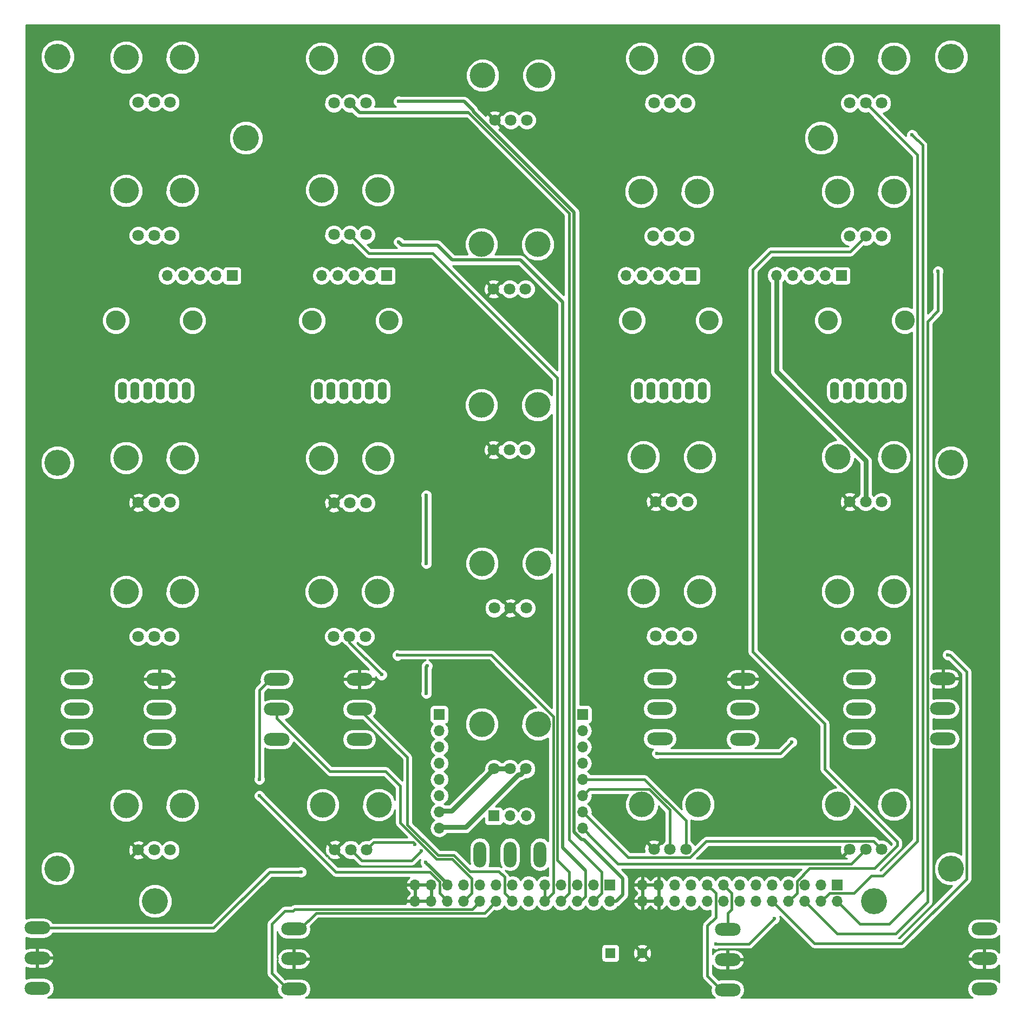
<source format=gbr>
G04 #@! TF.FileFunction,Copper,L2,Bot,Signal*
%FSLAX46Y46*%
G04 Gerber Fmt 4.6, Leading zero omitted, Abs format (unit mm)*
G04 Created by KiCad (PCBNEW 4.0.7) date 02/28/19 19:32:36*
%MOMM*%
%LPD*%
G01*
G04 APERTURE LIST*
%ADD10C,0.100000*%
%ADD11C,4.064000*%
%ADD12C,1.800000*%
%ADD13C,4.000000*%
%ADD14R,1.700000X1.700000*%
%ADD15O,1.700000X1.700000*%
%ADD16O,1.407160X2.814320*%
%ADD17C,3.114040*%
%ADD18R,1.600000X1.600000*%
%ADD19C,1.600000*%
%ADD20O,4.000000X2.000000*%
%ADD21O,2.000000X4.000000*%
%ADD22C,0.600000*%
%ADD23C,0.381000*%
%ADD24C,0.508000*%
%ADD25C,0.762000*%
%ADD26C,0.254000*%
G04 APERTURE END LIST*
D10*
D11*
X42164000Y-25400000D03*
X132080000Y-25400000D03*
X140335000Y-144780000D03*
X27940000Y-144780000D03*
X152400000Y-139700000D03*
X152400000Y-76200000D03*
X152400000Y-12700000D03*
X12700000Y-76200000D03*
X12700000Y-139700000D03*
X12700000Y-12700000D03*
D12*
X25313000Y-103378000D03*
X27813000Y-103378000D03*
X30313000Y-103378000D03*
D13*
X23413000Y-96378000D03*
X32213000Y-96378000D03*
D12*
X56047000Y-136715500D03*
X58547000Y-136715500D03*
X61047000Y-136715500D03*
D13*
X54147000Y-129715500D03*
X62947000Y-129715500D03*
D12*
X136565000Y-19939000D03*
X139065000Y-19939000D03*
X141565000Y-19939000D03*
D13*
X134665000Y-12939000D03*
X143465000Y-12939000D03*
D12*
X25313000Y-19812000D03*
X27813000Y-19812000D03*
X30313000Y-19812000D03*
D13*
X23413000Y-12812000D03*
X32213000Y-12812000D03*
D12*
X55920000Y-19939000D03*
X58420000Y-19939000D03*
X60920000Y-19939000D03*
D13*
X54020000Y-12939000D03*
X62820000Y-12939000D03*
D12*
X105958000Y-19939000D03*
X108458000Y-19939000D03*
X110958000Y-19939000D03*
D13*
X104058000Y-12939000D03*
X112858000Y-12939000D03*
D12*
X80939000Y-124079000D03*
X83439000Y-124079000D03*
X85939000Y-124079000D03*
D13*
X79039000Y-117079000D03*
X87839000Y-117079000D03*
D12*
X25313000Y-40640000D03*
X27813000Y-40640000D03*
X30313000Y-40640000D03*
D13*
X23413000Y-33640000D03*
X32213000Y-33640000D03*
D12*
X55920000Y-40513000D03*
X58420000Y-40513000D03*
X60920000Y-40513000D03*
D13*
X54020000Y-33513000D03*
X62820000Y-33513000D03*
D12*
X105831000Y-40767000D03*
X108331000Y-40767000D03*
X110831000Y-40767000D03*
D13*
X103931000Y-33767000D03*
X112731000Y-33767000D03*
D12*
X136565000Y-40767000D03*
X139065000Y-40767000D03*
X141565000Y-40767000D03*
D13*
X134665000Y-33767000D03*
X143465000Y-33767000D03*
D12*
X55856500Y-103378000D03*
X58356500Y-103378000D03*
X60856500Y-103378000D03*
D13*
X53956500Y-96378000D03*
X62756500Y-96378000D03*
D12*
X106212000Y-103314500D03*
X108712000Y-103314500D03*
X111212000Y-103314500D03*
D13*
X104312000Y-96314500D03*
X113112000Y-96314500D03*
D12*
X136565000Y-103314500D03*
X139065000Y-103314500D03*
X141565000Y-103314500D03*
D13*
X134665000Y-96314500D03*
X143465000Y-96314500D03*
D14*
X80899000Y-131445000D03*
D15*
X83439000Y-131445000D03*
X85979000Y-131445000D03*
D12*
X25313000Y-136779000D03*
X27813000Y-136779000D03*
X30313000Y-136779000D03*
D13*
X23413000Y-129779000D03*
X32213000Y-129779000D03*
D12*
X105958000Y-136652000D03*
X108458000Y-136652000D03*
X110958000Y-136652000D03*
D13*
X104058000Y-129652000D03*
X112858000Y-129652000D03*
D12*
X136565000Y-136652000D03*
X139065000Y-136652000D03*
X141565000Y-136652000D03*
D13*
X134665000Y-129652000D03*
X143465000Y-129652000D03*
D12*
X25313000Y-82423000D03*
X27813000Y-82423000D03*
X30313000Y-82423000D03*
D13*
X23413000Y-75423000D03*
X32213000Y-75423000D03*
D12*
X55920000Y-82486500D03*
X58420000Y-82486500D03*
X60920000Y-82486500D03*
D13*
X54020000Y-75486500D03*
X62820000Y-75486500D03*
D12*
X106212000Y-82296000D03*
X108712000Y-82296000D03*
X111212000Y-82296000D03*
D13*
X104312000Y-75296000D03*
X113112000Y-75296000D03*
D12*
X136565000Y-82296000D03*
X139065000Y-82296000D03*
X141565000Y-82296000D03*
D13*
X134665000Y-75296000D03*
X143465000Y-75296000D03*
D14*
X40005000Y-46926500D03*
D15*
X37465000Y-46926500D03*
X34925000Y-46926500D03*
X32385000Y-46926500D03*
X29845000Y-46926500D03*
D14*
X64135000Y-46926500D03*
D15*
X61595000Y-46926500D03*
X59055000Y-46926500D03*
X56515000Y-46926500D03*
X53975000Y-46926500D03*
D14*
X111760000Y-46926500D03*
D15*
X109220000Y-46926500D03*
X106680000Y-46926500D03*
X104140000Y-46926500D03*
X101600000Y-46926500D03*
D14*
X135255000Y-46926500D03*
D15*
X132715000Y-46926500D03*
X130175000Y-46926500D03*
X127635000Y-46926500D03*
X125095000Y-46926500D03*
D14*
X94805500Y-115570000D03*
D15*
X94805500Y-118110000D03*
X94805500Y-120650000D03*
X94805500Y-123190000D03*
X94805500Y-125730000D03*
X94805500Y-128270000D03*
X94805500Y-130810000D03*
X94805500Y-133350000D03*
D12*
X80875500Y-49022000D03*
X83375500Y-49022000D03*
X85875500Y-49022000D03*
D13*
X78975500Y-42022000D03*
X87775500Y-42022000D03*
D12*
X80875500Y-74168000D03*
X83375500Y-74168000D03*
X85875500Y-74168000D03*
D13*
X78975500Y-67168000D03*
X87775500Y-67168000D03*
D12*
X80984000Y-98933000D03*
X83484000Y-98933000D03*
X85984000Y-98933000D03*
D13*
X79084000Y-91933000D03*
X87884000Y-91933000D03*
D14*
X99060000Y-142240000D03*
D15*
X99060000Y-144780000D03*
X96520000Y-142240000D03*
X96520000Y-144780000D03*
X93980000Y-142240000D03*
X93980000Y-144780000D03*
X91440000Y-142240000D03*
X91440000Y-144780000D03*
X88900000Y-142240000D03*
X88900000Y-144780000D03*
X86360000Y-142240000D03*
X86360000Y-144780000D03*
X83820000Y-142240000D03*
X83820000Y-144780000D03*
X81280000Y-142240000D03*
X81280000Y-144780000D03*
X78740000Y-142240000D03*
X78740000Y-144780000D03*
X76200000Y-142240000D03*
X76200000Y-144780000D03*
X73660000Y-142240000D03*
X73660000Y-144780000D03*
X71120000Y-142240000D03*
X71120000Y-144780000D03*
X68580000Y-142240000D03*
X68580000Y-144780000D03*
D14*
X134620000Y-142240000D03*
D15*
X134620000Y-144780000D03*
X132080000Y-142240000D03*
X132080000Y-144780000D03*
X129540000Y-142240000D03*
X129540000Y-144780000D03*
X127000000Y-142240000D03*
X127000000Y-144780000D03*
X124460000Y-142240000D03*
X124460000Y-144780000D03*
X121920000Y-142240000D03*
X121920000Y-144780000D03*
X119380000Y-142240000D03*
X119380000Y-144780000D03*
X116840000Y-142240000D03*
X116840000Y-144780000D03*
X114300000Y-142240000D03*
X114300000Y-144780000D03*
X111760000Y-142240000D03*
X111760000Y-144780000D03*
X109220000Y-142240000D03*
X109220000Y-144780000D03*
X106680000Y-142240000D03*
X106680000Y-144780000D03*
X104140000Y-142240000D03*
X104140000Y-144780000D03*
D12*
X81066000Y-22606000D03*
X83566000Y-22606000D03*
X86066000Y-22606000D03*
D13*
X79166000Y-15606000D03*
X87966000Y-15606000D03*
D16*
X55483760Y-64973200D03*
X53484780Y-64973200D03*
X63482220Y-64973200D03*
X57485280Y-64973200D03*
X59481720Y-64973200D03*
X61483240Y-64973200D03*
D17*
X52484020Y-53975000D03*
X64482980Y-53975000D03*
D16*
X105521760Y-64909700D03*
X103522780Y-64909700D03*
X113520220Y-64909700D03*
X107523280Y-64909700D03*
X109519720Y-64909700D03*
X111521240Y-64909700D03*
D17*
X102522020Y-53911500D03*
X114520980Y-53911500D03*
D16*
X136192260Y-64909700D03*
X134193280Y-64909700D03*
X144190720Y-64909700D03*
X138193780Y-64909700D03*
X140190220Y-64909700D03*
X142191740Y-64909700D03*
D17*
X133192520Y-53911500D03*
X145191480Y-53911500D03*
D16*
X24813260Y-64909700D03*
X22814280Y-64909700D03*
X32811720Y-64909700D03*
X26814780Y-64909700D03*
X28811220Y-64909700D03*
X30812740Y-64909700D03*
D17*
X21813520Y-53911500D03*
X33812480Y-53911500D03*
D18*
X99140000Y-152908000D03*
D19*
X104140000Y-152908000D03*
D14*
X72390000Y-115570000D03*
D15*
X72390000Y-118110000D03*
X72390000Y-120650000D03*
X72390000Y-123190000D03*
X72390000Y-125730000D03*
X72390000Y-128270000D03*
X72390000Y-130810000D03*
X72390000Y-133350000D03*
D20*
X157607000Y-149097000D03*
X157607000Y-153797000D03*
X157607000Y-158497000D03*
X117475000Y-149224000D03*
X117475000Y-153924000D03*
X117475000Y-158624000D03*
X49657000Y-149097000D03*
X49657000Y-153797000D03*
X49657000Y-158497000D03*
X9525000Y-148970000D03*
X9525000Y-153670000D03*
X9525000Y-158370000D03*
D21*
X78739000Y-137477500D03*
X83439000Y-137477500D03*
X88139000Y-137477500D03*
D20*
X15697200Y-110006400D03*
X15697200Y-114706400D03*
X15697200Y-119406400D03*
X46990000Y-110057200D03*
X46990000Y-114757200D03*
X46990000Y-119457200D03*
X106883200Y-109955600D03*
X106883200Y-114655600D03*
X106883200Y-119355600D03*
X138023600Y-110006400D03*
X138023600Y-114706400D03*
X138023600Y-119406400D03*
X28638500Y-110044500D03*
X28638500Y-114744500D03*
X28638500Y-119444500D03*
X59893200Y-110057200D03*
X59893200Y-114757200D03*
X59893200Y-119457200D03*
X119837200Y-110057200D03*
X119837200Y-114757200D03*
X119837200Y-119457200D03*
X151130000Y-109981000D03*
X151130000Y-114681000D03*
X151130000Y-119381000D03*
D22*
X151892000Y-106235500D03*
X65849500Y-106299000D03*
X150368000Y-46228000D03*
X146304000Y-24892000D03*
X66040000Y-41656000D03*
X66040000Y-19685000D03*
X70231000Y-138684000D03*
X105600500Y-106108500D03*
X54991000Y-106172000D03*
X103886000Y-140208000D03*
X107950000Y-139954000D03*
X103632000Y-123698000D03*
X63373000Y-109347000D03*
X44259500Y-125730000D03*
X44259500Y-128270000D03*
X115633500Y-151447500D03*
X124777500Y-147510500D03*
X106426000Y-121666000D03*
X127508000Y-119888000D03*
X50800000Y-140208000D03*
X69596000Y-136906000D03*
X68580000Y-135890000D03*
X70492260Y-107971168D03*
X70358000Y-112268000D03*
X70358000Y-91948000D03*
X70358000Y-81280000D03*
D23*
X150368000Y-52438985D02*
X148739490Y-54067495D01*
X148739490Y-54067495D02*
X148739490Y-144884510D01*
X148739490Y-144884510D02*
X143764000Y-149860000D01*
X143764000Y-149860000D02*
X134620000Y-149860000D01*
X134620000Y-149860000D02*
X129540000Y-144780000D01*
X147955000Y-143129000D02*
X142748000Y-148336000D01*
X147955000Y-26543000D02*
X147955000Y-143129000D01*
X146304000Y-24892000D02*
X147955000Y-26543000D01*
X154822501Y-108848501D02*
X152209500Y-106235500D01*
X152209500Y-106235500D02*
X151892000Y-106235500D01*
X144716500Y-151384000D02*
X154822501Y-141277999D01*
X154822501Y-141277999D02*
X154822501Y-108848501D01*
X131064000Y-151384000D02*
X144716500Y-151384000D01*
X124460000Y-144780000D02*
X131064000Y-151384000D01*
X80533442Y-106235500D02*
X65913000Y-106235500D01*
X65913000Y-106235500D02*
X65849500Y-106299000D01*
X90199499Y-143412499D02*
X90199499Y-118256443D01*
X90229501Y-118226441D02*
X90229501Y-115931559D01*
X90233500Y-143446500D02*
X90199499Y-143412499D01*
X90199499Y-118256443D02*
X90229501Y-118226441D01*
X90229501Y-115931559D02*
X80533442Y-106235500D01*
X88900000Y-144780000D02*
X90233500Y-143446500D01*
X150368000Y-46228000D02*
X150368000Y-52438985D01*
X142748000Y-148336000D02*
X138176000Y-148336000D01*
X138176000Y-148336000D02*
X134620000Y-144780000D01*
X89408000Y-144780000D02*
X88900000Y-144780000D01*
X95250000Y-139954000D02*
X95250000Y-144018000D01*
X95250000Y-144018000D02*
X94488000Y-144780000D01*
X94488000Y-144780000D02*
X93980000Y-144780000D01*
D24*
X91694000Y-136398000D02*
X95250000Y-139954000D01*
X91694000Y-51054000D02*
X91694000Y-136398000D01*
X85116001Y-44476001D02*
X91694000Y-51054000D01*
X72136000Y-42164000D02*
X74448001Y-44476001D01*
X74448001Y-44476001D02*
X85116001Y-44476001D01*
X66548000Y-42164000D02*
X72136000Y-42164000D01*
X66040000Y-41656000D02*
X66548000Y-42164000D01*
X100076000Y-144780000D02*
X101092000Y-143764000D01*
X99060000Y-144780000D02*
X100076000Y-144780000D01*
X101092000Y-143764000D02*
X101092000Y-141224000D01*
X101092000Y-141224000D02*
X94996000Y-135128000D01*
X94653578Y-135128000D02*
X93472000Y-133946422D01*
X77670010Y-21213932D02*
X77670010Y-21042733D01*
X94996000Y-135128000D02*
X94653578Y-135128000D01*
X93472000Y-133946422D02*
X93472000Y-37015922D01*
X93472000Y-37015922D02*
X77670010Y-21213932D01*
X77670010Y-21042733D02*
X76312277Y-19685000D01*
X76312277Y-19685000D02*
X66040000Y-19685000D01*
D23*
X88900000Y-142240000D02*
X88900000Y-144780000D01*
D24*
X70611417Y-138983999D02*
X73660000Y-142032582D01*
X70530999Y-138983999D02*
X70611417Y-138983999D01*
X73660000Y-142032582D02*
X73660000Y-142240000D01*
X70231000Y-138684000D02*
X70530999Y-138983999D01*
D23*
X104140000Y-139954000D02*
X103886000Y-140208000D01*
X107950000Y-139954000D02*
X104140000Y-139954000D01*
D24*
X76962000Y-21417398D02*
X59898398Y-21417398D01*
X59898398Y-21417398D02*
X58420000Y-19939000D01*
D23*
X92710000Y-37165398D02*
X76962000Y-21417398D01*
X92710000Y-135128000D02*
X92710000Y-37165398D01*
X97760501Y-140178501D02*
X92710000Y-135128000D01*
X97760501Y-143539499D02*
X97760501Y-140178501D01*
X96520000Y-144780000D02*
X97760501Y-143539499D01*
X61341000Y-43434000D02*
X58420000Y-40513000D01*
X90810512Y-62870512D02*
X71374000Y-43434000D01*
X90810512Y-138367510D02*
X90810512Y-62870512D01*
X92680501Y-143539499D02*
X92680501Y-140237499D01*
X91440000Y-144780000D02*
X92680501Y-143539499D01*
X92680501Y-140237499D02*
X90810512Y-138367510D01*
X71374000Y-43434000D02*
X61341000Y-43434000D01*
X63373000Y-109347000D02*
X58356500Y-104330500D01*
X58356500Y-104330500D02*
X58356500Y-103378000D01*
X44259500Y-125730000D02*
X44259500Y-111787700D01*
X44259500Y-111787700D02*
X45990000Y-110057200D01*
X45990000Y-110057200D02*
X46990000Y-110057200D01*
X70923942Y-140208000D02*
X56197500Y-140208000D01*
X56197500Y-140208000D02*
X44259500Y-128270000D01*
X73660000Y-144780000D02*
X72419499Y-143539499D01*
X72419499Y-143539499D02*
X72419499Y-141703557D01*
X72419499Y-141703557D02*
X70923942Y-140208000D01*
X66294000Y-126746000D02*
X64008000Y-124460000D01*
X46990000Y-114757200D02*
X46990000Y-116138200D01*
X46990000Y-116138200D02*
X55311800Y-124460000D01*
X55311800Y-124460000D02*
X64008000Y-124460000D01*
X77440501Y-141194501D02*
X74422000Y-138176000D01*
X66294000Y-132513019D02*
X66294000Y-126746000D01*
X71956981Y-138176000D02*
X66294000Y-132513019D01*
X77440501Y-143539499D02*
X77440501Y-141194501D01*
X74422000Y-138176000D02*
X71956981Y-138176000D01*
X76200000Y-144780000D02*
X77440501Y-143539499D01*
X78740000Y-144780000D02*
X77499499Y-146020501D01*
X46228000Y-156068000D02*
X48657000Y-158497000D01*
X77499499Y-146020501D02*
X49767021Y-146020501D01*
X49767021Y-146020501D02*
X49483522Y-146304000D01*
X49483522Y-146304000D02*
X48260000Y-146304000D01*
X48260000Y-146304000D02*
X46228000Y-148336000D01*
X46228000Y-148336000D02*
X46228000Y-156068000D01*
X48657000Y-158497000D02*
X49657000Y-158497000D01*
X82579499Y-140999499D02*
X81714989Y-140134989D01*
X83820000Y-144780000D02*
X82579499Y-143539499D01*
X67417978Y-122281978D02*
X59880500Y-114744500D01*
X81714989Y-140134989D02*
X77202662Y-140134989D01*
X74662662Y-137594989D02*
X72197643Y-137594989D01*
X72197643Y-137594989D02*
X67417978Y-132815324D01*
X82579499Y-143539499D02*
X82579499Y-140999499D01*
X77202662Y-140134989D02*
X74662662Y-137594989D01*
X67417978Y-132815324D02*
X67417978Y-122281978D01*
X114300000Y-142240000D02*
X115599499Y-143539499D01*
X115599499Y-143539499D02*
X115599499Y-147290501D01*
X115599499Y-147290501D02*
X114300000Y-148590000D01*
X114300000Y-148590000D02*
X114300000Y-156449000D01*
X114300000Y-156449000D02*
X116475000Y-158624000D01*
X116475000Y-158624000D02*
X117475000Y-158624000D01*
D25*
X80939000Y-124079000D02*
X83439000Y-124079000D01*
X72390000Y-130683000D02*
X74335000Y-130683000D01*
X74335000Y-130683000D02*
X80939000Y-124079000D01*
X72390000Y-133223000D02*
X76486882Y-133223000D01*
X76486882Y-133223000D02*
X84730883Y-124978999D01*
X84730883Y-124978999D02*
X85039001Y-124978999D01*
X85039001Y-124978999D02*
X85939000Y-124079000D01*
D23*
X147139009Y-28013009D02*
X147139009Y-135368664D01*
X139940662Y-140789011D02*
X137249172Y-143480501D01*
X137249172Y-143480501D02*
X133379499Y-143480501D01*
X133379499Y-143480501D02*
X132080000Y-144780000D01*
X141718662Y-140789011D02*
X139940662Y-140789011D01*
X139065000Y-19939000D02*
X147139009Y-28013009D01*
X147139009Y-135368664D02*
X141718662Y-140789011D01*
X127000000Y-144780000D02*
X128299499Y-143480501D01*
X128299499Y-143480501D02*
X128299499Y-141644559D01*
X128299499Y-141644559D02*
X130317069Y-139626989D01*
X130317069Y-139626989D02*
X140475339Y-139626989D01*
X124206000Y-43180000D02*
X136652000Y-43180000D01*
X140475339Y-139626989D02*
X144021828Y-136080500D01*
X144021828Y-136080500D02*
X144021828Y-135470886D01*
X121412000Y-105761278D02*
X121412000Y-45974000D01*
X144021828Y-135470886D02*
X132651500Y-124100558D01*
X132651500Y-124100558D02*
X132651500Y-117000778D01*
X136652000Y-43180000D02*
X139065000Y-40767000D01*
X132651500Y-117000778D02*
X121412000Y-105761278D01*
X121412000Y-45974000D02*
X124206000Y-43180000D01*
X124777500Y-147510500D02*
X120840500Y-151447500D01*
X120840500Y-151447500D02*
X115633500Y-151447500D01*
X106426000Y-121666000D02*
X125730000Y-121666000D01*
X125730000Y-121666000D02*
X127508000Y-119888000D01*
D25*
X125095000Y-46926500D02*
X125095000Y-61906118D01*
X125095000Y-61906118D02*
X139065000Y-75876118D01*
X139065000Y-75876118D02*
X139065000Y-82296000D01*
D23*
X45847000Y-140208000D02*
X37085000Y-148970000D01*
X9525000Y-148970000D02*
X37085000Y-148970000D01*
X50800000Y-140208000D02*
X45847000Y-140208000D01*
X117475000Y-146685000D02*
X117475000Y-149224000D01*
X116840000Y-142240000D02*
X118080501Y-143480501D01*
X118080501Y-143480501D02*
X118080501Y-146020501D01*
X118080501Y-146020501D02*
X118110000Y-146050000D01*
X118110000Y-146050000D02*
X117475000Y-146685000D01*
X68072000Y-138430000D02*
X60261500Y-138430000D01*
X60261500Y-138430000D02*
X58547000Y-136715500D01*
X69596000Y-136906000D02*
X68072000Y-138430000D01*
X68580000Y-135890000D02*
X68280001Y-135590001D01*
X68280001Y-135590001D02*
X62172499Y-135590001D01*
X62172499Y-135590001D02*
X61047000Y-136715500D01*
X94805500Y-128270000D02*
X95814001Y-127261499D01*
X95814001Y-127261499D02*
X105205441Y-127261499D01*
X105205441Y-127261499D02*
X108458000Y-130514058D01*
X108458000Y-130514058D02*
X108458000Y-136652000D01*
X110958000Y-132192385D02*
X110958000Y-136652000D01*
X104495615Y-125730000D02*
X110958000Y-132192385D01*
X94805500Y-125730000D02*
X104495615Y-125730000D01*
X100330000Y-138938000D02*
X136779000Y-138938000D01*
X136779000Y-138938000D02*
X139065000Y-136652000D01*
X95655499Y-134263499D02*
X100330000Y-138938000D01*
X94805500Y-133350000D02*
X95655499Y-134199999D01*
X95655499Y-134199999D02*
X95655499Y-134263499D01*
X141565000Y-136652000D02*
X140274499Y-135361499D01*
X140274499Y-135361499D02*
X114158443Y-135361499D01*
X114158443Y-135361499D02*
X111577441Y-137942501D01*
X101938001Y-137942501D02*
X94805500Y-130810000D01*
X111577441Y-137942501D02*
X101938001Y-137942501D01*
X81280000Y-144780000D02*
X79458488Y-146601512D01*
X79458488Y-146601512D02*
X53152488Y-146601512D01*
X53152488Y-146601512D02*
X50657000Y-149097000D01*
X50657000Y-149097000D02*
X49657000Y-149097000D01*
D24*
X70358000Y-112268000D02*
X70358000Y-108105428D01*
X70358000Y-108105428D02*
X70492260Y-107971168D01*
X70358000Y-81280000D02*
X70358000Y-91948000D01*
D26*
G36*
X127789720Y-140986904D02*
X127568285Y-140838946D01*
X127000000Y-140725907D01*
X126431715Y-140838946D01*
X125949946Y-141160853D01*
X125730000Y-141490026D01*
X125510054Y-141160853D01*
X125028285Y-140838946D01*
X124460000Y-140725907D01*
X123891715Y-140838946D01*
X123409946Y-141160853D01*
X123190000Y-141490026D01*
X122970054Y-141160853D01*
X122488285Y-140838946D01*
X121920000Y-140725907D01*
X121351715Y-140838946D01*
X120869946Y-141160853D01*
X120650000Y-141490026D01*
X120430054Y-141160853D01*
X119948285Y-140838946D01*
X119380000Y-140725907D01*
X118811715Y-140838946D01*
X118329946Y-141160853D01*
X118110000Y-141490026D01*
X117890054Y-141160853D01*
X117408285Y-140838946D01*
X116840000Y-140725907D01*
X116271715Y-140838946D01*
X115789946Y-141160853D01*
X115570000Y-141490026D01*
X115350054Y-141160853D01*
X114868285Y-140838946D01*
X114300000Y-140725907D01*
X113731715Y-140838946D01*
X113249946Y-141160853D01*
X113030000Y-141490026D01*
X112810054Y-141160853D01*
X112328285Y-140838946D01*
X111760000Y-140725907D01*
X111191715Y-140838946D01*
X110709946Y-141160853D01*
X110490000Y-141490026D01*
X110270054Y-141160853D01*
X109788285Y-140838946D01*
X109220000Y-140725907D01*
X108651715Y-140838946D01*
X108169946Y-141160853D01*
X107942298Y-141501553D01*
X107875183Y-141358642D01*
X107446924Y-140968355D01*
X107036890Y-140798524D01*
X106807000Y-140919845D01*
X106807000Y-142113000D01*
X106827000Y-142113000D01*
X106827000Y-142367000D01*
X106807000Y-142367000D01*
X106807000Y-144653000D01*
X106827000Y-144653000D01*
X106827000Y-144907000D01*
X106807000Y-144907000D01*
X106807000Y-146100155D01*
X107036890Y-146221476D01*
X107446924Y-146051645D01*
X107875183Y-145661358D01*
X107942298Y-145518447D01*
X108169946Y-145859147D01*
X108651715Y-146181054D01*
X109220000Y-146294093D01*
X109788285Y-146181054D01*
X110270054Y-145859147D01*
X110490000Y-145529974D01*
X110709946Y-145859147D01*
X111191715Y-146181054D01*
X111760000Y-146294093D01*
X112328285Y-146181054D01*
X112810054Y-145859147D01*
X113030000Y-145529974D01*
X113249946Y-145859147D01*
X113731715Y-146181054D01*
X114300000Y-146294093D01*
X114773999Y-146199809D01*
X114773999Y-146948567D01*
X113716283Y-148006283D01*
X113537337Y-148274094D01*
X113503275Y-148445338D01*
X113474500Y-148590000D01*
X113474500Y-156449000D01*
X113537337Y-156764906D01*
X113716283Y-157032717D01*
X114874516Y-158190950D01*
X114788377Y-158624000D01*
X114912834Y-159249687D01*
X115267257Y-159780120D01*
X115436194Y-159893000D01*
X51505736Y-159893000D01*
X51864743Y-159653120D01*
X52219166Y-159122687D01*
X52343623Y-158497000D01*
X52219166Y-157871313D01*
X51864743Y-157340880D01*
X51334310Y-156986457D01*
X50708623Y-156862000D01*
X48605377Y-156862000D01*
X48258443Y-156931010D01*
X47053500Y-155726066D01*
X47053500Y-153924002D01*
X47186222Y-153924002D01*
X47066876Y-154177434D01*
X47097856Y-154305355D01*
X47411078Y-154863317D01*
X47913980Y-155258942D01*
X48530000Y-155432000D01*
X49530000Y-155432000D01*
X49530000Y-153924000D01*
X49784000Y-153924000D01*
X49784000Y-155432000D01*
X50784000Y-155432000D01*
X51400020Y-155258942D01*
X51902922Y-154863317D01*
X52216144Y-154305355D01*
X52247124Y-154177434D01*
X52127777Y-153924000D01*
X49784000Y-153924000D01*
X49530000Y-153924000D01*
X49510000Y-153924000D01*
X49510000Y-153670000D01*
X49530000Y-153670000D01*
X49530000Y-152162000D01*
X49784000Y-152162000D01*
X49784000Y-153670000D01*
X52127777Y-153670000D01*
X52247124Y-153416566D01*
X52216144Y-153288645D01*
X51902922Y-152730683D01*
X51400020Y-152335058D01*
X50784000Y-152162000D01*
X49784000Y-152162000D01*
X49530000Y-152162000D01*
X48530000Y-152162000D01*
X47913980Y-152335058D01*
X47411078Y-152730683D01*
X47097856Y-153288645D01*
X47066876Y-153416566D01*
X47186222Y-153669998D01*
X47053500Y-153669998D01*
X47053500Y-152108000D01*
X97692560Y-152108000D01*
X97692560Y-153708000D01*
X97736838Y-153943317D01*
X97875910Y-154159441D01*
X98088110Y-154304431D01*
X98340000Y-154355440D01*
X99940000Y-154355440D01*
X100175317Y-154311162D01*
X100391441Y-154172090D01*
X100536431Y-153959890D01*
X100545370Y-153915745D01*
X103311861Y-153915745D01*
X103385995Y-154161864D01*
X103923223Y-154354965D01*
X104493454Y-154327778D01*
X104894005Y-154161864D01*
X104968139Y-153915745D01*
X104140000Y-153087605D01*
X103311861Y-153915745D01*
X100545370Y-153915745D01*
X100587440Y-153708000D01*
X100587440Y-152691223D01*
X102693035Y-152691223D01*
X102720222Y-153261454D01*
X102886136Y-153662005D01*
X103132255Y-153736139D01*
X103960395Y-152908000D01*
X104319605Y-152908000D01*
X105147745Y-153736139D01*
X105393864Y-153662005D01*
X105586965Y-153124777D01*
X105559778Y-152554546D01*
X105393864Y-152153995D01*
X105147745Y-152079861D01*
X104319605Y-152908000D01*
X103960395Y-152908000D01*
X103132255Y-152079861D01*
X102886136Y-152153995D01*
X102693035Y-152691223D01*
X100587440Y-152691223D01*
X100587440Y-152108000D01*
X100548351Y-151900255D01*
X103311861Y-151900255D01*
X104140000Y-152728395D01*
X104968139Y-151900255D01*
X104894005Y-151654136D01*
X104356777Y-151461035D01*
X103786546Y-151488222D01*
X103385995Y-151654136D01*
X103311861Y-151900255D01*
X100548351Y-151900255D01*
X100543162Y-151872683D01*
X100404090Y-151656559D01*
X100191890Y-151511569D01*
X99940000Y-151460560D01*
X98340000Y-151460560D01*
X98104683Y-151504838D01*
X97888559Y-151643910D01*
X97743569Y-151856110D01*
X97692560Y-152108000D01*
X47053500Y-152108000D01*
X47053500Y-149514887D01*
X47094834Y-149722687D01*
X47449257Y-150253120D01*
X47979690Y-150607543D01*
X48605377Y-150732000D01*
X50708623Y-150732000D01*
X51334310Y-150607543D01*
X51864743Y-150253120D01*
X52219166Y-149722687D01*
X52343623Y-149097000D01*
X52257484Y-148663950D01*
X53494422Y-147427012D01*
X79458488Y-147427012D01*
X79774394Y-147364175D01*
X80042205Y-147185229D01*
X80990855Y-146236579D01*
X81280000Y-146294093D01*
X81848285Y-146181054D01*
X82330054Y-145859147D01*
X82550000Y-145529974D01*
X82769946Y-145859147D01*
X83251715Y-146181054D01*
X83820000Y-146294093D01*
X84388285Y-146181054D01*
X84870054Y-145859147D01*
X85090000Y-145529974D01*
X85309946Y-145859147D01*
X85791715Y-146181054D01*
X86360000Y-146294093D01*
X86928285Y-146181054D01*
X87410054Y-145859147D01*
X87630000Y-145529974D01*
X87849946Y-145859147D01*
X88331715Y-146181054D01*
X88900000Y-146294093D01*
X89468285Y-146181054D01*
X89950054Y-145859147D01*
X90170000Y-145529974D01*
X90389946Y-145859147D01*
X90871715Y-146181054D01*
X91440000Y-146294093D01*
X92008285Y-146181054D01*
X92490054Y-145859147D01*
X92710000Y-145529974D01*
X92929946Y-145859147D01*
X93411715Y-146181054D01*
X93980000Y-146294093D01*
X94548285Y-146181054D01*
X95030054Y-145859147D01*
X95250000Y-145529974D01*
X95469946Y-145859147D01*
X95951715Y-146181054D01*
X96520000Y-146294093D01*
X97088285Y-146181054D01*
X97570054Y-145859147D01*
X97790000Y-145529974D01*
X98009946Y-145859147D01*
X98491715Y-146181054D01*
X99060000Y-146294093D01*
X99628285Y-146181054D01*
X100110054Y-145859147D01*
X100261800Y-145632042D01*
X100416206Y-145601329D01*
X100704618Y-145408618D01*
X100976344Y-145136892D01*
X102698514Y-145136892D01*
X102944817Y-145661358D01*
X103373076Y-146051645D01*
X103783110Y-146221476D01*
X104013000Y-146100155D01*
X104013000Y-144907000D01*
X104267000Y-144907000D01*
X104267000Y-146100155D01*
X104496890Y-146221476D01*
X104906924Y-146051645D01*
X105335183Y-145661358D01*
X105410000Y-145502046D01*
X105484817Y-145661358D01*
X105913076Y-146051645D01*
X106323110Y-146221476D01*
X106553000Y-146100155D01*
X106553000Y-144907000D01*
X104267000Y-144907000D01*
X104013000Y-144907000D01*
X102819181Y-144907000D01*
X102698514Y-145136892D01*
X100976344Y-145136892D01*
X101720618Y-144392618D01*
X101823931Y-144237999D01*
X101913329Y-144104206D01*
X101981000Y-143764000D01*
X101981000Y-142596892D01*
X102698514Y-142596892D01*
X102944817Y-143121358D01*
X103371271Y-143510000D01*
X102944817Y-143898642D01*
X102698514Y-144423108D01*
X102819181Y-144653000D01*
X104013000Y-144653000D01*
X104013000Y-142367000D01*
X104267000Y-142367000D01*
X104267000Y-144653000D01*
X106553000Y-144653000D01*
X106553000Y-142367000D01*
X104267000Y-142367000D01*
X104013000Y-142367000D01*
X102819181Y-142367000D01*
X102698514Y-142596892D01*
X101981000Y-142596892D01*
X101981000Y-141883108D01*
X102698514Y-141883108D01*
X102819181Y-142113000D01*
X104013000Y-142113000D01*
X104013000Y-140919845D01*
X104267000Y-140919845D01*
X104267000Y-142113000D01*
X106553000Y-142113000D01*
X106553000Y-140919845D01*
X106323110Y-140798524D01*
X105913076Y-140968355D01*
X105484817Y-141358642D01*
X105410000Y-141517954D01*
X105335183Y-141358642D01*
X104906924Y-140968355D01*
X104496890Y-140798524D01*
X104267000Y-140919845D01*
X104013000Y-140919845D01*
X103783110Y-140798524D01*
X103373076Y-140968355D01*
X102944817Y-141358642D01*
X102698514Y-141883108D01*
X101981000Y-141883108D01*
X101981000Y-141224000D01*
X101913329Y-140883794D01*
X101720618Y-140595382D01*
X100888736Y-139763500D01*
X129013124Y-139763500D01*
X127789720Y-140986904D01*
X127789720Y-140986904D01*
G37*
X127789720Y-140986904D02*
X127568285Y-140838946D01*
X127000000Y-140725907D01*
X126431715Y-140838946D01*
X125949946Y-141160853D01*
X125730000Y-141490026D01*
X125510054Y-141160853D01*
X125028285Y-140838946D01*
X124460000Y-140725907D01*
X123891715Y-140838946D01*
X123409946Y-141160853D01*
X123190000Y-141490026D01*
X122970054Y-141160853D01*
X122488285Y-140838946D01*
X121920000Y-140725907D01*
X121351715Y-140838946D01*
X120869946Y-141160853D01*
X120650000Y-141490026D01*
X120430054Y-141160853D01*
X119948285Y-140838946D01*
X119380000Y-140725907D01*
X118811715Y-140838946D01*
X118329946Y-141160853D01*
X118110000Y-141490026D01*
X117890054Y-141160853D01*
X117408285Y-140838946D01*
X116840000Y-140725907D01*
X116271715Y-140838946D01*
X115789946Y-141160853D01*
X115570000Y-141490026D01*
X115350054Y-141160853D01*
X114868285Y-140838946D01*
X114300000Y-140725907D01*
X113731715Y-140838946D01*
X113249946Y-141160853D01*
X113030000Y-141490026D01*
X112810054Y-141160853D01*
X112328285Y-140838946D01*
X111760000Y-140725907D01*
X111191715Y-140838946D01*
X110709946Y-141160853D01*
X110490000Y-141490026D01*
X110270054Y-141160853D01*
X109788285Y-140838946D01*
X109220000Y-140725907D01*
X108651715Y-140838946D01*
X108169946Y-141160853D01*
X107942298Y-141501553D01*
X107875183Y-141358642D01*
X107446924Y-140968355D01*
X107036890Y-140798524D01*
X106807000Y-140919845D01*
X106807000Y-142113000D01*
X106827000Y-142113000D01*
X106827000Y-142367000D01*
X106807000Y-142367000D01*
X106807000Y-144653000D01*
X106827000Y-144653000D01*
X106827000Y-144907000D01*
X106807000Y-144907000D01*
X106807000Y-146100155D01*
X107036890Y-146221476D01*
X107446924Y-146051645D01*
X107875183Y-145661358D01*
X107942298Y-145518447D01*
X108169946Y-145859147D01*
X108651715Y-146181054D01*
X109220000Y-146294093D01*
X109788285Y-146181054D01*
X110270054Y-145859147D01*
X110490000Y-145529974D01*
X110709946Y-145859147D01*
X111191715Y-146181054D01*
X111760000Y-146294093D01*
X112328285Y-146181054D01*
X112810054Y-145859147D01*
X113030000Y-145529974D01*
X113249946Y-145859147D01*
X113731715Y-146181054D01*
X114300000Y-146294093D01*
X114773999Y-146199809D01*
X114773999Y-146948567D01*
X113716283Y-148006283D01*
X113537337Y-148274094D01*
X113503275Y-148445338D01*
X113474500Y-148590000D01*
X113474500Y-156449000D01*
X113537337Y-156764906D01*
X113716283Y-157032717D01*
X114874516Y-158190950D01*
X114788377Y-158624000D01*
X114912834Y-159249687D01*
X115267257Y-159780120D01*
X115436194Y-159893000D01*
X51505736Y-159893000D01*
X51864743Y-159653120D01*
X52219166Y-159122687D01*
X52343623Y-158497000D01*
X52219166Y-157871313D01*
X51864743Y-157340880D01*
X51334310Y-156986457D01*
X50708623Y-156862000D01*
X48605377Y-156862000D01*
X48258443Y-156931010D01*
X47053500Y-155726066D01*
X47053500Y-153924002D01*
X47186222Y-153924002D01*
X47066876Y-154177434D01*
X47097856Y-154305355D01*
X47411078Y-154863317D01*
X47913980Y-155258942D01*
X48530000Y-155432000D01*
X49530000Y-155432000D01*
X49530000Y-153924000D01*
X49784000Y-153924000D01*
X49784000Y-155432000D01*
X50784000Y-155432000D01*
X51400020Y-155258942D01*
X51902922Y-154863317D01*
X52216144Y-154305355D01*
X52247124Y-154177434D01*
X52127777Y-153924000D01*
X49784000Y-153924000D01*
X49530000Y-153924000D01*
X49510000Y-153924000D01*
X49510000Y-153670000D01*
X49530000Y-153670000D01*
X49530000Y-152162000D01*
X49784000Y-152162000D01*
X49784000Y-153670000D01*
X52127777Y-153670000D01*
X52247124Y-153416566D01*
X52216144Y-153288645D01*
X51902922Y-152730683D01*
X51400020Y-152335058D01*
X50784000Y-152162000D01*
X49784000Y-152162000D01*
X49530000Y-152162000D01*
X48530000Y-152162000D01*
X47913980Y-152335058D01*
X47411078Y-152730683D01*
X47097856Y-153288645D01*
X47066876Y-153416566D01*
X47186222Y-153669998D01*
X47053500Y-153669998D01*
X47053500Y-152108000D01*
X97692560Y-152108000D01*
X97692560Y-153708000D01*
X97736838Y-153943317D01*
X97875910Y-154159441D01*
X98088110Y-154304431D01*
X98340000Y-154355440D01*
X99940000Y-154355440D01*
X100175317Y-154311162D01*
X100391441Y-154172090D01*
X100536431Y-153959890D01*
X100545370Y-153915745D01*
X103311861Y-153915745D01*
X103385995Y-154161864D01*
X103923223Y-154354965D01*
X104493454Y-154327778D01*
X104894005Y-154161864D01*
X104968139Y-153915745D01*
X104140000Y-153087605D01*
X103311861Y-153915745D01*
X100545370Y-153915745D01*
X100587440Y-153708000D01*
X100587440Y-152691223D01*
X102693035Y-152691223D01*
X102720222Y-153261454D01*
X102886136Y-153662005D01*
X103132255Y-153736139D01*
X103960395Y-152908000D01*
X104319605Y-152908000D01*
X105147745Y-153736139D01*
X105393864Y-153662005D01*
X105586965Y-153124777D01*
X105559778Y-152554546D01*
X105393864Y-152153995D01*
X105147745Y-152079861D01*
X104319605Y-152908000D01*
X103960395Y-152908000D01*
X103132255Y-152079861D01*
X102886136Y-152153995D01*
X102693035Y-152691223D01*
X100587440Y-152691223D01*
X100587440Y-152108000D01*
X100548351Y-151900255D01*
X103311861Y-151900255D01*
X104140000Y-152728395D01*
X104968139Y-151900255D01*
X104894005Y-151654136D01*
X104356777Y-151461035D01*
X103786546Y-151488222D01*
X103385995Y-151654136D01*
X103311861Y-151900255D01*
X100548351Y-151900255D01*
X100543162Y-151872683D01*
X100404090Y-151656559D01*
X100191890Y-151511569D01*
X99940000Y-151460560D01*
X98340000Y-151460560D01*
X98104683Y-151504838D01*
X97888559Y-151643910D01*
X97743569Y-151856110D01*
X97692560Y-152108000D01*
X47053500Y-152108000D01*
X47053500Y-149514887D01*
X47094834Y-149722687D01*
X47449257Y-150253120D01*
X47979690Y-150607543D01*
X48605377Y-150732000D01*
X50708623Y-150732000D01*
X51334310Y-150607543D01*
X51864743Y-150253120D01*
X52219166Y-149722687D01*
X52343623Y-149097000D01*
X52257484Y-148663950D01*
X53494422Y-147427012D01*
X79458488Y-147427012D01*
X79774394Y-147364175D01*
X80042205Y-147185229D01*
X80990855Y-146236579D01*
X81280000Y-146294093D01*
X81848285Y-146181054D01*
X82330054Y-145859147D01*
X82550000Y-145529974D01*
X82769946Y-145859147D01*
X83251715Y-146181054D01*
X83820000Y-146294093D01*
X84388285Y-146181054D01*
X84870054Y-145859147D01*
X85090000Y-145529974D01*
X85309946Y-145859147D01*
X85791715Y-146181054D01*
X86360000Y-146294093D01*
X86928285Y-146181054D01*
X87410054Y-145859147D01*
X87630000Y-145529974D01*
X87849946Y-145859147D01*
X88331715Y-146181054D01*
X88900000Y-146294093D01*
X89468285Y-146181054D01*
X89950054Y-145859147D01*
X90170000Y-145529974D01*
X90389946Y-145859147D01*
X90871715Y-146181054D01*
X91440000Y-146294093D01*
X92008285Y-146181054D01*
X92490054Y-145859147D01*
X92710000Y-145529974D01*
X92929946Y-145859147D01*
X93411715Y-146181054D01*
X93980000Y-146294093D01*
X94548285Y-146181054D01*
X95030054Y-145859147D01*
X95250000Y-145529974D01*
X95469946Y-145859147D01*
X95951715Y-146181054D01*
X96520000Y-146294093D01*
X97088285Y-146181054D01*
X97570054Y-145859147D01*
X97790000Y-145529974D01*
X98009946Y-145859147D01*
X98491715Y-146181054D01*
X99060000Y-146294093D01*
X99628285Y-146181054D01*
X100110054Y-145859147D01*
X100261800Y-145632042D01*
X100416206Y-145601329D01*
X100704618Y-145408618D01*
X100976344Y-145136892D01*
X102698514Y-145136892D01*
X102944817Y-145661358D01*
X103373076Y-146051645D01*
X103783110Y-146221476D01*
X104013000Y-146100155D01*
X104013000Y-144907000D01*
X104267000Y-144907000D01*
X104267000Y-146100155D01*
X104496890Y-146221476D01*
X104906924Y-146051645D01*
X105335183Y-145661358D01*
X105410000Y-145502046D01*
X105484817Y-145661358D01*
X105913076Y-146051645D01*
X106323110Y-146221476D01*
X106553000Y-146100155D01*
X106553000Y-144907000D01*
X104267000Y-144907000D01*
X104013000Y-144907000D01*
X102819181Y-144907000D01*
X102698514Y-145136892D01*
X100976344Y-145136892D01*
X101720618Y-144392618D01*
X101823931Y-144237999D01*
X101913329Y-144104206D01*
X101981000Y-143764000D01*
X101981000Y-142596892D01*
X102698514Y-142596892D01*
X102944817Y-143121358D01*
X103371271Y-143510000D01*
X102944817Y-143898642D01*
X102698514Y-144423108D01*
X102819181Y-144653000D01*
X104013000Y-144653000D01*
X104013000Y-142367000D01*
X104267000Y-142367000D01*
X104267000Y-144653000D01*
X106553000Y-144653000D01*
X106553000Y-142367000D01*
X104267000Y-142367000D01*
X104013000Y-142367000D01*
X102819181Y-142367000D01*
X102698514Y-142596892D01*
X101981000Y-142596892D01*
X101981000Y-141883108D01*
X102698514Y-141883108D01*
X102819181Y-142113000D01*
X104013000Y-142113000D01*
X104013000Y-140919845D01*
X104267000Y-140919845D01*
X104267000Y-142113000D01*
X106553000Y-142113000D01*
X106553000Y-140919845D01*
X106323110Y-140798524D01*
X105913076Y-140968355D01*
X105484817Y-141358642D01*
X105410000Y-141517954D01*
X105335183Y-141358642D01*
X104906924Y-140968355D01*
X104496890Y-140798524D01*
X104267000Y-140919845D01*
X104013000Y-140919845D01*
X103783110Y-140798524D01*
X103373076Y-140968355D01*
X102944817Y-141358642D01*
X102698514Y-141883108D01*
X101981000Y-141883108D01*
X101981000Y-141224000D01*
X101913329Y-140883794D01*
X101720618Y-140595382D01*
X100888736Y-139763500D01*
X129013124Y-139763500D01*
X127789720Y-140986904D01*
G36*
X159893000Y-148058000D02*
X159814743Y-147940880D01*
X159284310Y-147586457D01*
X158658623Y-147462000D01*
X156555377Y-147462000D01*
X155929690Y-147586457D01*
X155399257Y-147940880D01*
X155044834Y-148471313D01*
X154920377Y-149097000D01*
X155044834Y-149722687D01*
X155399257Y-150253120D01*
X155929690Y-150607543D01*
X156555377Y-150732000D01*
X158658623Y-150732000D01*
X159284310Y-150607543D01*
X159814743Y-150253120D01*
X159893000Y-150136000D01*
X159893000Y-152802076D01*
X159852922Y-152730683D01*
X159350020Y-152335058D01*
X158734000Y-152162000D01*
X157734000Y-152162000D01*
X157734000Y-153670000D01*
X157754000Y-153670000D01*
X157754000Y-153924000D01*
X157734000Y-153924000D01*
X157734000Y-155432000D01*
X158734000Y-155432000D01*
X159350020Y-155258942D01*
X159852922Y-154863317D01*
X159893000Y-154791924D01*
X159893000Y-157458000D01*
X159814743Y-157340880D01*
X159284310Y-156986457D01*
X158658623Y-156862000D01*
X156555377Y-156862000D01*
X155929690Y-156986457D01*
X155399257Y-157340880D01*
X155044834Y-157871313D01*
X154920377Y-158497000D01*
X155044834Y-159122687D01*
X155399257Y-159653120D01*
X155758264Y-159893000D01*
X119513806Y-159893000D01*
X119682743Y-159780120D01*
X120037166Y-159249687D01*
X120161623Y-158624000D01*
X120037166Y-157998313D01*
X119682743Y-157467880D01*
X119152310Y-157113457D01*
X118526623Y-156989000D01*
X116423377Y-156989000D01*
X116076443Y-157058010D01*
X115125500Y-156107066D01*
X115125500Y-154805807D01*
X115229078Y-154990317D01*
X115731980Y-155385942D01*
X116348000Y-155559000D01*
X117348000Y-155559000D01*
X117348000Y-154051000D01*
X117602000Y-154051000D01*
X117602000Y-155559000D01*
X118602000Y-155559000D01*
X119218020Y-155385942D01*
X119720922Y-154990317D01*
X120034144Y-154432355D01*
X120065124Y-154304434D01*
X120005318Y-154177434D01*
X155016876Y-154177434D01*
X155047856Y-154305355D01*
X155361078Y-154863317D01*
X155863980Y-155258942D01*
X156480000Y-155432000D01*
X157480000Y-155432000D01*
X157480000Y-153924000D01*
X155136223Y-153924000D01*
X155016876Y-154177434D01*
X120005318Y-154177434D01*
X119945777Y-154051000D01*
X117602000Y-154051000D01*
X117348000Y-154051000D01*
X117328000Y-154051000D01*
X117328000Y-153797000D01*
X117348000Y-153797000D01*
X117348000Y-152289000D01*
X117602000Y-152289000D01*
X117602000Y-153797000D01*
X119945777Y-153797000D01*
X120065124Y-153543566D01*
X120034368Y-153416566D01*
X155016876Y-153416566D01*
X155136223Y-153670000D01*
X157480000Y-153670000D01*
X157480000Y-152162000D01*
X156480000Y-152162000D01*
X155863980Y-152335058D01*
X155361078Y-152730683D01*
X155047856Y-153288645D01*
X155016876Y-153416566D01*
X120034368Y-153416566D01*
X120034144Y-153415645D01*
X119720922Y-152857683D01*
X119218020Y-152462058D01*
X118602000Y-152289000D01*
X117602000Y-152289000D01*
X117348000Y-152289000D01*
X116348000Y-152289000D01*
X115731980Y-152462058D01*
X115229078Y-152857683D01*
X115125500Y-153042193D01*
X115125500Y-152248963D01*
X115446701Y-152382338D01*
X115818667Y-152382662D01*
X116084070Y-152273000D01*
X120840500Y-152273000D01*
X121156406Y-152210163D01*
X121424217Y-152031217D01*
X125042940Y-148412494D01*
X125306443Y-148303617D01*
X125569692Y-148040827D01*
X125712338Y-147697299D01*
X125712662Y-147325333D01*
X125624479Y-147111912D01*
X130480281Y-151967714D01*
X130480283Y-151967717D01*
X130748095Y-152146663D01*
X131064000Y-152209500D01*
X144716500Y-152209500D01*
X145032406Y-152146663D01*
X145300217Y-151967717D01*
X155406215Y-141861718D01*
X155406218Y-141861716D01*
X155585164Y-141593904D01*
X155587290Y-141583216D01*
X155648002Y-141277999D01*
X155648001Y-141277994D01*
X155648001Y-108848501D01*
X155585164Y-108532596D01*
X155406218Y-108264784D01*
X155406215Y-108264782D01*
X152793217Y-105651783D01*
X152525406Y-105472837D01*
X152433569Y-105454570D01*
X152422327Y-105443308D01*
X152078799Y-105300662D01*
X151706833Y-105300338D01*
X151363057Y-105442383D01*
X151099808Y-105705173D01*
X150957162Y-106048701D01*
X150956838Y-106420667D01*
X151098883Y-106764443D01*
X151361673Y-107027692D01*
X151705201Y-107170338D01*
X151977141Y-107170575D01*
X153997001Y-109190434D01*
X153997001Y-137524786D01*
X153912707Y-137440345D01*
X152932827Y-137033464D01*
X151871828Y-137032538D01*
X150891239Y-137437709D01*
X150140345Y-138187293D01*
X149733464Y-139167173D01*
X149732538Y-140228172D01*
X150137709Y-141208761D01*
X150887293Y-141959655D01*
X151867173Y-142366536D01*
X152565921Y-142367146D01*
X144374566Y-150558500D01*
X144175932Y-150558500D01*
X144347717Y-150443717D01*
X149323204Y-145468229D01*
X149323207Y-145468227D01*
X149502153Y-145200415D01*
X149564990Y-144884510D01*
X149564990Y-120913881D01*
X150078377Y-121016000D01*
X152181623Y-121016000D01*
X152807310Y-120891543D01*
X153337743Y-120537120D01*
X153692166Y-120006687D01*
X153816623Y-119381000D01*
X153692166Y-118755313D01*
X153337743Y-118224880D01*
X152807310Y-117870457D01*
X152181623Y-117746000D01*
X150078377Y-117746000D01*
X149564990Y-117848119D01*
X149564990Y-116213881D01*
X150078377Y-116316000D01*
X152181623Y-116316000D01*
X152807310Y-116191543D01*
X153337743Y-115837120D01*
X153692166Y-115306687D01*
X153816623Y-114681000D01*
X153692166Y-114055313D01*
X153337743Y-113524880D01*
X152807310Y-113170457D01*
X152181623Y-113046000D01*
X150078377Y-113046000D01*
X149564990Y-113148119D01*
X149564990Y-111492950D01*
X150003000Y-111616000D01*
X151003000Y-111616000D01*
X151003000Y-110108000D01*
X151257000Y-110108000D01*
X151257000Y-111616000D01*
X152257000Y-111616000D01*
X152873020Y-111442942D01*
X153375922Y-111047317D01*
X153689144Y-110489355D01*
X153720124Y-110361434D01*
X153600777Y-110108000D01*
X151257000Y-110108000D01*
X151003000Y-110108000D01*
X150983000Y-110108000D01*
X150983000Y-109854000D01*
X151003000Y-109854000D01*
X151003000Y-108346000D01*
X151257000Y-108346000D01*
X151257000Y-109854000D01*
X153600777Y-109854000D01*
X153720124Y-109600566D01*
X153689144Y-109472645D01*
X153375922Y-108914683D01*
X152873020Y-108519058D01*
X152257000Y-108346000D01*
X151257000Y-108346000D01*
X151003000Y-108346000D01*
X150003000Y-108346000D01*
X149564990Y-108469050D01*
X149564990Y-76728172D01*
X149732538Y-76728172D01*
X150137709Y-77708761D01*
X150887293Y-78459655D01*
X151867173Y-78866536D01*
X152928172Y-78867462D01*
X153908761Y-78462291D01*
X154659655Y-77712707D01*
X155066536Y-76732827D01*
X155067462Y-75671828D01*
X154662291Y-74691239D01*
X153912707Y-73940345D01*
X152932827Y-73533464D01*
X151871828Y-73532538D01*
X150891239Y-73937709D01*
X150140345Y-74687293D01*
X149733464Y-75667173D01*
X149732538Y-76728172D01*
X149564990Y-76728172D01*
X149564990Y-54409429D01*
X150951717Y-53022702D01*
X151130663Y-52754891D01*
X151193501Y-52438985D01*
X151193500Y-52438980D01*
X151193500Y-46678113D01*
X151302838Y-46414799D01*
X151303162Y-46042833D01*
X151161117Y-45699057D01*
X150898327Y-45435808D01*
X150554799Y-45293162D01*
X150182833Y-45292838D01*
X149839057Y-45434883D01*
X149575808Y-45697673D01*
X149433162Y-46041201D01*
X149432838Y-46413167D01*
X149542500Y-46678570D01*
X149542500Y-52097051D01*
X148780500Y-52859051D01*
X148780500Y-26543005D01*
X148780501Y-26543000D01*
X148717663Y-26227095D01*
X148538717Y-25959283D01*
X148538714Y-25959281D01*
X147205994Y-24626560D01*
X147097117Y-24363057D01*
X146834327Y-24099808D01*
X146490799Y-23957162D01*
X146118833Y-23956838D01*
X145775057Y-24098883D01*
X145511808Y-24361673D01*
X145369162Y-24705201D01*
X145368840Y-25075406D01*
X141767611Y-21474177D01*
X141868991Y-21474265D01*
X142433371Y-21241068D01*
X142865551Y-20809643D01*
X143099733Y-20245670D01*
X143100265Y-19635009D01*
X142867068Y-19070629D01*
X142435643Y-18638449D01*
X141871670Y-18404267D01*
X141261009Y-18403735D01*
X140696629Y-18636932D01*
X140314712Y-19018182D01*
X139935643Y-18638449D01*
X139371670Y-18404267D01*
X138761009Y-18403735D01*
X138196629Y-18636932D01*
X137814712Y-19018182D01*
X137435643Y-18638449D01*
X136871670Y-18404267D01*
X136261009Y-18403735D01*
X135696629Y-18636932D01*
X135264449Y-19068357D01*
X135030267Y-19632330D01*
X135029735Y-20242991D01*
X135262932Y-20807371D01*
X135694357Y-21239551D01*
X136258330Y-21473733D01*
X136868991Y-21474265D01*
X137433371Y-21241068D01*
X137815288Y-20859818D01*
X138194357Y-21239551D01*
X138758330Y-21473733D01*
X139368991Y-21474265D01*
X139414165Y-21455599D01*
X146313509Y-28354943D01*
X146313509Y-52003923D01*
X145629413Y-51719862D01*
X144757373Y-51719101D01*
X143951423Y-52052112D01*
X143334260Y-52668199D01*
X142999842Y-53473567D01*
X142999081Y-54345607D01*
X143332092Y-55151557D01*
X143948179Y-55768720D01*
X144753547Y-56103138D01*
X145625587Y-56103899D01*
X146313509Y-55819656D01*
X146313509Y-135026731D01*
X141376728Y-139963511D01*
X141306251Y-139963511D01*
X144605545Y-136664217D01*
X144784491Y-136396406D01*
X144847329Y-136080500D01*
X144847328Y-136080495D01*
X144847328Y-135470886D01*
X144784491Y-135154981D01*
X144784491Y-135154980D01*
X144605545Y-134887169D01*
X139892210Y-130173834D01*
X140829543Y-130173834D01*
X141229853Y-131142658D01*
X141970443Y-131884542D01*
X142938567Y-132286542D01*
X143986834Y-132287457D01*
X144955658Y-131887147D01*
X145697542Y-131146557D01*
X146099542Y-130178433D01*
X146100457Y-129130166D01*
X145700147Y-128161342D01*
X144959557Y-127419458D01*
X143991433Y-127017458D01*
X142943166Y-127016543D01*
X141974342Y-127416853D01*
X141232458Y-128157443D01*
X140830458Y-129125567D01*
X140829543Y-130173834D01*
X139892210Y-130173834D01*
X133477000Y-123758624D01*
X133477000Y-119406400D01*
X135336977Y-119406400D01*
X135461434Y-120032087D01*
X135815857Y-120562520D01*
X136346290Y-120916943D01*
X136971977Y-121041400D01*
X139075223Y-121041400D01*
X139700910Y-120916943D01*
X140231343Y-120562520D01*
X140585766Y-120032087D01*
X140710223Y-119406400D01*
X140585766Y-118780713D01*
X140231343Y-118250280D01*
X139700910Y-117895857D01*
X139075223Y-117771400D01*
X136971977Y-117771400D01*
X136346290Y-117895857D01*
X135815857Y-118250280D01*
X135461434Y-118780713D01*
X135336977Y-119406400D01*
X133477000Y-119406400D01*
X133477000Y-117000778D01*
X133457126Y-116900863D01*
X133414163Y-116684872D01*
X133300842Y-116515276D01*
X133235217Y-116417061D01*
X133235214Y-116417059D01*
X131524556Y-114706400D01*
X135336977Y-114706400D01*
X135461434Y-115332087D01*
X135815857Y-115862520D01*
X136346290Y-116216943D01*
X136971977Y-116341400D01*
X139075223Y-116341400D01*
X139700910Y-116216943D01*
X140231343Y-115862520D01*
X140585766Y-115332087D01*
X140710223Y-114706400D01*
X140585766Y-114080713D01*
X140231343Y-113550280D01*
X139700910Y-113195857D01*
X139075223Y-113071400D01*
X136971977Y-113071400D01*
X136346290Y-113195857D01*
X135815857Y-113550280D01*
X135461434Y-114080713D01*
X135336977Y-114706400D01*
X131524556Y-114706400D01*
X126824556Y-110006400D01*
X135336977Y-110006400D01*
X135461434Y-110632087D01*
X135815857Y-111162520D01*
X136346290Y-111516943D01*
X136971977Y-111641400D01*
X139075223Y-111641400D01*
X139700910Y-111516943D01*
X140231343Y-111162520D01*
X140585766Y-110632087D01*
X140710223Y-110006400D01*
X140585766Y-109380713D01*
X140231343Y-108850280D01*
X139700910Y-108495857D01*
X139075223Y-108371400D01*
X136971977Y-108371400D01*
X136346290Y-108495857D01*
X135815857Y-108850280D01*
X135461434Y-109380713D01*
X135336977Y-110006400D01*
X126824556Y-110006400D01*
X122237500Y-105419344D01*
X122237500Y-103618491D01*
X135029735Y-103618491D01*
X135262932Y-104182871D01*
X135694357Y-104615051D01*
X136258330Y-104849233D01*
X136868991Y-104849765D01*
X137433371Y-104616568D01*
X137815288Y-104235318D01*
X138194357Y-104615051D01*
X138758330Y-104849233D01*
X139368991Y-104849765D01*
X139933371Y-104616568D01*
X140315288Y-104235318D01*
X140694357Y-104615051D01*
X141258330Y-104849233D01*
X141868991Y-104849765D01*
X142433371Y-104616568D01*
X142865551Y-104185143D01*
X143099733Y-103621170D01*
X143100265Y-103010509D01*
X142867068Y-102446129D01*
X142435643Y-102013949D01*
X141871670Y-101779767D01*
X141261009Y-101779235D01*
X140696629Y-102012432D01*
X140314712Y-102393682D01*
X139935643Y-102013949D01*
X139371670Y-101779767D01*
X138761009Y-101779235D01*
X138196629Y-102012432D01*
X137814712Y-102393682D01*
X137435643Y-102013949D01*
X136871670Y-101779767D01*
X136261009Y-101779235D01*
X135696629Y-102012432D01*
X135264449Y-102443857D01*
X135030267Y-103007830D01*
X135029735Y-103618491D01*
X122237500Y-103618491D01*
X122237500Y-96836334D01*
X132029543Y-96836334D01*
X132429853Y-97805158D01*
X133170443Y-98547042D01*
X134138567Y-98949042D01*
X135186834Y-98949957D01*
X136155658Y-98549647D01*
X136897542Y-97809057D01*
X137299542Y-96840933D01*
X137299546Y-96836334D01*
X140829543Y-96836334D01*
X141229853Y-97805158D01*
X141970443Y-98547042D01*
X142938567Y-98949042D01*
X143986834Y-98949957D01*
X144955658Y-98549647D01*
X145697542Y-97809057D01*
X146099542Y-96840933D01*
X146100457Y-95792666D01*
X145700147Y-94823842D01*
X144959557Y-94081958D01*
X143991433Y-93679958D01*
X142943166Y-93679043D01*
X141974342Y-94079353D01*
X141232458Y-94819943D01*
X140830458Y-95788067D01*
X140829543Y-96836334D01*
X137299546Y-96836334D01*
X137300457Y-95792666D01*
X136900147Y-94823842D01*
X136159557Y-94081958D01*
X135191433Y-93679958D01*
X134143166Y-93679043D01*
X133174342Y-94079353D01*
X132432458Y-94819943D01*
X132030458Y-95788067D01*
X132029543Y-96836334D01*
X122237500Y-96836334D01*
X122237500Y-83376159D01*
X135664446Y-83376159D01*
X135750852Y-83632643D01*
X136324336Y-83842458D01*
X136934460Y-83816839D01*
X137379148Y-83632643D01*
X137465554Y-83376159D01*
X136565000Y-82475605D01*
X135664446Y-83376159D01*
X122237500Y-83376159D01*
X122237500Y-82055336D01*
X135018542Y-82055336D01*
X135044161Y-82665460D01*
X135228357Y-83110148D01*
X135484841Y-83196554D01*
X136385395Y-82296000D01*
X135484841Y-81395446D01*
X135228357Y-81481852D01*
X135018542Y-82055336D01*
X122237500Y-82055336D01*
X122237500Y-81215841D01*
X135664446Y-81215841D01*
X136565000Y-82116395D01*
X137465554Y-81215841D01*
X137379148Y-80959357D01*
X136805664Y-80749542D01*
X136195540Y-80775161D01*
X135750852Y-80959357D01*
X135664446Y-81215841D01*
X122237500Y-81215841D01*
X122237500Y-46897407D01*
X123610000Y-46897407D01*
X123610000Y-46955593D01*
X123723039Y-47523878D01*
X124044946Y-48005647D01*
X124079000Y-48028401D01*
X124079000Y-61906118D01*
X124106628Y-62045012D01*
X124156338Y-62294925D01*
X124376580Y-62624538D01*
X134412820Y-72660778D01*
X134143166Y-72660543D01*
X133174342Y-73060853D01*
X132432458Y-73801443D01*
X132030458Y-74769567D01*
X132029543Y-75817834D01*
X132429853Y-76786658D01*
X133170443Y-77528542D01*
X134138567Y-77930542D01*
X135186834Y-77931457D01*
X136155658Y-77531147D01*
X136897542Y-76790557D01*
X137299542Y-75822433D01*
X137299782Y-75547741D01*
X138049000Y-76296959D01*
X138049000Y-81141303D01*
X137764449Y-81425357D01*
X137760706Y-81434372D01*
X137645159Y-81395446D01*
X136744605Y-82296000D01*
X137645159Y-83196554D01*
X137760214Y-83157793D01*
X137762932Y-83164371D01*
X138194357Y-83596551D01*
X138758330Y-83830733D01*
X139368991Y-83831265D01*
X139933371Y-83598068D01*
X140315288Y-83216818D01*
X140694357Y-83596551D01*
X141258330Y-83830733D01*
X141868991Y-83831265D01*
X142433371Y-83598068D01*
X142865551Y-83166643D01*
X143099733Y-82602670D01*
X143100265Y-81992009D01*
X142867068Y-81427629D01*
X142435643Y-80995449D01*
X141871670Y-80761267D01*
X141261009Y-80760735D01*
X140696629Y-80993932D01*
X140314712Y-81375182D01*
X140081000Y-81141060D01*
X140081000Y-75876118D01*
X140069407Y-75817834D01*
X140829543Y-75817834D01*
X141229853Y-76786658D01*
X141970443Y-77528542D01*
X142938567Y-77930542D01*
X143986834Y-77931457D01*
X144955658Y-77531147D01*
X145697542Y-76790557D01*
X146099542Y-75822433D01*
X146100457Y-74774166D01*
X145700147Y-73805342D01*
X144959557Y-73063458D01*
X143991433Y-72661458D01*
X142943166Y-72660543D01*
X141974342Y-73060853D01*
X141232458Y-73801443D01*
X140830458Y-74769567D01*
X140829543Y-75817834D01*
X140069407Y-75817834D01*
X140003662Y-75487312D01*
X139930581Y-75377939D01*
X139783420Y-75157697D01*
X128791835Y-64166112D01*
X132854700Y-64166112D01*
X132854700Y-65653288D01*
X132956593Y-66165540D01*
X133246761Y-66599807D01*
X133681028Y-66889975D01*
X134193280Y-66991868D01*
X134705532Y-66889975D01*
X135139799Y-66599807D01*
X135192770Y-66520530D01*
X135245741Y-66599807D01*
X135680008Y-66889975D01*
X136192260Y-66991868D01*
X136704512Y-66889975D01*
X137138779Y-66599807D01*
X137193020Y-66518630D01*
X137247261Y-66599807D01*
X137681528Y-66889975D01*
X138193780Y-66991868D01*
X138706032Y-66889975D01*
X139140299Y-66599807D01*
X139192000Y-66522431D01*
X139243701Y-66599807D01*
X139677968Y-66889975D01*
X140190220Y-66991868D01*
X140702472Y-66889975D01*
X141136739Y-66599807D01*
X141190980Y-66518630D01*
X141245221Y-66599807D01*
X141679488Y-66889975D01*
X142191740Y-66991868D01*
X142703992Y-66889975D01*
X143138259Y-66599807D01*
X143191230Y-66520530D01*
X143244201Y-66599807D01*
X143678468Y-66889975D01*
X144190720Y-66991868D01*
X144702972Y-66889975D01*
X145137239Y-66599807D01*
X145427407Y-66165540D01*
X145529300Y-65653288D01*
X145529300Y-64166112D01*
X145427407Y-63653860D01*
X145137239Y-63219593D01*
X144702972Y-62929425D01*
X144190720Y-62827532D01*
X143678468Y-62929425D01*
X143244201Y-63219593D01*
X143191230Y-63298870D01*
X143138259Y-63219593D01*
X142703992Y-62929425D01*
X142191740Y-62827532D01*
X141679488Y-62929425D01*
X141245221Y-63219593D01*
X141190980Y-63300770D01*
X141136739Y-63219593D01*
X140702472Y-62929425D01*
X140190220Y-62827532D01*
X139677968Y-62929425D01*
X139243701Y-63219593D01*
X139192000Y-63296969D01*
X139140299Y-63219593D01*
X138706032Y-62929425D01*
X138193780Y-62827532D01*
X137681528Y-62929425D01*
X137247261Y-63219593D01*
X137193020Y-63300770D01*
X137138779Y-63219593D01*
X136704512Y-62929425D01*
X136192260Y-62827532D01*
X135680008Y-62929425D01*
X135245741Y-63219593D01*
X135192770Y-63298870D01*
X135139799Y-63219593D01*
X134705532Y-62929425D01*
X134193280Y-62827532D01*
X133681028Y-62929425D01*
X133246761Y-63219593D01*
X132956593Y-63653860D01*
X132854700Y-64166112D01*
X128791835Y-64166112D01*
X126111000Y-61485278D01*
X126111000Y-54345607D01*
X131000121Y-54345607D01*
X131333132Y-55151557D01*
X131949219Y-55768720D01*
X132754587Y-56103138D01*
X133626627Y-56103899D01*
X134432577Y-55770888D01*
X135049740Y-55154801D01*
X135384158Y-54349433D01*
X135384919Y-53477393D01*
X135051908Y-52671443D01*
X134435821Y-52054280D01*
X133630453Y-51719862D01*
X132758413Y-51719101D01*
X131952463Y-52052112D01*
X131335300Y-52668199D01*
X131000882Y-53473567D01*
X131000121Y-54345607D01*
X126111000Y-54345607D01*
X126111000Y-48028401D01*
X126145054Y-48005647D01*
X126365000Y-47676474D01*
X126584946Y-48005647D01*
X127066715Y-48327554D01*
X127635000Y-48440593D01*
X128203285Y-48327554D01*
X128685054Y-48005647D01*
X128905000Y-47676474D01*
X129124946Y-48005647D01*
X129606715Y-48327554D01*
X130175000Y-48440593D01*
X130743285Y-48327554D01*
X131225054Y-48005647D01*
X131445000Y-47676474D01*
X131664946Y-48005647D01*
X132146715Y-48327554D01*
X132715000Y-48440593D01*
X133283285Y-48327554D01*
X133765054Y-48005647D01*
X133792850Y-47964048D01*
X133801838Y-48011817D01*
X133940910Y-48227941D01*
X134153110Y-48372931D01*
X134405000Y-48423940D01*
X136105000Y-48423940D01*
X136340317Y-48379662D01*
X136556441Y-48240590D01*
X136701431Y-48028390D01*
X136752440Y-47776500D01*
X136752440Y-46076500D01*
X136708162Y-45841183D01*
X136569090Y-45625059D01*
X136356890Y-45480069D01*
X136105000Y-45429060D01*
X134405000Y-45429060D01*
X134169683Y-45473338D01*
X133953559Y-45612410D01*
X133808569Y-45824610D01*
X133794914Y-45892041D01*
X133765054Y-45847353D01*
X133283285Y-45525446D01*
X132715000Y-45412407D01*
X132146715Y-45525446D01*
X131664946Y-45847353D01*
X131445000Y-46176526D01*
X131225054Y-45847353D01*
X130743285Y-45525446D01*
X130175000Y-45412407D01*
X129606715Y-45525446D01*
X129124946Y-45847353D01*
X128905000Y-46176526D01*
X128685054Y-45847353D01*
X128203285Y-45525446D01*
X127635000Y-45412407D01*
X127066715Y-45525446D01*
X126584946Y-45847353D01*
X126365000Y-46176526D01*
X126145054Y-45847353D01*
X125663285Y-45525446D01*
X125095000Y-45412407D01*
X124526715Y-45525446D01*
X124044946Y-45847353D01*
X123723039Y-46329122D01*
X123610000Y-46897407D01*
X122237500Y-46897407D01*
X122237500Y-46315934D01*
X124547933Y-44005500D01*
X136652000Y-44005500D01*
X136967906Y-43942663D01*
X137235717Y-43763717D01*
X138715489Y-42283944D01*
X138758330Y-42301733D01*
X139368991Y-42302265D01*
X139933371Y-42069068D01*
X140315288Y-41687818D01*
X140694357Y-42067551D01*
X141258330Y-42301733D01*
X141868991Y-42302265D01*
X142433371Y-42069068D01*
X142865551Y-41637643D01*
X143099733Y-41073670D01*
X143100265Y-40463009D01*
X142867068Y-39898629D01*
X142435643Y-39466449D01*
X141871670Y-39232267D01*
X141261009Y-39231735D01*
X140696629Y-39464932D01*
X140314712Y-39846182D01*
X139935643Y-39466449D01*
X139371670Y-39232267D01*
X138761009Y-39231735D01*
X138196629Y-39464932D01*
X137814712Y-39846182D01*
X137435643Y-39466449D01*
X136871670Y-39232267D01*
X136261009Y-39231735D01*
X135696629Y-39464932D01*
X135264449Y-39896357D01*
X135030267Y-40460330D01*
X135029735Y-41070991D01*
X135262932Y-41635371D01*
X135694357Y-42067551D01*
X136258330Y-42301733D01*
X136362742Y-42301824D01*
X136310066Y-42354500D01*
X124206005Y-42354500D01*
X124206000Y-42354499D01*
X123890095Y-42417337D01*
X123622283Y-42596283D01*
X123622281Y-42596286D01*
X120828283Y-45390283D01*
X120649337Y-45658094D01*
X120649337Y-45658095D01*
X120586500Y-45974000D01*
X120586500Y-105761278D01*
X120649337Y-106077184D01*
X120828283Y-106344995D01*
X131826000Y-117342711D01*
X131826000Y-124100558D01*
X131888837Y-124416464D01*
X132067783Y-124684275D01*
X134400275Y-127016767D01*
X134143166Y-127016543D01*
X133174342Y-127416853D01*
X132432458Y-128157443D01*
X132030458Y-129125567D01*
X132029543Y-130173834D01*
X132429853Y-131142658D01*
X133170443Y-131884542D01*
X134138567Y-132286542D01*
X135186834Y-132287457D01*
X136155658Y-131887147D01*
X136897542Y-131146557D01*
X137299542Y-130178433D01*
X137299771Y-129916263D01*
X143159201Y-135775693D01*
X142950162Y-135984732D01*
X142867068Y-135783629D01*
X142435643Y-135351449D01*
X141871670Y-135117267D01*
X141261009Y-135116735D01*
X141215835Y-135135401D01*
X140858216Y-134777782D01*
X140590405Y-134598836D01*
X140274499Y-134535999D01*
X114158443Y-134535999D01*
X113842537Y-134598836D01*
X113574726Y-134777782D01*
X112350359Y-136002149D01*
X112260068Y-135783629D01*
X111828643Y-135351449D01*
X111783500Y-135332704D01*
X111783500Y-132192390D01*
X111783501Y-132192385D01*
X111754573Y-132046953D01*
X112331567Y-132286542D01*
X113379834Y-132287457D01*
X114348658Y-131887147D01*
X115090542Y-131146557D01*
X115492542Y-130178433D01*
X115493457Y-129130166D01*
X115093147Y-128161342D01*
X114352557Y-127419458D01*
X113384433Y-127017458D01*
X112336166Y-127016543D01*
X111367342Y-127416853D01*
X110625458Y-128157443D01*
X110223458Y-129125567D01*
X110222543Y-130173834D01*
X110303984Y-130370936D01*
X105079332Y-125146283D01*
X104811521Y-124967337D01*
X104495615Y-124904500D01*
X96034689Y-124904500D01*
X95884647Y-124679946D01*
X95555474Y-124460000D01*
X95884647Y-124240054D01*
X96206554Y-123758285D01*
X96319593Y-123190000D01*
X96206554Y-122621715D01*
X95884647Y-122139946D01*
X95555474Y-121920000D01*
X95884647Y-121700054D01*
X96206554Y-121218285D01*
X96319593Y-120650000D01*
X96206554Y-120081715D01*
X95884647Y-119599946D01*
X95555474Y-119380000D01*
X95591991Y-119355600D01*
X104196577Y-119355600D01*
X104321034Y-119981287D01*
X104675457Y-120511720D01*
X105205890Y-120866143D01*
X105787848Y-120981902D01*
X105633808Y-121135673D01*
X105491162Y-121479201D01*
X105490838Y-121851167D01*
X105632883Y-122194943D01*
X105895673Y-122458192D01*
X106239201Y-122600838D01*
X106611167Y-122601162D01*
X106876570Y-122491500D01*
X125730000Y-122491500D01*
X126045906Y-122428663D01*
X126313717Y-122249717D01*
X127773439Y-120789994D01*
X128036943Y-120681117D01*
X128300192Y-120418327D01*
X128442838Y-120074799D01*
X128443162Y-119702833D01*
X128301117Y-119359057D01*
X128038327Y-119095808D01*
X127694799Y-118953162D01*
X127322833Y-118952838D01*
X126979057Y-119094883D01*
X126715808Y-119357673D01*
X126605682Y-119622885D01*
X125388066Y-120840500D01*
X121704943Y-120840500D01*
X122044943Y-120613320D01*
X122399366Y-120082887D01*
X122523823Y-119457200D01*
X122399366Y-118831513D01*
X122044943Y-118301080D01*
X121514510Y-117946657D01*
X120888823Y-117822200D01*
X118785577Y-117822200D01*
X118159890Y-117946657D01*
X117629457Y-118301080D01*
X117275034Y-118831513D01*
X117150577Y-119457200D01*
X117275034Y-120082887D01*
X117629457Y-120613320D01*
X117969457Y-120840500D01*
X108598888Y-120840500D01*
X109090943Y-120511720D01*
X109445366Y-119981287D01*
X109569823Y-119355600D01*
X109445366Y-118729913D01*
X109090943Y-118199480D01*
X108560510Y-117845057D01*
X107934823Y-117720600D01*
X105831577Y-117720600D01*
X105205890Y-117845057D01*
X104675457Y-118199480D01*
X104321034Y-118729913D01*
X104196577Y-119355600D01*
X95591991Y-119355600D01*
X95884647Y-119160054D01*
X96206554Y-118678285D01*
X96319593Y-118110000D01*
X96206554Y-117541715D01*
X95884647Y-117059946D01*
X95843048Y-117032150D01*
X95890817Y-117023162D01*
X96106941Y-116884090D01*
X96251931Y-116671890D01*
X96302940Y-116420000D01*
X96302940Y-114720000D01*
X96290823Y-114655600D01*
X104196577Y-114655600D01*
X104321034Y-115281287D01*
X104675457Y-115811720D01*
X105205890Y-116166143D01*
X105831577Y-116290600D01*
X107934823Y-116290600D01*
X108560510Y-116166143D01*
X109090943Y-115811720D01*
X109445366Y-115281287D01*
X109549613Y-114757200D01*
X117150577Y-114757200D01*
X117275034Y-115382887D01*
X117629457Y-115913320D01*
X118159890Y-116267743D01*
X118785577Y-116392200D01*
X120888823Y-116392200D01*
X121514510Y-116267743D01*
X122044943Y-115913320D01*
X122399366Y-115382887D01*
X122523823Y-114757200D01*
X122399366Y-114131513D01*
X122044943Y-113601080D01*
X121514510Y-113246657D01*
X120888823Y-113122200D01*
X118785577Y-113122200D01*
X118159890Y-113246657D01*
X117629457Y-113601080D01*
X117275034Y-114131513D01*
X117150577Y-114757200D01*
X109549613Y-114757200D01*
X109569823Y-114655600D01*
X109445366Y-114029913D01*
X109090943Y-113499480D01*
X108560510Y-113145057D01*
X107934823Y-113020600D01*
X105831577Y-113020600D01*
X105205890Y-113145057D01*
X104675457Y-113499480D01*
X104321034Y-114029913D01*
X104196577Y-114655600D01*
X96290823Y-114655600D01*
X96258662Y-114484683D01*
X96119590Y-114268559D01*
X95907390Y-114123569D01*
X95655500Y-114072560D01*
X94361000Y-114072560D01*
X94361000Y-109955600D01*
X104196577Y-109955600D01*
X104321034Y-110581287D01*
X104675457Y-111111720D01*
X105205890Y-111466143D01*
X105831577Y-111590600D01*
X107934823Y-111590600D01*
X108560510Y-111466143D01*
X109090943Y-111111720D01*
X109445366Y-110581287D01*
X109473940Y-110437634D01*
X117247076Y-110437634D01*
X117278056Y-110565555D01*
X117591278Y-111123517D01*
X118094180Y-111519142D01*
X118710200Y-111692200D01*
X119710200Y-111692200D01*
X119710200Y-110184200D01*
X119964200Y-110184200D01*
X119964200Y-111692200D01*
X120964200Y-111692200D01*
X121580220Y-111519142D01*
X122083122Y-111123517D01*
X122396344Y-110565555D01*
X122427324Y-110437634D01*
X122307977Y-110184200D01*
X119964200Y-110184200D01*
X119710200Y-110184200D01*
X117366423Y-110184200D01*
X117247076Y-110437634D01*
X109473940Y-110437634D01*
X109569823Y-109955600D01*
X109514360Y-109676766D01*
X117247076Y-109676766D01*
X117366423Y-109930200D01*
X119710200Y-109930200D01*
X119710200Y-108422200D01*
X119964200Y-108422200D01*
X119964200Y-109930200D01*
X122307977Y-109930200D01*
X122427324Y-109676766D01*
X122396344Y-109548845D01*
X122083122Y-108990883D01*
X121580220Y-108595258D01*
X120964200Y-108422200D01*
X119964200Y-108422200D01*
X119710200Y-108422200D01*
X118710200Y-108422200D01*
X118094180Y-108595258D01*
X117591278Y-108990883D01*
X117278056Y-109548845D01*
X117247076Y-109676766D01*
X109514360Y-109676766D01*
X109445366Y-109329913D01*
X109090943Y-108799480D01*
X108560510Y-108445057D01*
X107934823Y-108320600D01*
X105831577Y-108320600D01*
X105205890Y-108445057D01*
X104675457Y-108799480D01*
X104321034Y-109329913D01*
X104196577Y-109955600D01*
X94361000Y-109955600D01*
X94361000Y-103618491D01*
X104676735Y-103618491D01*
X104909932Y-104182871D01*
X105341357Y-104615051D01*
X105905330Y-104849233D01*
X106515991Y-104849765D01*
X107080371Y-104616568D01*
X107462288Y-104235318D01*
X107841357Y-104615051D01*
X108405330Y-104849233D01*
X109015991Y-104849765D01*
X109580371Y-104616568D01*
X109962288Y-104235318D01*
X110341357Y-104615051D01*
X110905330Y-104849233D01*
X111515991Y-104849765D01*
X112080371Y-104616568D01*
X112512551Y-104185143D01*
X112746733Y-103621170D01*
X112747265Y-103010509D01*
X112514068Y-102446129D01*
X112082643Y-102013949D01*
X111518670Y-101779767D01*
X110908009Y-101779235D01*
X110343629Y-102012432D01*
X109961712Y-102393682D01*
X109582643Y-102013949D01*
X109018670Y-101779767D01*
X108408009Y-101779235D01*
X107843629Y-102012432D01*
X107461712Y-102393682D01*
X107082643Y-102013949D01*
X106518670Y-101779767D01*
X105908009Y-101779235D01*
X105343629Y-102012432D01*
X104911449Y-102443857D01*
X104677267Y-103007830D01*
X104676735Y-103618491D01*
X94361000Y-103618491D01*
X94361000Y-96836334D01*
X101676543Y-96836334D01*
X102076853Y-97805158D01*
X102817443Y-98547042D01*
X103785567Y-98949042D01*
X104833834Y-98949957D01*
X105802658Y-98549647D01*
X106544542Y-97809057D01*
X106946542Y-96840933D01*
X106946546Y-96836334D01*
X110476543Y-96836334D01*
X110876853Y-97805158D01*
X111617443Y-98547042D01*
X112585567Y-98949042D01*
X113633834Y-98949957D01*
X114602658Y-98549647D01*
X115344542Y-97809057D01*
X115746542Y-96840933D01*
X115747457Y-95792666D01*
X115347147Y-94823842D01*
X114606557Y-94081958D01*
X113638433Y-93679958D01*
X112590166Y-93679043D01*
X111621342Y-94079353D01*
X110879458Y-94819943D01*
X110477458Y-95788067D01*
X110476543Y-96836334D01*
X106946546Y-96836334D01*
X106947457Y-95792666D01*
X106547147Y-94823842D01*
X105806557Y-94081958D01*
X104838433Y-93679958D01*
X103790166Y-93679043D01*
X102821342Y-94079353D01*
X102079458Y-94819943D01*
X101677458Y-95788067D01*
X101676543Y-96836334D01*
X94361000Y-96836334D01*
X94361000Y-83376159D01*
X105311446Y-83376159D01*
X105397852Y-83632643D01*
X105971336Y-83842458D01*
X106581460Y-83816839D01*
X107026148Y-83632643D01*
X107112554Y-83376159D01*
X106212000Y-82475605D01*
X105311446Y-83376159D01*
X94361000Y-83376159D01*
X94361000Y-82055336D01*
X104665542Y-82055336D01*
X104691161Y-82665460D01*
X104875357Y-83110148D01*
X105131841Y-83196554D01*
X106032395Y-82296000D01*
X106391605Y-82296000D01*
X107292159Y-83196554D01*
X107407214Y-83157793D01*
X107409932Y-83164371D01*
X107841357Y-83596551D01*
X108405330Y-83830733D01*
X109015991Y-83831265D01*
X109580371Y-83598068D01*
X109962288Y-83216818D01*
X110341357Y-83596551D01*
X110905330Y-83830733D01*
X111515991Y-83831265D01*
X112080371Y-83598068D01*
X112512551Y-83166643D01*
X112746733Y-82602670D01*
X112747265Y-81992009D01*
X112514068Y-81427629D01*
X112082643Y-80995449D01*
X111518670Y-80761267D01*
X110908009Y-80760735D01*
X110343629Y-80993932D01*
X109961712Y-81375182D01*
X109582643Y-80995449D01*
X109018670Y-80761267D01*
X108408009Y-80760735D01*
X107843629Y-80993932D01*
X107411449Y-81425357D01*
X107407706Y-81434372D01*
X107292159Y-81395446D01*
X106391605Y-82296000D01*
X106032395Y-82296000D01*
X105131841Y-81395446D01*
X104875357Y-81481852D01*
X104665542Y-82055336D01*
X94361000Y-82055336D01*
X94361000Y-81215841D01*
X105311446Y-81215841D01*
X106212000Y-82116395D01*
X107112554Y-81215841D01*
X107026148Y-80959357D01*
X106452664Y-80749542D01*
X105842540Y-80775161D01*
X105397852Y-80959357D01*
X105311446Y-81215841D01*
X94361000Y-81215841D01*
X94361000Y-75817834D01*
X101676543Y-75817834D01*
X102076853Y-76786658D01*
X102817443Y-77528542D01*
X103785567Y-77930542D01*
X104833834Y-77931457D01*
X105802658Y-77531147D01*
X106544542Y-76790557D01*
X106946542Y-75822433D01*
X106946546Y-75817834D01*
X110476543Y-75817834D01*
X110876853Y-76786658D01*
X111617443Y-77528542D01*
X112585567Y-77930542D01*
X113633834Y-77931457D01*
X114602658Y-77531147D01*
X115344542Y-76790557D01*
X115746542Y-75822433D01*
X115747457Y-74774166D01*
X115347147Y-73805342D01*
X114606557Y-73063458D01*
X113638433Y-72661458D01*
X112590166Y-72660543D01*
X111621342Y-73060853D01*
X110879458Y-73801443D01*
X110477458Y-74769567D01*
X110476543Y-75817834D01*
X106946546Y-75817834D01*
X106947457Y-74774166D01*
X106547147Y-73805342D01*
X105806557Y-73063458D01*
X104838433Y-72661458D01*
X103790166Y-72660543D01*
X102821342Y-73060853D01*
X102079458Y-73801443D01*
X101677458Y-74769567D01*
X101676543Y-75817834D01*
X94361000Y-75817834D01*
X94361000Y-64166112D01*
X102184200Y-64166112D01*
X102184200Y-65653288D01*
X102286093Y-66165540D01*
X102576261Y-66599807D01*
X103010528Y-66889975D01*
X103522780Y-66991868D01*
X104035032Y-66889975D01*
X104469299Y-66599807D01*
X104522270Y-66520530D01*
X104575241Y-66599807D01*
X105009508Y-66889975D01*
X105521760Y-66991868D01*
X106034012Y-66889975D01*
X106468279Y-66599807D01*
X106522520Y-66518630D01*
X106576761Y-66599807D01*
X107011028Y-66889975D01*
X107523280Y-66991868D01*
X108035532Y-66889975D01*
X108469799Y-66599807D01*
X108521500Y-66522431D01*
X108573201Y-66599807D01*
X109007468Y-66889975D01*
X109519720Y-66991868D01*
X110031972Y-66889975D01*
X110466239Y-66599807D01*
X110520480Y-66518630D01*
X110574721Y-66599807D01*
X111008988Y-66889975D01*
X111521240Y-66991868D01*
X112033492Y-66889975D01*
X112467759Y-66599807D01*
X112520730Y-66520530D01*
X112573701Y-66599807D01*
X113007968Y-66889975D01*
X113520220Y-66991868D01*
X114032472Y-66889975D01*
X114466739Y-66599807D01*
X114756907Y-66165540D01*
X114858800Y-65653288D01*
X114858800Y-64166112D01*
X114756907Y-63653860D01*
X114466739Y-63219593D01*
X114032472Y-62929425D01*
X113520220Y-62827532D01*
X113007968Y-62929425D01*
X112573701Y-63219593D01*
X112520730Y-63298870D01*
X112467759Y-63219593D01*
X112033492Y-62929425D01*
X111521240Y-62827532D01*
X111008988Y-62929425D01*
X110574721Y-63219593D01*
X110520480Y-63300770D01*
X110466239Y-63219593D01*
X110031972Y-62929425D01*
X109519720Y-62827532D01*
X109007468Y-62929425D01*
X108573201Y-63219593D01*
X108521500Y-63296969D01*
X108469799Y-63219593D01*
X108035532Y-62929425D01*
X107523280Y-62827532D01*
X107011028Y-62929425D01*
X106576761Y-63219593D01*
X106522520Y-63300770D01*
X106468279Y-63219593D01*
X106034012Y-62929425D01*
X105521760Y-62827532D01*
X105009508Y-62929425D01*
X104575241Y-63219593D01*
X104522270Y-63298870D01*
X104469299Y-63219593D01*
X104035032Y-62929425D01*
X103522780Y-62827532D01*
X103010528Y-62929425D01*
X102576261Y-63219593D01*
X102286093Y-63653860D01*
X102184200Y-64166112D01*
X94361000Y-64166112D01*
X94361000Y-54345607D01*
X100329621Y-54345607D01*
X100662632Y-55151557D01*
X101278719Y-55768720D01*
X102084087Y-56103138D01*
X102956127Y-56103899D01*
X103762077Y-55770888D01*
X104379240Y-55154801D01*
X104713658Y-54349433D01*
X104713661Y-54345607D01*
X112328581Y-54345607D01*
X112661592Y-55151557D01*
X113277679Y-55768720D01*
X114083047Y-56103138D01*
X114955087Y-56103899D01*
X115761037Y-55770888D01*
X116378200Y-55154801D01*
X116712618Y-54349433D01*
X116713379Y-53477393D01*
X116380368Y-52671443D01*
X115764281Y-52054280D01*
X114958913Y-51719862D01*
X114086873Y-51719101D01*
X113280923Y-52052112D01*
X112663760Y-52668199D01*
X112329342Y-53473567D01*
X112328581Y-54345607D01*
X104713661Y-54345607D01*
X104714419Y-53477393D01*
X104381408Y-52671443D01*
X103765321Y-52054280D01*
X102959953Y-51719862D01*
X102087913Y-51719101D01*
X101281963Y-52052112D01*
X100664800Y-52668199D01*
X100330382Y-53473567D01*
X100329621Y-54345607D01*
X94361000Y-54345607D01*
X94361000Y-46897407D01*
X100115000Y-46897407D01*
X100115000Y-46955593D01*
X100228039Y-47523878D01*
X100549946Y-48005647D01*
X101031715Y-48327554D01*
X101600000Y-48440593D01*
X102168285Y-48327554D01*
X102650054Y-48005647D01*
X102870000Y-47676474D01*
X103089946Y-48005647D01*
X103571715Y-48327554D01*
X104140000Y-48440593D01*
X104708285Y-48327554D01*
X105190054Y-48005647D01*
X105410000Y-47676474D01*
X105629946Y-48005647D01*
X106111715Y-48327554D01*
X106680000Y-48440593D01*
X107248285Y-48327554D01*
X107730054Y-48005647D01*
X107950000Y-47676474D01*
X108169946Y-48005647D01*
X108651715Y-48327554D01*
X109220000Y-48440593D01*
X109788285Y-48327554D01*
X110270054Y-48005647D01*
X110297850Y-47964048D01*
X110306838Y-48011817D01*
X110445910Y-48227941D01*
X110658110Y-48372931D01*
X110910000Y-48423940D01*
X112610000Y-48423940D01*
X112845317Y-48379662D01*
X113061441Y-48240590D01*
X113206431Y-48028390D01*
X113257440Y-47776500D01*
X113257440Y-46076500D01*
X113213162Y-45841183D01*
X113074090Y-45625059D01*
X112861890Y-45480069D01*
X112610000Y-45429060D01*
X110910000Y-45429060D01*
X110674683Y-45473338D01*
X110458559Y-45612410D01*
X110313569Y-45824610D01*
X110299914Y-45892041D01*
X110270054Y-45847353D01*
X109788285Y-45525446D01*
X109220000Y-45412407D01*
X108651715Y-45525446D01*
X108169946Y-45847353D01*
X107950000Y-46176526D01*
X107730054Y-45847353D01*
X107248285Y-45525446D01*
X106680000Y-45412407D01*
X106111715Y-45525446D01*
X105629946Y-45847353D01*
X105410000Y-46176526D01*
X105190054Y-45847353D01*
X104708285Y-45525446D01*
X104140000Y-45412407D01*
X103571715Y-45525446D01*
X103089946Y-45847353D01*
X102870000Y-46176526D01*
X102650054Y-45847353D01*
X102168285Y-45525446D01*
X101600000Y-45412407D01*
X101031715Y-45525446D01*
X100549946Y-45847353D01*
X100228039Y-46329122D01*
X100115000Y-46897407D01*
X94361000Y-46897407D01*
X94361000Y-41070991D01*
X104295735Y-41070991D01*
X104528932Y-41635371D01*
X104960357Y-42067551D01*
X105524330Y-42301733D01*
X106134991Y-42302265D01*
X106699371Y-42069068D01*
X107081288Y-41687818D01*
X107460357Y-42067551D01*
X108024330Y-42301733D01*
X108634991Y-42302265D01*
X109199371Y-42069068D01*
X109581288Y-41687818D01*
X109960357Y-42067551D01*
X110524330Y-42301733D01*
X111134991Y-42302265D01*
X111699371Y-42069068D01*
X112131551Y-41637643D01*
X112365733Y-41073670D01*
X112366265Y-40463009D01*
X112133068Y-39898629D01*
X111701643Y-39466449D01*
X111137670Y-39232267D01*
X110527009Y-39231735D01*
X109962629Y-39464932D01*
X109580712Y-39846182D01*
X109201643Y-39466449D01*
X108637670Y-39232267D01*
X108027009Y-39231735D01*
X107462629Y-39464932D01*
X107080712Y-39846182D01*
X106701643Y-39466449D01*
X106137670Y-39232267D01*
X105527009Y-39231735D01*
X104962629Y-39464932D01*
X104530449Y-39896357D01*
X104296267Y-40460330D01*
X104295735Y-41070991D01*
X94361000Y-41070991D01*
X94361000Y-37015922D01*
X94293330Y-36675717D01*
X94100618Y-36387304D01*
X92002148Y-34288834D01*
X101295543Y-34288834D01*
X101695853Y-35257658D01*
X102436443Y-35999542D01*
X103404567Y-36401542D01*
X104452834Y-36402457D01*
X105421658Y-36002147D01*
X106163542Y-35261557D01*
X106565542Y-34293433D01*
X106565546Y-34288834D01*
X110095543Y-34288834D01*
X110495853Y-35257658D01*
X111236443Y-35999542D01*
X112204567Y-36401542D01*
X113252834Y-36402457D01*
X114221658Y-36002147D01*
X114963542Y-35261557D01*
X115365542Y-34293433D01*
X115365546Y-34288834D01*
X132029543Y-34288834D01*
X132429853Y-35257658D01*
X133170443Y-35999542D01*
X134138567Y-36401542D01*
X135186834Y-36402457D01*
X136155658Y-36002147D01*
X136897542Y-35261557D01*
X137299542Y-34293433D01*
X137299546Y-34288834D01*
X140829543Y-34288834D01*
X141229853Y-35257658D01*
X141970443Y-35999542D01*
X142938567Y-36401542D01*
X143986834Y-36402457D01*
X144955658Y-36002147D01*
X145697542Y-35261557D01*
X146099542Y-34293433D01*
X146100457Y-33245166D01*
X145700147Y-32276342D01*
X144959557Y-31534458D01*
X143991433Y-31132458D01*
X142943166Y-31131543D01*
X141974342Y-31531853D01*
X141232458Y-32272443D01*
X140830458Y-33240567D01*
X140829543Y-34288834D01*
X137299546Y-34288834D01*
X137300457Y-33245166D01*
X136900147Y-32276342D01*
X136159557Y-31534458D01*
X135191433Y-31132458D01*
X134143166Y-31131543D01*
X133174342Y-31531853D01*
X132432458Y-32272443D01*
X132030458Y-33240567D01*
X132029543Y-34288834D01*
X115365546Y-34288834D01*
X115366457Y-33245166D01*
X114966147Y-32276342D01*
X114225557Y-31534458D01*
X113257433Y-31132458D01*
X112209166Y-31131543D01*
X111240342Y-31531853D01*
X110498458Y-32272443D01*
X110096458Y-33240567D01*
X110095543Y-34288834D01*
X106565546Y-34288834D01*
X106566457Y-33245166D01*
X106166147Y-32276342D01*
X105425557Y-31534458D01*
X104457433Y-31132458D01*
X103409166Y-31131543D01*
X102440342Y-31531853D01*
X101698458Y-32272443D01*
X101296458Y-33240567D01*
X101295543Y-34288834D01*
X92002148Y-34288834D01*
X83641486Y-25928172D01*
X129412538Y-25928172D01*
X129817709Y-26908761D01*
X130567293Y-27659655D01*
X131547173Y-28066536D01*
X132608172Y-28067462D01*
X133588761Y-27662291D01*
X134339655Y-26912707D01*
X134746536Y-25932827D01*
X134747462Y-24871828D01*
X134342291Y-23891239D01*
X133592707Y-23140345D01*
X132612827Y-22733464D01*
X131551828Y-22732538D01*
X130571239Y-23137709D01*
X129820345Y-23887293D01*
X129413464Y-24867173D01*
X129412538Y-25928172D01*
X83641486Y-25928172D01*
X81721621Y-24008307D01*
X81880148Y-23942643D01*
X81966554Y-23686159D01*
X81066000Y-22785605D01*
X81051858Y-22799748D01*
X80872253Y-22620143D01*
X80886395Y-22606000D01*
X81245605Y-22606000D01*
X82146159Y-23506554D01*
X82261214Y-23467793D01*
X82263932Y-23474371D01*
X82695357Y-23906551D01*
X83259330Y-24140733D01*
X83869991Y-24141265D01*
X84434371Y-23908068D01*
X84816288Y-23526818D01*
X85195357Y-23906551D01*
X85759330Y-24140733D01*
X86369991Y-24141265D01*
X86934371Y-23908068D01*
X87366551Y-23476643D01*
X87600733Y-22912670D01*
X87601265Y-22302009D01*
X87368068Y-21737629D01*
X86936643Y-21305449D01*
X86372670Y-21071267D01*
X85762009Y-21070735D01*
X85197629Y-21303932D01*
X84815712Y-21685182D01*
X84436643Y-21305449D01*
X83872670Y-21071267D01*
X83262009Y-21070735D01*
X82697629Y-21303932D01*
X82265449Y-21735357D01*
X82261706Y-21744372D01*
X82146159Y-21705446D01*
X81245605Y-22606000D01*
X80886395Y-22606000D01*
X79985841Y-21705446D01*
X79729357Y-21791852D01*
X79669305Y-21955991D01*
X79239155Y-21525841D01*
X80165446Y-21525841D01*
X81066000Y-22426395D01*
X81966554Y-21525841D01*
X81880148Y-21269357D01*
X81306664Y-21059542D01*
X80696540Y-21085161D01*
X80251852Y-21269357D01*
X80165446Y-21525841D01*
X79239155Y-21525841D01*
X78510085Y-20796771D01*
X78491339Y-20702527D01*
X78298628Y-20414115D01*
X78127504Y-20242991D01*
X104422735Y-20242991D01*
X104655932Y-20807371D01*
X105087357Y-21239551D01*
X105651330Y-21473733D01*
X106261991Y-21474265D01*
X106826371Y-21241068D01*
X107208288Y-20859818D01*
X107587357Y-21239551D01*
X108151330Y-21473733D01*
X108761991Y-21474265D01*
X109326371Y-21241068D01*
X109708288Y-20859818D01*
X110087357Y-21239551D01*
X110651330Y-21473733D01*
X111261991Y-21474265D01*
X111826371Y-21241068D01*
X112258551Y-20809643D01*
X112492733Y-20245670D01*
X112493265Y-19635009D01*
X112260068Y-19070629D01*
X111828643Y-18638449D01*
X111264670Y-18404267D01*
X110654009Y-18403735D01*
X110089629Y-18636932D01*
X109707712Y-19018182D01*
X109328643Y-18638449D01*
X108764670Y-18404267D01*
X108154009Y-18403735D01*
X107589629Y-18636932D01*
X107207712Y-19018182D01*
X106828643Y-18638449D01*
X106264670Y-18404267D01*
X105654009Y-18403735D01*
X105089629Y-18636932D01*
X104657449Y-19068357D01*
X104423267Y-19632330D01*
X104422735Y-20242991D01*
X78127504Y-20242991D01*
X76940895Y-19056382D01*
X76768748Y-18941357D01*
X76652483Y-18863671D01*
X76312277Y-18796000D01*
X66337189Y-18796000D01*
X66226799Y-18750162D01*
X65854833Y-18749838D01*
X65511057Y-18891883D01*
X65247808Y-19154673D01*
X65105162Y-19498201D01*
X65104838Y-19870167D01*
X65246883Y-20213943D01*
X65509673Y-20477192D01*
X65632990Y-20528398D01*
X62337334Y-20528398D01*
X62454733Y-20245670D01*
X62455265Y-19635009D01*
X62222068Y-19070629D01*
X61790643Y-18638449D01*
X61226670Y-18404267D01*
X60616009Y-18403735D01*
X60051629Y-18636932D01*
X59669712Y-19018182D01*
X59290643Y-18638449D01*
X58726670Y-18404267D01*
X58116009Y-18403735D01*
X57551629Y-18636932D01*
X57169712Y-19018182D01*
X56790643Y-18638449D01*
X56226670Y-18404267D01*
X55616009Y-18403735D01*
X55051629Y-18636932D01*
X54619449Y-19068357D01*
X54385267Y-19632330D01*
X54384735Y-20242991D01*
X54617932Y-20807371D01*
X55049357Y-21239551D01*
X55613330Y-21473733D01*
X56223991Y-21474265D01*
X56788371Y-21241068D01*
X57170288Y-20859818D01*
X57549357Y-21239551D01*
X58113330Y-21473733D01*
X58698006Y-21474242D01*
X59269780Y-22046016D01*
X59558193Y-22238728D01*
X59898398Y-22306398D01*
X76683566Y-22306398D01*
X91884500Y-37507332D01*
X91884500Y-49987264D01*
X85744619Y-43847383D01*
X85619404Y-43763717D01*
X85456207Y-43654672D01*
X85116001Y-43587001D01*
X81137475Y-43587001D01*
X81208042Y-43516557D01*
X81610042Y-42548433D01*
X81610046Y-42543834D01*
X85140043Y-42543834D01*
X85540353Y-43512658D01*
X86280943Y-44254542D01*
X87249067Y-44656542D01*
X88297334Y-44657457D01*
X89266158Y-44257147D01*
X90008042Y-43516557D01*
X90410042Y-42548433D01*
X90410957Y-41500166D01*
X90010647Y-40531342D01*
X89270057Y-39789458D01*
X88301933Y-39387458D01*
X87253666Y-39386543D01*
X86284842Y-39786853D01*
X85542958Y-40527443D01*
X85140958Y-41495567D01*
X85140043Y-42543834D01*
X81610046Y-42543834D01*
X81610957Y-41500166D01*
X81210647Y-40531342D01*
X80470057Y-39789458D01*
X79501933Y-39387458D01*
X78453666Y-39386543D01*
X77484842Y-39786853D01*
X76742958Y-40527443D01*
X76340958Y-41495567D01*
X76340043Y-42543834D01*
X76740353Y-43512658D01*
X76814566Y-43587001D01*
X74816237Y-43587001D01*
X72764618Y-41535382D01*
X72476206Y-41342671D01*
X72136000Y-41275000D01*
X66916236Y-41275000D01*
X66878762Y-41237526D01*
X66833117Y-41127057D01*
X66570327Y-40863808D01*
X66226799Y-40721162D01*
X65854833Y-40720838D01*
X65511057Y-40862883D01*
X65247808Y-41125673D01*
X65105162Y-41469201D01*
X65104838Y-41841167D01*
X65246883Y-42184943D01*
X65509673Y-42448192D01*
X65621313Y-42494549D01*
X65735264Y-42608500D01*
X61682934Y-42608500D01*
X61122611Y-42048177D01*
X61223991Y-42048265D01*
X61788371Y-41815068D01*
X62220551Y-41383643D01*
X62454733Y-40819670D01*
X62455265Y-40209009D01*
X62222068Y-39644629D01*
X61790643Y-39212449D01*
X61226670Y-38978267D01*
X60616009Y-38977735D01*
X60051629Y-39210932D01*
X59669712Y-39592182D01*
X59290643Y-39212449D01*
X58726670Y-38978267D01*
X58116009Y-38977735D01*
X57551629Y-39210932D01*
X57169712Y-39592182D01*
X56790643Y-39212449D01*
X56226670Y-38978267D01*
X55616009Y-38977735D01*
X55051629Y-39210932D01*
X54619449Y-39642357D01*
X54385267Y-40206330D01*
X54384735Y-40816991D01*
X54617932Y-41381371D01*
X55049357Y-41813551D01*
X55613330Y-42047733D01*
X56223991Y-42048265D01*
X56788371Y-41815068D01*
X57170288Y-41433818D01*
X57549357Y-41813551D01*
X58113330Y-42047733D01*
X58723991Y-42048265D01*
X58769165Y-42029599D01*
X60757283Y-44017717D01*
X61025095Y-44196663D01*
X61341000Y-44259501D01*
X61341005Y-44259500D01*
X71032066Y-44259500D01*
X89985012Y-63212446D01*
X89985012Y-65651662D01*
X89270057Y-64935458D01*
X88301933Y-64533458D01*
X87253666Y-64532543D01*
X86284842Y-64932853D01*
X85542958Y-65673443D01*
X85140958Y-66641567D01*
X85140043Y-67689834D01*
X85540353Y-68658658D01*
X86280943Y-69400542D01*
X87249067Y-69802542D01*
X88297334Y-69803457D01*
X89266158Y-69403147D01*
X89985012Y-68685547D01*
X89985012Y-90307973D01*
X89378557Y-89700458D01*
X88410433Y-89298458D01*
X87362166Y-89297543D01*
X86393342Y-89697853D01*
X85651458Y-90438443D01*
X85249458Y-91406567D01*
X85248543Y-92454834D01*
X85648853Y-93423658D01*
X86389443Y-94165542D01*
X87357567Y-94567542D01*
X88405834Y-94568457D01*
X89374658Y-94168147D01*
X89985012Y-93558858D01*
X89985012Y-114519636D01*
X81117159Y-105651783D01*
X80849348Y-105472837D01*
X80533442Y-105410000D01*
X66146689Y-105410000D01*
X66036299Y-105364162D01*
X65664333Y-105363838D01*
X65320557Y-105505883D01*
X65057308Y-105768673D01*
X64914662Y-106112201D01*
X64914338Y-106484167D01*
X65056383Y-106827943D01*
X65319173Y-107091192D01*
X65662701Y-107233838D01*
X66034667Y-107234162D01*
X66378443Y-107092117D01*
X66409614Y-107061000D01*
X70246603Y-107061000D01*
X69963317Y-107178051D01*
X69700068Y-107440841D01*
X69612490Y-107651751D01*
X69536671Y-107765222D01*
X69469000Y-108105428D01*
X69469000Y-111970811D01*
X69423162Y-112081201D01*
X69422838Y-112453167D01*
X69564883Y-112796943D01*
X69827673Y-113060192D01*
X70171201Y-113202838D01*
X70543167Y-113203162D01*
X70886943Y-113061117D01*
X71150192Y-112798327D01*
X71292838Y-112454799D01*
X71293162Y-112082833D01*
X71247000Y-111971112D01*
X71247000Y-108538882D01*
X71284452Y-108501495D01*
X71427098Y-108157967D01*
X71427422Y-107786001D01*
X71285377Y-107442225D01*
X71022587Y-107178976D01*
X70738471Y-107061000D01*
X80191508Y-107061000D01*
X87574275Y-114443767D01*
X87317166Y-114443543D01*
X86348342Y-114843853D01*
X85606458Y-115584443D01*
X85204458Y-116552567D01*
X85203543Y-117600834D01*
X85603853Y-118569658D01*
X86344443Y-119311542D01*
X87312567Y-119713542D01*
X88360834Y-119714457D01*
X89329658Y-119314147D01*
X89373999Y-119269883D01*
X89373999Y-135387808D01*
X89295120Y-135269757D01*
X88764687Y-134915334D01*
X88139000Y-134790877D01*
X87513313Y-134915334D01*
X86982880Y-135269757D01*
X86628457Y-135800190D01*
X86504000Y-136425877D01*
X86504000Y-138529123D01*
X86628457Y-139154810D01*
X86982880Y-139685243D01*
X87513313Y-140039666D01*
X88139000Y-140164123D01*
X88764687Y-140039666D01*
X89295120Y-139685243D01*
X89373999Y-139567192D01*
X89373999Y-140820191D01*
X88900000Y-140725907D01*
X88331715Y-140838946D01*
X87849946Y-141160853D01*
X87630000Y-141490026D01*
X87410054Y-141160853D01*
X86928285Y-140838946D01*
X86360000Y-140725907D01*
X85791715Y-140838946D01*
X85309946Y-141160853D01*
X85090000Y-141490026D01*
X84870054Y-141160853D01*
X84388285Y-140838946D01*
X83820000Y-140725907D01*
X83368445Y-140815727D01*
X83342162Y-140683594D01*
X83293512Y-140610784D01*
X83163216Y-140415782D01*
X83163213Y-140415780D01*
X82734315Y-139986881D01*
X82813313Y-140039666D01*
X83439000Y-140164123D01*
X84064687Y-140039666D01*
X84595120Y-139685243D01*
X84949543Y-139154810D01*
X85074000Y-138529123D01*
X85074000Y-136425877D01*
X84949543Y-135800190D01*
X84595120Y-135269757D01*
X84064687Y-134915334D01*
X83439000Y-134790877D01*
X82813313Y-134915334D01*
X82282880Y-135269757D01*
X81928457Y-135800190D01*
X81804000Y-136425877D01*
X81804000Y-138529123D01*
X81928457Y-139154810D01*
X82108399Y-139424112D01*
X82030895Y-139372326D01*
X81714989Y-139309489D01*
X80146190Y-139309489D01*
X80249543Y-139154810D01*
X80374000Y-138529123D01*
X80374000Y-136425877D01*
X80249543Y-135800190D01*
X79895120Y-135269757D01*
X79364687Y-134915334D01*
X78739000Y-134790877D01*
X78113313Y-134915334D01*
X77582880Y-135269757D01*
X77228457Y-135800190D01*
X77104000Y-136425877D01*
X77104000Y-138529123D01*
X77188366Y-138953260D01*
X75246379Y-137011272D01*
X74978568Y-136832326D01*
X74662662Y-136769489D01*
X72539577Y-136769489D01*
X68243478Y-132473390D01*
X68243478Y-122281983D01*
X68243479Y-122281978D01*
X68180641Y-121966073D01*
X68081728Y-121818039D01*
X68001695Y-121698261D01*
X68001692Y-121698259D01*
X64413434Y-118110000D01*
X70875907Y-118110000D01*
X70988946Y-118678285D01*
X71310853Y-119160054D01*
X71640026Y-119380000D01*
X71310853Y-119599946D01*
X70988946Y-120081715D01*
X70875907Y-120650000D01*
X70988946Y-121218285D01*
X71310853Y-121700054D01*
X71640026Y-121920000D01*
X71310853Y-122139946D01*
X70988946Y-122621715D01*
X70875907Y-123190000D01*
X70988946Y-123758285D01*
X71310853Y-124240054D01*
X71640026Y-124460000D01*
X71310853Y-124679946D01*
X70988946Y-125161715D01*
X70875907Y-125730000D01*
X70988946Y-126298285D01*
X71310853Y-126780054D01*
X71640026Y-127000000D01*
X71310853Y-127219946D01*
X70988946Y-127701715D01*
X70875907Y-128270000D01*
X70988946Y-128838285D01*
X71310853Y-129320054D01*
X71640026Y-129540000D01*
X71310853Y-129759946D01*
X70988946Y-130241715D01*
X70875907Y-130810000D01*
X70988946Y-131378285D01*
X71310853Y-131860054D01*
X71640026Y-132080000D01*
X71310853Y-132299946D01*
X70988946Y-132781715D01*
X70875907Y-133350000D01*
X70988946Y-133918285D01*
X71310853Y-134400054D01*
X71792622Y-134721961D01*
X72360907Y-134835000D01*
X72419093Y-134835000D01*
X72987378Y-134721961D01*
X73469147Y-134400054D01*
X73576760Y-134239000D01*
X76486882Y-134239000D01*
X76811182Y-134174493D01*
X76875689Y-134161662D01*
X77205302Y-133941420D01*
X79401560Y-131745162D01*
X79401560Y-132295000D01*
X79445838Y-132530317D01*
X79584910Y-132746441D01*
X79797110Y-132891431D01*
X80049000Y-132942440D01*
X81749000Y-132942440D01*
X81984317Y-132898162D01*
X82200441Y-132759090D01*
X82345431Y-132546890D01*
X82359086Y-132479459D01*
X82388946Y-132524147D01*
X82870715Y-132846054D01*
X83439000Y-132959093D01*
X84007285Y-132846054D01*
X84489054Y-132524147D01*
X84709000Y-132194974D01*
X84928946Y-132524147D01*
X85410715Y-132846054D01*
X85979000Y-132959093D01*
X86547285Y-132846054D01*
X87029054Y-132524147D01*
X87350961Y-132042378D01*
X87464000Y-131474093D01*
X87464000Y-131415907D01*
X87350961Y-130847622D01*
X87029054Y-130365853D01*
X86547285Y-130043946D01*
X85979000Y-129930907D01*
X85410715Y-130043946D01*
X84928946Y-130365853D01*
X84709000Y-130695026D01*
X84489054Y-130365853D01*
X84007285Y-130043946D01*
X83439000Y-129930907D01*
X82870715Y-130043946D01*
X82388946Y-130365853D01*
X82361150Y-130407452D01*
X82352162Y-130359683D01*
X82213090Y-130143559D01*
X82000890Y-129998569D01*
X81749000Y-129947560D01*
X81199162Y-129947560D01*
X85179713Y-125967010D01*
X85363301Y-125930492D01*
X85427808Y-125917661D01*
X85757421Y-125697419D01*
X85840925Y-125613915D01*
X86242991Y-125614265D01*
X86807371Y-125381068D01*
X87239551Y-124949643D01*
X87473733Y-124385670D01*
X87474265Y-123775009D01*
X87241068Y-123210629D01*
X86809643Y-122778449D01*
X86245670Y-122544267D01*
X85635009Y-122543735D01*
X85070629Y-122776932D01*
X84688712Y-123158182D01*
X84309643Y-122778449D01*
X83745670Y-122544267D01*
X83135009Y-122543735D01*
X82570629Y-122776932D01*
X82284060Y-123063000D01*
X82093697Y-123063000D01*
X81809643Y-122778449D01*
X81245670Y-122544267D01*
X80635009Y-122543735D01*
X80070629Y-122776932D01*
X79638449Y-123208357D01*
X79404267Y-123772330D01*
X79403914Y-124177245D01*
X73914160Y-129667000D01*
X73330043Y-129667000D01*
X73139974Y-129540000D01*
X73469147Y-129320054D01*
X73791054Y-128838285D01*
X73904093Y-128270000D01*
X73791054Y-127701715D01*
X73469147Y-127219946D01*
X73139974Y-127000000D01*
X73469147Y-126780054D01*
X73791054Y-126298285D01*
X73904093Y-125730000D01*
X73791054Y-125161715D01*
X73469147Y-124679946D01*
X73139974Y-124460000D01*
X73469147Y-124240054D01*
X73791054Y-123758285D01*
X73904093Y-123190000D01*
X73791054Y-122621715D01*
X73469147Y-122139946D01*
X73139974Y-121920000D01*
X73469147Y-121700054D01*
X73791054Y-121218285D01*
X73904093Y-120650000D01*
X73791054Y-120081715D01*
X73469147Y-119599946D01*
X73139974Y-119380000D01*
X73469147Y-119160054D01*
X73791054Y-118678285D01*
X73904093Y-118110000D01*
X73802814Y-117600834D01*
X76403543Y-117600834D01*
X76803853Y-118569658D01*
X77544443Y-119311542D01*
X78512567Y-119713542D01*
X79560834Y-119714457D01*
X80529658Y-119314147D01*
X81271542Y-118573557D01*
X81673542Y-117605433D01*
X81674457Y-116557166D01*
X81274147Y-115588342D01*
X80533557Y-114846458D01*
X79565433Y-114444458D01*
X78517166Y-114443543D01*
X77548342Y-114843853D01*
X76806458Y-115584443D01*
X76404458Y-116552567D01*
X76403543Y-117600834D01*
X73802814Y-117600834D01*
X73791054Y-117541715D01*
X73469147Y-117059946D01*
X73427548Y-117032150D01*
X73475317Y-117023162D01*
X73691441Y-116884090D01*
X73836431Y-116671890D01*
X73887440Y-116420000D01*
X73887440Y-114720000D01*
X73843162Y-114484683D01*
X73704090Y-114268559D01*
X73491890Y-114123569D01*
X73240000Y-114072560D01*
X71540000Y-114072560D01*
X71304683Y-114116838D01*
X71088559Y-114255910D01*
X70943569Y-114468110D01*
X70892560Y-114720000D01*
X70892560Y-116420000D01*
X70936838Y-116655317D01*
X71075910Y-116871441D01*
X71288110Y-117016431D01*
X71355541Y-117030086D01*
X71310853Y-117059946D01*
X70988946Y-117541715D01*
X70875907Y-118110000D01*
X64413434Y-118110000D01*
X62147330Y-115843896D01*
X62455366Y-115382887D01*
X62579823Y-114757200D01*
X62455366Y-114131513D01*
X62100943Y-113601080D01*
X61570510Y-113246657D01*
X60944823Y-113122200D01*
X58841577Y-113122200D01*
X58215890Y-113246657D01*
X57685457Y-113601080D01*
X57331034Y-114131513D01*
X57206577Y-114757200D01*
X57331034Y-115382887D01*
X57685457Y-115913320D01*
X58215890Y-116267743D01*
X58841577Y-116392200D01*
X60360766Y-116392200D01*
X66592478Y-122623911D01*
X66592478Y-125877044D01*
X64591717Y-123876283D01*
X64323906Y-123697337D01*
X64008000Y-123634500D01*
X55653733Y-123634500D01*
X51476434Y-119457200D01*
X57206577Y-119457200D01*
X57331034Y-120082887D01*
X57685457Y-120613320D01*
X58215890Y-120967743D01*
X58841577Y-121092200D01*
X60944823Y-121092200D01*
X61570510Y-120967743D01*
X62100943Y-120613320D01*
X62455366Y-120082887D01*
X62579823Y-119457200D01*
X62455366Y-118831513D01*
X62100943Y-118301080D01*
X61570510Y-117946657D01*
X60944823Y-117822200D01*
X58841577Y-117822200D01*
X58215890Y-117946657D01*
X57685457Y-118301080D01*
X57331034Y-118831513D01*
X57206577Y-119457200D01*
X51476434Y-119457200D01*
X48350078Y-116330844D01*
X48667310Y-116267743D01*
X49197743Y-115913320D01*
X49552166Y-115382887D01*
X49676623Y-114757200D01*
X49552166Y-114131513D01*
X49197743Y-113601080D01*
X48667310Y-113246657D01*
X48041623Y-113122200D01*
X45938377Y-113122200D01*
X45312690Y-113246657D01*
X45085000Y-113398794D01*
X45085000Y-112129634D01*
X45591443Y-111623190D01*
X45938377Y-111692200D01*
X48041623Y-111692200D01*
X48667310Y-111567743D01*
X49197743Y-111213320D01*
X49552166Y-110682887D01*
X49600949Y-110437634D01*
X57303076Y-110437634D01*
X57334056Y-110565555D01*
X57647278Y-111123517D01*
X58150180Y-111519142D01*
X58766200Y-111692200D01*
X59766200Y-111692200D01*
X59766200Y-110184200D01*
X60020200Y-110184200D01*
X60020200Y-111692200D01*
X61020200Y-111692200D01*
X61636220Y-111519142D01*
X62139122Y-111123517D01*
X62452344Y-110565555D01*
X62483324Y-110437634D01*
X62363977Y-110184200D01*
X60020200Y-110184200D01*
X59766200Y-110184200D01*
X57422423Y-110184200D01*
X57303076Y-110437634D01*
X49600949Y-110437634D01*
X49676623Y-110057200D01*
X49600950Y-109676766D01*
X57303076Y-109676766D01*
X57422423Y-109930200D01*
X59766200Y-109930200D01*
X59766200Y-108422200D01*
X58766200Y-108422200D01*
X58150180Y-108595258D01*
X57647278Y-108990883D01*
X57334056Y-109548845D01*
X57303076Y-109676766D01*
X49600950Y-109676766D01*
X49552166Y-109431513D01*
X49197743Y-108901080D01*
X48667310Y-108546657D01*
X48041623Y-108422200D01*
X45938377Y-108422200D01*
X45312690Y-108546657D01*
X44782257Y-108901080D01*
X44427834Y-109431513D01*
X44303377Y-110057200D01*
X44389516Y-110490250D01*
X43675783Y-111203983D01*
X43496837Y-111471794D01*
X43487419Y-111519142D01*
X43434000Y-111787700D01*
X43434000Y-125279887D01*
X43324662Y-125543201D01*
X43324338Y-125915167D01*
X43466383Y-126258943D01*
X43729173Y-126522192D01*
X44072701Y-126664838D01*
X44444667Y-126665162D01*
X44788443Y-126523117D01*
X45051692Y-126260327D01*
X45194338Y-125916799D01*
X45194662Y-125544833D01*
X45085000Y-125279430D01*
X45085000Y-120815606D01*
X45312690Y-120967743D01*
X45938377Y-121092200D01*
X48041623Y-121092200D01*
X48667310Y-120967743D01*
X49197743Y-120613320D01*
X49552166Y-120082887D01*
X49587851Y-119903485D01*
X54728081Y-125043714D01*
X54728083Y-125043717D01*
X54995895Y-125222663D01*
X55311800Y-125285500D01*
X63666066Y-125285500D01*
X65468500Y-127087934D01*
X65468500Y-128917869D01*
X65182147Y-128224842D01*
X64441557Y-127482958D01*
X63473433Y-127080958D01*
X62425166Y-127080043D01*
X61456342Y-127480353D01*
X60714458Y-128220943D01*
X60312458Y-129189067D01*
X60311543Y-130237334D01*
X60711853Y-131206158D01*
X61452443Y-131948042D01*
X62420567Y-132350042D01*
X63468834Y-132350957D01*
X64437658Y-131950647D01*
X65179542Y-131210057D01*
X65468500Y-130514169D01*
X65468500Y-132513019D01*
X65531337Y-132828925D01*
X65710283Y-133096736D01*
X67378048Y-134764501D01*
X62172504Y-134764501D01*
X62172499Y-134764500D01*
X61856593Y-134827338D01*
X61588782Y-135006284D01*
X61396510Y-135198556D01*
X61353670Y-135180767D01*
X60743009Y-135180235D01*
X60178629Y-135413432D01*
X59796712Y-135794682D01*
X59417643Y-135414949D01*
X58853670Y-135180767D01*
X58243009Y-135180235D01*
X57678629Y-135413432D01*
X57246449Y-135844857D01*
X57242706Y-135853872D01*
X57127159Y-135814946D01*
X56226605Y-136715500D01*
X57127159Y-137616054D01*
X57242214Y-137577293D01*
X57244932Y-137583871D01*
X57676357Y-138016051D01*
X58240330Y-138250233D01*
X58850991Y-138250765D01*
X58896165Y-138232099D01*
X59677783Y-139013717D01*
X59945594Y-139192663D01*
X60261500Y-139255500D01*
X68072000Y-139255500D01*
X68387906Y-139192663D01*
X68655717Y-139013717D01*
X69384164Y-138285269D01*
X69296162Y-138497201D01*
X69295838Y-138869167D01*
X69437883Y-139212943D01*
X69607144Y-139382500D01*
X56539433Y-139382500D01*
X55049521Y-137892587D01*
X55146447Y-137795661D01*
X55232852Y-138052143D01*
X55806336Y-138261958D01*
X56416460Y-138236339D01*
X56861148Y-138052143D01*
X56947554Y-137795659D01*
X56047000Y-136895105D01*
X56032858Y-136909248D01*
X55853253Y-136729643D01*
X55867395Y-136715500D01*
X54966841Y-135814946D01*
X54710357Y-135901352D01*
X54500542Y-136474836D01*
X54526161Y-137084960D01*
X54710357Y-137529648D01*
X54966839Y-137616053D01*
X54869913Y-137712979D01*
X52792275Y-135635341D01*
X55146446Y-135635341D01*
X56047000Y-136535895D01*
X56947554Y-135635341D01*
X56861148Y-135378857D01*
X56287664Y-135169042D01*
X55677540Y-135194661D01*
X55232852Y-135378857D01*
X55146446Y-135635341D01*
X52792275Y-135635341D01*
X47394268Y-130237334D01*
X51511543Y-130237334D01*
X51911853Y-131206158D01*
X52652443Y-131948042D01*
X53620567Y-132350042D01*
X54668834Y-132350957D01*
X55637658Y-131950647D01*
X56379542Y-131210057D01*
X56781542Y-130241933D01*
X56782457Y-129193666D01*
X56382147Y-128224842D01*
X55641557Y-127482958D01*
X54673433Y-127080958D01*
X53625166Y-127080043D01*
X52656342Y-127480353D01*
X51914458Y-128220943D01*
X51512458Y-129189067D01*
X51511543Y-130237334D01*
X47394268Y-130237334D01*
X45161494Y-128004560D01*
X45052617Y-127741057D01*
X44789827Y-127477808D01*
X44446299Y-127335162D01*
X44074333Y-127334838D01*
X43730557Y-127476883D01*
X43467308Y-127739673D01*
X43324662Y-128083201D01*
X43324338Y-128455167D01*
X43466383Y-128798943D01*
X43729173Y-129062192D01*
X43994384Y-129172318D01*
X55613781Y-140791714D01*
X55613783Y-140791717D01*
X55837447Y-140941164D01*
X55881595Y-140970663D01*
X56197500Y-141033501D01*
X56197505Y-141033500D01*
X67741593Y-141033500D01*
X67384817Y-141358642D01*
X67138514Y-141883108D01*
X67259181Y-142113000D01*
X68453000Y-142113000D01*
X68453000Y-142093000D01*
X68707000Y-142093000D01*
X68707000Y-142113000D01*
X70993000Y-142113000D01*
X70993000Y-142093000D01*
X71247000Y-142093000D01*
X71247000Y-142113000D01*
X71267000Y-142113000D01*
X71267000Y-142367000D01*
X71247000Y-142367000D01*
X71247000Y-144653000D01*
X71267000Y-144653000D01*
X71267000Y-144907000D01*
X71247000Y-144907000D01*
X71247000Y-144927000D01*
X70993000Y-144927000D01*
X70993000Y-144907000D01*
X68707000Y-144907000D01*
X68707000Y-144927000D01*
X68453000Y-144927000D01*
X68453000Y-144907000D01*
X67259181Y-144907000D01*
X67138514Y-145136892D01*
X67165804Y-145195001D01*
X49767021Y-145195001D01*
X49451115Y-145257838D01*
X49183304Y-145436784D01*
X49141588Y-145478500D01*
X48260005Y-145478500D01*
X48260000Y-145478499D01*
X47944094Y-145541337D01*
X47676283Y-145720283D01*
X45644283Y-147752283D01*
X45465337Y-148020094D01*
X45465337Y-148020095D01*
X45402500Y-148336000D01*
X45402500Y-156068000D01*
X45465337Y-156383906D01*
X45644283Y-156651717D01*
X47056516Y-158063950D01*
X46970377Y-158497000D01*
X47094834Y-159122687D01*
X47449257Y-159653120D01*
X47808264Y-159893000D01*
X11139684Y-159893000D01*
X11202310Y-159880543D01*
X11732743Y-159526120D01*
X12087166Y-158995687D01*
X12211623Y-158370000D01*
X12087166Y-157744313D01*
X11732743Y-157213880D01*
X11202310Y-156859457D01*
X10576623Y-156735000D01*
X8473377Y-156735000D01*
X7847690Y-156859457D01*
X7747000Y-156926736D01*
X7747000Y-155104424D01*
X7781980Y-155131942D01*
X8398000Y-155305000D01*
X9398000Y-155305000D01*
X9398000Y-153797000D01*
X9652000Y-153797000D01*
X9652000Y-155305000D01*
X10652000Y-155305000D01*
X11268020Y-155131942D01*
X11770922Y-154736317D01*
X12084144Y-154178355D01*
X12115124Y-154050434D01*
X11995777Y-153797000D01*
X9652000Y-153797000D01*
X9398000Y-153797000D01*
X9378000Y-153797000D01*
X9378000Y-153543000D01*
X9398000Y-153543000D01*
X9398000Y-152035000D01*
X9652000Y-152035000D01*
X9652000Y-153543000D01*
X11995777Y-153543000D01*
X12115124Y-153289566D01*
X12084144Y-153161645D01*
X11770922Y-152603683D01*
X11268020Y-152208058D01*
X10652000Y-152035000D01*
X9652000Y-152035000D01*
X9398000Y-152035000D01*
X8398000Y-152035000D01*
X7781980Y-152208058D01*
X7747000Y-152235576D01*
X7747000Y-150413264D01*
X7847690Y-150480543D01*
X8473377Y-150605000D01*
X10576623Y-150605000D01*
X11202310Y-150480543D01*
X11732743Y-150126120D01*
X11953656Y-149795500D01*
X37085000Y-149795500D01*
X37400906Y-149732663D01*
X37668717Y-149553717D01*
X44625541Y-142596892D01*
X67138514Y-142596892D01*
X67384817Y-143121358D01*
X67811271Y-143510000D01*
X67384817Y-143898642D01*
X67138514Y-144423108D01*
X67259181Y-144653000D01*
X68453000Y-144653000D01*
X68453000Y-142367000D01*
X68707000Y-142367000D01*
X68707000Y-144653000D01*
X70993000Y-144653000D01*
X70993000Y-142367000D01*
X68707000Y-142367000D01*
X68453000Y-142367000D01*
X67259181Y-142367000D01*
X67138514Y-142596892D01*
X44625541Y-142596892D01*
X46188933Y-141033500D01*
X50349887Y-141033500D01*
X50613201Y-141142838D01*
X50985167Y-141143162D01*
X51328943Y-141001117D01*
X51592192Y-140738327D01*
X51734838Y-140394799D01*
X51735162Y-140022833D01*
X51593117Y-139679057D01*
X51330327Y-139415808D01*
X50986799Y-139273162D01*
X50614833Y-139272838D01*
X50349430Y-139382500D01*
X45847000Y-139382500D01*
X45531094Y-139445337D01*
X45423824Y-139517013D01*
X45263283Y-139624283D01*
X45263281Y-139624286D01*
X36743066Y-148144500D01*
X11953656Y-148144500D01*
X11732743Y-147813880D01*
X11202310Y-147459457D01*
X10576623Y-147335000D01*
X8473377Y-147335000D01*
X7847690Y-147459457D01*
X7747000Y-147526736D01*
X7747000Y-145308172D01*
X25272538Y-145308172D01*
X25677709Y-146288761D01*
X26427293Y-147039655D01*
X27407173Y-147446536D01*
X28468172Y-147447462D01*
X29448761Y-147042291D01*
X30199655Y-146292707D01*
X30606536Y-145312827D01*
X30607462Y-144251828D01*
X30202291Y-143271239D01*
X29452707Y-142520345D01*
X28472827Y-142113464D01*
X27411828Y-142112538D01*
X26431239Y-142517709D01*
X25680345Y-143267293D01*
X25273464Y-144247173D01*
X25272538Y-145308172D01*
X7747000Y-145308172D01*
X7747000Y-140228172D01*
X10032538Y-140228172D01*
X10437709Y-141208761D01*
X11187293Y-141959655D01*
X12167173Y-142366536D01*
X13228172Y-142367462D01*
X14208761Y-141962291D01*
X14959655Y-141212707D01*
X15366536Y-140232827D01*
X15367462Y-139171828D01*
X14962291Y-138191239D01*
X14630791Y-137859159D01*
X24412446Y-137859159D01*
X24498852Y-138115643D01*
X25072336Y-138325458D01*
X25682460Y-138299839D01*
X26127148Y-138115643D01*
X26213554Y-137859159D01*
X25313000Y-136958605D01*
X24412446Y-137859159D01*
X14630791Y-137859159D01*
X14212707Y-137440345D01*
X13232827Y-137033464D01*
X12171828Y-137032538D01*
X11191239Y-137437709D01*
X10440345Y-138187293D01*
X10033464Y-139167173D01*
X10032538Y-140228172D01*
X7747000Y-140228172D01*
X7747000Y-136538336D01*
X23766542Y-136538336D01*
X23792161Y-137148460D01*
X23976357Y-137593148D01*
X24232841Y-137679554D01*
X25133395Y-136779000D01*
X25492605Y-136779000D01*
X26393159Y-137679554D01*
X26508214Y-137640793D01*
X26510932Y-137647371D01*
X26942357Y-138079551D01*
X27506330Y-138313733D01*
X28116991Y-138314265D01*
X28681371Y-138081068D01*
X29063288Y-137699818D01*
X29442357Y-138079551D01*
X30006330Y-138313733D01*
X30616991Y-138314265D01*
X31181371Y-138081068D01*
X31613551Y-137649643D01*
X31847733Y-137085670D01*
X31848265Y-136475009D01*
X31615068Y-135910629D01*
X31183643Y-135478449D01*
X30619670Y-135244267D01*
X30009009Y-135243735D01*
X29444629Y-135476932D01*
X29062712Y-135858182D01*
X28683643Y-135478449D01*
X28119670Y-135244267D01*
X27509009Y-135243735D01*
X26944629Y-135476932D01*
X26512449Y-135908357D01*
X26508706Y-135917372D01*
X26393159Y-135878446D01*
X25492605Y-136779000D01*
X25133395Y-136779000D01*
X24232841Y-135878446D01*
X23976357Y-135964852D01*
X23766542Y-136538336D01*
X7747000Y-136538336D01*
X7747000Y-135698841D01*
X24412446Y-135698841D01*
X25313000Y-136599395D01*
X26213554Y-135698841D01*
X26127148Y-135442357D01*
X25553664Y-135232542D01*
X24943540Y-135258161D01*
X24498852Y-135442357D01*
X24412446Y-135698841D01*
X7747000Y-135698841D01*
X7747000Y-130300834D01*
X20777543Y-130300834D01*
X21177853Y-131269658D01*
X21918443Y-132011542D01*
X22886567Y-132413542D01*
X23934834Y-132414457D01*
X24903658Y-132014147D01*
X25645542Y-131273557D01*
X26047542Y-130305433D01*
X26047546Y-130300834D01*
X29577543Y-130300834D01*
X29977853Y-131269658D01*
X30718443Y-132011542D01*
X31686567Y-132413542D01*
X32734834Y-132414457D01*
X33703658Y-132014147D01*
X34445542Y-131273557D01*
X34847542Y-130305433D01*
X34848457Y-129257166D01*
X34448147Y-128288342D01*
X33707557Y-127546458D01*
X32739433Y-127144458D01*
X31691166Y-127143543D01*
X30722342Y-127543853D01*
X29980458Y-128284443D01*
X29578458Y-129252567D01*
X29577543Y-130300834D01*
X26047546Y-130300834D01*
X26048457Y-129257166D01*
X25648147Y-128288342D01*
X24907557Y-127546458D01*
X23939433Y-127144458D01*
X22891166Y-127143543D01*
X21922342Y-127543853D01*
X21180458Y-128284443D01*
X20778458Y-129252567D01*
X20777543Y-130300834D01*
X7747000Y-130300834D01*
X7747000Y-119406400D01*
X13010577Y-119406400D01*
X13135034Y-120032087D01*
X13489457Y-120562520D01*
X14019890Y-120916943D01*
X14645577Y-121041400D01*
X16748823Y-121041400D01*
X17374510Y-120916943D01*
X17904943Y-120562520D01*
X18259366Y-120032087D01*
X18376244Y-119444500D01*
X25951877Y-119444500D01*
X26076334Y-120070187D01*
X26430757Y-120600620D01*
X26961190Y-120955043D01*
X27586877Y-121079500D01*
X29690123Y-121079500D01*
X30315810Y-120955043D01*
X30846243Y-120600620D01*
X31200666Y-120070187D01*
X31325123Y-119444500D01*
X31200666Y-118818813D01*
X30846243Y-118288380D01*
X30315810Y-117933957D01*
X29690123Y-117809500D01*
X27586877Y-117809500D01*
X26961190Y-117933957D01*
X26430757Y-118288380D01*
X26076334Y-118818813D01*
X25951877Y-119444500D01*
X18376244Y-119444500D01*
X18383823Y-119406400D01*
X18259366Y-118780713D01*
X17904943Y-118250280D01*
X17374510Y-117895857D01*
X16748823Y-117771400D01*
X14645577Y-117771400D01*
X14019890Y-117895857D01*
X13489457Y-118250280D01*
X13135034Y-118780713D01*
X13010577Y-119406400D01*
X7747000Y-119406400D01*
X7747000Y-114706400D01*
X13010577Y-114706400D01*
X13135034Y-115332087D01*
X13489457Y-115862520D01*
X14019890Y-116216943D01*
X14645577Y-116341400D01*
X16748823Y-116341400D01*
X17374510Y-116216943D01*
X17904943Y-115862520D01*
X18259366Y-115332087D01*
X18376244Y-114744500D01*
X25951877Y-114744500D01*
X26076334Y-115370187D01*
X26430757Y-115900620D01*
X26961190Y-116255043D01*
X27586877Y-116379500D01*
X29690123Y-116379500D01*
X30315810Y-116255043D01*
X30846243Y-115900620D01*
X31200666Y-115370187D01*
X31325123Y-114744500D01*
X31200666Y-114118813D01*
X30846243Y-113588380D01*
X30315810Y-113233957D01*
X29690123Y-113109500D01*
X27586877Y-113109500D01*
X26961190Y-113233957D01*
X26430757Y-113588380D01*
X26076334Y-114118813D01*
X25951877Y-114744500D01*
X18376244Y-114744500D01*
X18383823Y-114706400D01*
X18259366Y-114080713D01*
X17904943Y-113550280D01*
X17374510Y-113195857D01*
X16748823Y-113071400D01*
X14645577Y-113071400D01*
X14019890Y-113195857D01*
X13489457Y-113550280D01*
X13135034Y-114080713D01*
X13010577Y-114706400D01*
X7747000Y-114706400D01*
X7747000Y-110006400D01*
X13010577Y-110006400D01*
X13135034Y-110632087D01*
X13489457Y-111162520D01*
X14019890Y-111516943D01*
X14645577Y-111641400D01*
X16748823Y-111641400D01*
X17374510Y-111516943D01*
X17904943Y-111162520D01*
X18259366Y-110632087D01*
X18300571Y-110424934D01*
X26048376Y-110424934D01*
X26079356Y-110552855D01*
X26392578Y-111110817D01*
X26895480Y-111506442D01*
X27511500Y-111679500D01*
X28511500Y-111679500D01*
X28511500Y-110171500D01*
X28765500Y-110171500D01*
X28765500Y-111679500D01*
X29765500Y-111679500D01*
X30381520Y-111506442D01*
X30884422Y-111110817D01*
X31197644Y-110552855D01*
X31228624Y-110424934D01*
X31109277Y-110171500D01*
X28765500Y-110171500D01*
X28511500Y-110171500D01*
X26167723Y-110171500D01*
X26048376Y-110424934D01*
X18300571Y-110424934D01*
X18383823Y-110006400D01*
X18315729Y-109664066D01*
X26048376Y-109664066D01*
X26167723Y-109917500D01*
X28511500Y-109917500D01*
X28511500Y-108409500D01*
X28765500Y-108409500D01*
X28765500Y-109917500D01*
X31109277Y-109917500D01*
X31228624Y-109664066D01*
X31197644Y-109536145D01*
X30884422Y-108978183D01*
X30381520Y-108582558D01*
X29765500Y-108409500D01*
X28765500Y-108409500D01*
X28511500Y-108409500D01*
X27511500Y-108409500D01*
X26895480Y-108582558D01*
X26392578Y-108978183D01*
X26079356Y-109536145D01*
X26048376Y-109664066D01*
X18315729Y-109664066D01*
X18259366Y-109380713D01*
X17904943Y-108850280D01*
X17374510Y-108495857D01*
X16748823Y-108371400D01*
X14645577Y-108371400D01*
X14019890Y-108495857D01*
X13489457Y-108850280D01*
X13135034Y-109380713D01*
X13010577Y-110006400D01*
X7747000Y-110006400D01*
X7747000Y-103681991D01*
X23777735Y-103681991D01*
X24010932Y-104246371D01*
X24442357Y-104678551D01*
X25006330Y-104912733D01*
X25616991Y-104913265D01*
X26181371Y-104680068D01*
X26563288Y-104298818D01*
X26942357Y-104678551D01*
X27506330Y-104912733D01*
X28116991Y-104913265D01*
X28681371Y-104680068D01*
X29063288Y-104298818D01*
X29442357Y-104678551D01*
X30006330Y-104912733D01*
X30616991Y-104913265D01*
X31181371Y-104680068D01*
X31613551Y-104248643D01*
X31847733Y-103684670D01*
X31847735Y-103681991D01*
X54321235Y-103681991D01*
X54554432Y-104246371D01*
X54985857Y-104678551D01*
X55549830Y-104912733D01*
X56160491Y-104913265D01*
X56724871Y-104680068D01*
X57106788Y-104298818D01*
X57485857Y-104678551D01*
X57665027Y-104752949D01*
X57772783Y-104914217D01*
X61382566Y-108523999D01*
X61020200Y-108422200D01*
X60020200Y-108422200D01*
X60020200Y-109930200D01*
X62363977Y-109930200D01*
X62483324Y-109676766D01*
X62466703Y-109608136D01*
X62471005Y-109612438D01*
X62579883Y-109875943D01*
X62842673Y-110139192D01*
X63186201Y-110281838D01*
X63558167Y-110282162D01*
X63901943Y-110140117D01*
X64165192Y-109877327D01*
X64307838Y-109533799D01*
X64308162Y-109161833D01*
X64166117Y-108818057D01*
X63903327Y-108554808D01*
X63638115Y-108444682D01*
X59549470Y-104356036D01*
X59606788Y-104298818D01*
X59985857Y-104678551D01*
X60549830Y-104912733D01*
X61160491Y-104913265D01*
X61724871Y-104680068D01*
X62157051Y-104248643D01*
X62391233Y-103684670D01*
X62391765Y-103074009D01*
X62158568Y-102509629D01*
X61727143Y-102077449D01*
X61163170Y-101843267D01*
X60552509Y-101842735D01*
X59988129Y-102075932D01*
X59606212Y-102457182D01*
X59227143Y-102077449D01*
X58663170Y-101843267D01*
X58052509Y-101842735D01*
X57488129Y-102075932D01*
X57106212Y-102457182D01*
X56727143Y-102077449D01*
X56163170Y-101843267D01*
X55552509Y-101842735D01*
X54988129Y-102075932D01*
X54555949Y-102507357D01*
X54321767Y-103071330D01*
X54321235Y-103681991D01*
X31847735Y-103681991D01*
X31848265Y-103074009D01*
X31615068Y-102509629D01*
X31183643Y-102077449D01*
X30619670Y-101843267D01*
X30009009Y-101842735D01*
X29444629Y-102075932D01*
X29062712Y-102457182D01*
X28683643Y-102077449D01*
X28119670Y-101843267D01*
X27509009Y-101842735D01*
X26944629Y-102075932D01*
X26562712Y-102457182D01*
X26183643Y-102077449D01*
X25619670Y-101843267D01*
X25009009Y-101842735D01*
X24444629Y-102075932D01*
X24012449Y-102507357D01*
X23778267Y-103071330D01*
X23777735Y-103681991D01*
X7747000Y-103681991D01*
X7747000Y-99236991D01*
X79448735Y-99236991D01*
X79681932Y-99801371D01*
X80113357Y-100233551D01*
X80677330Y-100467733D01*
X81287991Y-100468265D01*
X81852371Y-100235068D01*
X82074668Y-100013159D01*
X82583446Y-100013159D01*
X82669852Y-100269643D01*
X83243336Y-100479458D01*
X83853460Y-100453839D01*
X84298148Y-100269643D01*
X84384554Y-100013159D01*
X83484000Y-99112605D01*
X82583446Y-100013159D01*
X82074668Y-100013159D01*
X82284551Y-99803643D01*
X82288294Y-99794628D01*
X82403841Y-99833554D01*
X83304395Y-98933000D01*
X83663605Y-98933000D01*
X84564159Y-99833554D01*
X84679214Y-99794793D01*
X84681932Y-99801371D01*
X85113357Y-100233551D01*
X85677330Y-100467733D01*
X86287991Y-100468265D01*
X86852371Y-100235068D01*
X87284551Y-99803643D01*
X87518733Y-99239670D01*
X87519265Y-98629009D01*
X87286068Y-98064629D01*
X86854643Y-97632449D01*
X86290670Y-97398267D01*
X85680009Y-97397735D01*
X85115629Y-97630932D01*
X84683449Y-98062357D01*
X84679706Y-98071372D01*
X84564159Y-98032446D01*
X83663605Y-98933000D01*
X83304395Y-98933000D01*
X82403841Y-98032446D01*
X82288786Y-98071207D01*
X82286068Y-98064629D01*
X82074650Y-97852841D01*
X82583446Y-97852841D01*
X83484000Y-98753395D01*
X84384554Y-97852841D01*
X84298148Y-97596357D01*
X83724664Y-97386542D01*
X83114540Y-97412161D01*
X82669852Y-97596357D01*
X82583446Y-97852841D01*
X82074650Y-97852841D01*
X81854643Y-97632449D01*
X81290670Y-97398267D01*
X80680009Y-97397735D01*
X80115629Y-97630932D01*
X79683449Y-98062357D01*
X79449267Y-98626330D01*
X79448735Y-99236991D01*
X7747000Y-99236991D01*
X7747000Y-96899834D01*
X20777543Y-96899834D01*
X21177853Y-97868658D01*
X21918443Y-98610542D01*
X22886567Y-99012542D01*
X23934834Y-99013457D01*
X24903658Y-98613147D01*
X25645542Y-97872557D01*
X26047542Y-96904433D01*
X26047546Y-96899834D01*
X29577543Y-96899834D01*
X29977853Y-97868658D01*
X30718443Y-98610542D01*
X31686567Y-99012542D01*
X32734834Y-99013457D01*
X33703658Y-98613147D01*
X34445542Y-97872557D01*
X34847542Y-96904433D01*
X34847546Y-96899834D01*
X51321043Y-96899834D01*
X51721353Y-97868658D01*
X52461943Y-98610542D01*
X53430067Y-99012542D01*
X54478334Y-99013457D01*
X55447158Y-98613147D01*
X56189042Y-97872557D01*
X56591042Y-96904433D01*
X56591046Y-96899834D01*
X60121043Y-96899834D01*
X60521353Y-97868658D01*
X61261943Y-98610542D01*
X62230067Y-99012542D01*
X63278334Y-99013457D01*
X64247158Y-98613147D01*
X64989042Y-97872557D01*
X65391042Y-96904433D01*
X65391957Y-95856166D01*
X64991647Y-94887342D01*
X64251057Y-94145458D01*
X63282933Y-93743458D01*
X62234666Y-93742543D01*
X61265842Y-94142853D01*
X60523958Y-94883443D01*
X60121958Y-95851567D01*
X60121043Y-96899834D01*
X56591046Y-96899834D01*
X56591957Y-95856166D01*
X56191647Y-94887342D01*
X55451057Y-94145458D01*
X54482933Y-93743458D01*
X53434666Y-93742543D01*
X52465842Y-94142853D01*
X51723958Y-94883443D01*
X51321958Y-95851567D01*
X51321043Y-96899834D01*
X34847546Y-96899834D01*
X34848457Y-95856166D01*
X34448147Y-94887342D01*
X33707557Y-94145458D01*
X32739433Y-93743458D01*
X31691166Y-93742543D01*
X30722342Y-94142853D01*
X29980458Y-94883443D01*
X29578458Y-95851567D01*
X29577543Y-96899834D01*
X26047546Y-96899834D01*
X26048457Y-95856166D01*
X25648147Y-94887342D01*
X24907557Y-94145458D01*
X23939433Y-93743458D01*
X22891166Y-93742543D01*
X21922342Y-94142853D01*
X21180458Y-94883443D01*
X20778458Y-95851567D01*
X20777543Y-96899834D01*
X7747000Y-96899834D01*
X7747000Y-83503159D01*
X24412446Y-83503159D01*
X24498852Y-83759643D01*
X25072336Y-83969458D01*
X25682460Y-83943839D01*
X26127148Y-83759643D01*
X26213554Y-83503159D01*
X25313000Y-82602605D01*
X24412446Y-83503159D01*
X7747000Y-83503159D01*
X7747000Y-82182336D01*
X23766542Y-82182336D01*
X23792161Y-82792460D01*
X23976357Y-83237148D01*
X24232841Y-83323554D01*
X25133395Y-82423000D01*
X25492605Y-82423000D01*
X26393159Y-83323554D01*
X26508214Y-83284793D01*
X26510932Y-83291371D01*
X26942357Y-83723551D01*
X27506330Y-83957733D01*
X28116991Y-83958265D01*
X28681371Y-83725068D01*
X29063288Y-83343818D01*
X29442357Y-83723551D01*
X30006330Y-83957733D01*
X30616991Y-83958265D01*
X31181371Y-83725068D01*
X31340057Y-83566659D01*
X55019446Y-83566659D01*
X55105852Y-83823143D01*
X55679336Y-84032958D01*
X56289460Y-84007339D01*
X56734148Y-83823143D01*
X56820554Y-83566659D01*
X55920000Y-82666105D01*
X55019446Y-83566659D01*
X31340057Y-83566659D01*
X31613551Y-83293643D01*
X31847733Y-82729670D01*
X31848154Y-82245836D01*
X54373542Y-82245836D01*
X54399161Y-82855960D01*
X54583357Y-83300648D01*
X54839841Y-83387054D01*
X55740395Y-82486500D01*
X56099605Y-82486500D01*
X57000159Y-83387054D01*
X57115214Y-83348293D01*
X57117932Y-83354871D01*
X57549357Y-83787051D01*
X58113330Y-84021233D01*
X58723991Y-84021765D01*
X59288371Y-83788568D01*
X59670288Y-83407318D01*
X60049357Y-83787051D01*
X60613330Y-84021233D01*
X61223991Y-84021765D01*
X61788371Y-83788568D01*
X62220551Y-83357143D01*
X62454733Y-82793170D01*
X62455265Y-82182509D01*
X62222068Y-81618129D01*
X62069374Y-81465167D01*
X69422838Y-81465167D01*
X69469000Y-81576888D01*
X69469000Y-91650811D01*
X69423162Y-91761201D01*
X69422838Y-92133167D01*
X69564883Y-92476943D01*
X69827673Y-92740192D01*
X70171201Y-92882838D01*
X70543167Y-92883162D01*
X70886943Y-92741117D01*
X71150192Y-92478327D01*
X71159947Y-92454834D01*
X76448543Y-92454834D01*
X76848853Y-93423658D01*
X77589443Y-94165542D01*
X78557567Y-94567542D01*
X79605834Y-94568457D01*
X80574658Y-94168147D01*
X81316542Y-93427557D01*
X81718542Y-92459433D01*
X81719457Y-91411166D01*
X81319147Y-90442342D01*
X80578557Y-89700458D01*
X79610433Y-89298458D01*
X78562166Y-89297543D01*
X77593342Y-89697853D01*
X76851458Y-90438443D01*
X76449458Y-91406567D01*
X76448543Y-92454834D01*
X71159947Y-92454834D01*
X71292838Y-92134799D01*
X71293162Y-91762833D01*
X71247000Y-91651112D01*
X71247000Y-81577189D01*
X71292838Y-81466799D01*
X71293162Y-81094833D01*
X71151117Y-80751057D01*
X70888327Y-80487808D01*
X70544799Y-80345162D01*
X70172833Y-80344838D01*
X69829057Y-80486883D01*
X69565808Y-80749673D01*
X69423162Y-81093201D01*
X69422838Y-81465167D01*
X62069374Y-81465167D01*
X61790643Y-81185949D01*
X61226670Y-80951767D01*
X60616009Y-80951235D01*
X60051629Y-81184432D01*
X59669712Y-81565682D01*
X59290643Y-81185949D01*
X58726670Y-80951767D01*
X58116009Y-80951235D01*
X57551629Y-81184432D01*
X57119449Y-81615857D01*
X57115706Y-81624872D01*
X57000159Y-81585946D01*
X56099605Y-82486500D01*
X55740395Y-82486500D01*
X54839841Y-81585946D01*
X54583357Y-81672352D01*
X54373542Y-82245836D01*
X31848154Y-82245836D01*
X31848265Y-82119009D01*
X31615068Y-81554629D01*
X31467040Y-81406341D01*
X55019446Y-81406341D01*
X55920000Y-82306895D01*
X56820554Y-81406341D01*
X56734148Y-81149857D01*
X56160664Y-80940042D01*
X55550540Y-80965661D01*
X55105852Y-81149857D01*
X55019446Y-81406341D01*
X31467040Y-81406341D01*
X31183643Y-81122449D01*
X30619670Y-80888267D01*
X30009009Y-80887735D01*
X29444629Y-81120932D01*
X29062712Y-81502182D01*
X28683643Y-81122449D01*
X28119670Y-80888267D01*
X27509009Y-80887735D01*
X26944629Y-81120932D01*
X26512449Y-81552357D01*
X26508706Y-81561372D01*
X26393159Y-81522446D01*
X25492605Y-82423000D01*
X25133395Y-82423000D01*
X24232841Y-81522446D01*
X23976357Y-81608852D01*
X23766542Y-82182336D01*
X7747000Y-82182336D01*
X7747000Y-81342841D01*
X24412446Y-81342841D01*
X25313000Y-82243395D01*
X26213554Y-81342841D01*
X26127148Y-81086357D01*
X25553664Y-80876542D01*
X24943540Y-80902161D01*
X24498852Y-81086357D01*
X24412446Y-81342841D01*
X7747000Y-81342841D01*
X7747000Y-76728172D01*
X10032538Y-76728172D01*
X10437709Y-77708761D01*
X11187293Y-78459655D01*
X12167173Y-78866536D01*
X13228172Y-78867462D01*
X14208761Y-78462291D01*
X14959655Y-77712707D01*
X15366536Y-76732827D01*
X15367223Y-75944834D01*
X20777543Y-75944834D01*
X21177853Y-76913658D01*
X21918443Y-77655542D01*
X22886567Y-78057542D01*
X23934834Y-78058457D01*
X24903658Y-77658147D01*
X25645542Y-76917557D01*
X26047542Y-75949433D01*
X26047546Y-75944834D01*
X29577543Y-75944834D01*
X29977853Y-76913658D01*
X30718443Y-77655542D01*
X31686567Y-78057542D01*
X32734834Y-78058457D01*
X33703658Y-77658147D01*
X34445542Y-76917557D01*
X34823084Y-76008334D01*
X51384543Y-76008334D01*
X51784853Y-76977158D01*
X52525443Y-77719042D01*
X53493567Y-78121042D01*
X54541834Y-78121957D01*
X55510658Y-77721647D01*
X56252542Y-76981057D01*
X56654542Y-76012933D01*
X56654546Y-76008334D01*
X60184543Y-76008334D01*
X60584853Y-76977158D01*
X61325443Y-77719042D01*
X62293567Y-78121042D01*
X63341834Y-78121957D01*
X64310658Y-77721647D01*
X65052542Y-76981057D01*
X65454542Y-76012933D01*
X65455209Y-75248159D01*
X79974946Y-75248159D01*
X80061352Y-75504643D01*
X80634836Y-75714458D01*
X81244960Y-75688839D01*
X81689648Y-75504643D01*
X81776054Y-75248159D01*
X80875500Y-74347605D01*
X79974946Y-75248159D01*
X65455209Y-75248159D01*
X65455457Y-74964666D01*
X65055147Y-73995842D01*
X64986761Y-73927336D01*
X79329042Y-73927336D01*
X79354661Y-74537460D01*
X79538857Y-74982148D01*
X79795341Y-75068554D01*
X80695895Y-74168000D01*
X81055105Y-74168000D01*
X81955659Y-75068554D01*
X82070714Y-75029793D01*
X82073432Y-75036371D01*
X82504857Y-75468551D01*
X83068830Y-75702733D01*
X83679491Y-75703265D01*
X84243871Y-75470068D01*
X84625788Y-75088818D01*
X85004857Y-75468551D01*
X85568830Y-75702733D01*
X86179491Y-75703265D01*
X86743871Y-75470068D01*
X87176051Y-75038643D01*
X87410233Y-74474670D01*
X87410765Y-73864009D01*
X87177568Y-73299629D01*
X86746143Y-72867449D01*
X86182170Y-72633267D01*
X85571509Y-72632735D01*
X85007129Y-72865932D01*
X84625212Y-73247182D01*
X84246143Y-72867449D01*
X83682170Y-72633267D01*
X83071509Y-72632735D01*
X82507129Y-72865932D01*
X82074949Y-73297357D01*
X82071206Y-73306372D01*
X81955659Y-73267446D01*
X81055105Y-74168000D01*
X80695895Y-74168000D01*
X79795341Y-73267446D01*
X79538857Y-73353852D01*
X79329042Y-73927336D01*
X64986761Y-73927336D01*
X64314557Y-73253958D01*
X63914503Y-73087841D01*
X79974946Y-73087841D01*
X80875500Y-73988395D01*
X81776054Y-73087841D01*
X81689648Y-72831357D01*
X81116164Y-72621542D01*
X80506040Y-72647161D01*
X80061352Y-72831357D01*
X79974946Y-73087841D01*
X63914503Y-73087841D01*
X63346433Y-72851958D01*
X62298166Y-72851043D01*
X61329342Y-73251353D01*
X60587458Y-73991943D01*
X60185458Y-74960067D01*
X60184543Y-76008334D01*
X56654546Y-76008334D01*
X56655457Y-74964666D01*
X56255147Y-73995842D01*
X55514557Y-73253958D01*
X54546433Y-72851958D01*
X53498166Y-72851043D01*
X52529342Y-73251353D01*
X51787458Y-73991943D01*
X51385458Y-74960067D01*
X51384543Y-76008334D01*
X34823084Y-76008334D01*
X34847542Y-75949433D01*
X34848457Y-74901166D01*
X34448147Y-73932342D01*
X33707557Y-73190458D01*
X32739433Y-72788458D01*
X31691166Y-72787543D01*
X30722342Y-73187853D01*
X29980458Y-73928443D01*
X29578458Y-74896567D01*
X29577543Y-75944834D01*
X26047546Y-75944834D01*
X26048457Y-74901166D01*
X25648147Y-73932342D01*
X24907557Y-73190458D01*
X23939433Y-72788458D01*
X22891166Y-72787543D01*
X21922342Y-73187853D01*
X21180458Y-73928443D01*
X20778458Y-74896567D01*
X20777543Y-75944834D01*
X15367223Y-75944834D01*
X15367462Y-75671828D01*
X14962291Y-74691239D01*
X14212707Y-73940345D01*
X13232827Y-73533464D01*
X12171828Y-73532538D01*
X11191239Y-73937709D01*
X10440345Y-74687293D01*
X10033464Y-75667173D01*
X10032538Y-76728172D01*
X7747000Y-76728172D01*
X7747000Y-67689834D01*
X76340043Y-67689834D01*
X76740353Y-68658658D01*
X77480943Y-69400542D01*
X78449067Y-69802542D01*
X79497334Y-69803457D01*
X80466158Y-69403147D01*
X81208042Y-68662557D01*
X81610042Y-67694433D01*
X81610957Y-66646166D01*
X81210647Y-65677342D01*
X80470057Y-64935458D01*
X79501933Y-64533458D01*
X78453666Y-64532543D01*
X77484842Y-64932853D01*
X76742958Y-65673443D01*
X76340958Y-66641567D01*
X76340043Y-67689834D01*
X7747000Y-67689834D01*
X7747000Y-64166112D01*
X21475700Y-64166112D01*
X21475700Y-65653288D01*
X21577593Y-66165540D01*
X21867761Y-66599807D01*
X22302028Y-66889975D01*
X22814280Y-66991868D01*
X23326532Y-66889975D01*
X23760799Y-66599807D01*
X23813770Y-66520530D01*
X23866741Y-66599807D01*
X24301008Y-66889975D01*
X24813260Y-66991868D01*
X25325512Y-66889975D01*
X25759779Y-66599807D01*
X25814020Y-66518630D01*
X25868261Y-66599807D01*
X26302528Y-66889975D01*
X26814780Y-66991868D01*
X27327032Y-66889975D01*
X27761299Y-66599807D01*
X27813000Y-66522431D01*
X27864701Y-66599807D01*
X28298968Y-66889975D01*
X28811220Y-66991868D01*
X29323472Y-66889975D01*
X29757739Y-66599807D01*
X29811980Y-66518630D01*
X29866221Y-66599807D01*
X30300488Y-66889975D01*
X30812740Y-66991868D01*
X31324992Y-66889975D01*
X31759259Y-66599807D01*
X31812230Y-66520530D01*
X31865201Y-66599807D01*
X32299468Y-66889975D01*
X32811720Y-66991868D01*
X33323972Y-66889975D01*
X33758239Y-66599807D01*
X34048407Y-66165540D01*
X34150300Y-65653288D01*
X34150300Y-64229612D01*
X52146200Y-64229612D01*
X52146200Y-65716788D01*
X52248093Y-66229040D01*
X52538261Y-66663307D01*
X52972528Y-66953475D01*
X53484780Y-67055368D01*
X53997032Y-66953475D01*
X54431299Y-66663307D01*
X54484270Y-66584030D01*
X54537241Y-66663307D01*
X54971508Y-66953475D01*
X55483760Y-67055368D01*
X55996012Y-66953475D01*
X56430279Y-66663307D01*
X56484520Y-66582130D01*
X56538761Y-66663307D01*
X56973028Y-66953475D01*
X57485280Y-67055368D01*
X57997532Y-66953475D01*
X58431799Y-66663307D01*
X58483500Y-66585931D01*
X58535201Y-66663307D01*
X58969468Y-66953475D01*
X59481720Y-67055368D01*
X59993972Y-66953475D01*
X60428239Y-66663307D01*
X60482480Y-66582130D01*
X60536721Y-66663307D01*
X60970988Y-66953475D01*
X61483240Y-67055368D01*
X61995492Y-66953475D01*
X62429759Y-66663307D01*
X62482730Y-66584030D01*
X62535701Y-66663307D01*
X62969968Y-66953475D01*
X63482220Y-67055368D01*
X63994472Y-66953475D01*
X64428739Y-66663307D01*
X64718907Y-66229040D01*
X64820800Y-65716788D01*
X64820800Y-64229612D01*
X64718907Y-63717360D01*
X64428739Y-63283093D01*
X63994472Y-62992925D01*
X63482220Y-62891032D01*
X62969968Y-62992925D01*
X62535701Y-63283093D01*
X62482730Y-63362370D01*
X62429759Y-63283093D01*
X61995492Y-62992925D01*
X61483240Y-62891032D01*
X60970988Y-62992925D01*
X60536721Y-63283093D01*
X60482480Y-63364270D01*
X60428239Y-63283093D01*
X59993972Y-62992925D01*
X59481720Y-62891032D01*
X58969468Y-62992925D01*
X58535201Y-63283093D01*
X58483500Y-63360469D01*
X58431799Y-63283093D01*
X57997532Y-62992925D01*
X57485280Y-62891032D01*
X56973028Y-62992925D01*
X56538761Y-63283093D01*
X56484520Y-63364270D01*
X56430279Y-63283093D01*
X55996012Y-62992925D01*
X55483760Y-62891032D01*
X54971508Y-62992925D01*
X54537241Y-63283093D01*
X54484270Y-63362370D01*
X54431299Y-63283093D01*
X53997032Y-62992925D01*
X53484780Y-62891032D01*
X52972528Y-62992925D01*
X52538261Y-63283093D01*
X52248093Y-63717360D01*
X52146200Y-64229612D01*
X34150300Y-64229612D01*
X34150300Y-64166112D01*
X34048407Y-63653860D01*
X33758239Y-63219593D01*
X33323972Y-62929425D01*
X32811720Y-62827532D01*
X32299468Y-62929425D01*
X31865201Y-63219593D01*
X31812230Y-63298870D01*
X31759259Y-63219593D01*
X31324992Y-62929425D01*
X30812740Y-62827532D01*
X30300488Y-62929425D01*
X29866221Y-63219593D01*
X29811980Y-63300770D01*
X29757739Y-63219593D01*
X29323472Y-62929425D01*
X28811220Y-62827532D01*
X28298968Y-62929425D01*
X27864701Y-63219593D01*
X27813000Y-63296969D01*
X27761299Y-63219593D01*
X27327032Y-62929425D01*
X26814780Y-62827532D01*
X26302528Y-62929425D01*
X25868261Y-63219593D01*
X25814020Y-63300770D01*
X25759779Y-63219593D01*
X25325512Y-62929425D01*
X24813260Y-62827532D01*
X24301008Y-62929425D01*
X23866741Y-63219593D01*
X23813770Y-63298870D01*
X23760799Y-63219593D01*
X23326532Y-62929425D01*
X22814280Y-62827532D01*
X22302028Y-62929425D01*
X21867761Y-63219593D01*
X21577593Y-63653860D01*
X21475700Y-64166112D01*
X7747000Y-64166112D01*
X7747000Y-54345607D01*
X19621121Y-54345607D01*
X19954132Y-55151557D01*
X20570219Y-55768720D01*
X21375587Y-56103138D01*
X22247627Y-56103899D01*
X23053577Y-55770888D01*
X23670740Y-55154801D01*
X24005158Y-54349433D01*
X24005161Y-54345607D01*
X31620081Y-54345607D01*
X31953092Y-55151557D01*
X32569179Y-55768720D01*
X33374547Y-56103138D01*
X34246587Y-56103899D01*
X35052537Y-55770888D01*
X35669700Y-55154801D01*
X35979339Y-54409107D01*
X50291621Y-54409107D01*
X50624632Y-55215057D01*
X51240719Y-55832220D01*
X52046087Y-56166638D01*
X52918127Y-56167399D01*
X53724077Y-55834388D01*
X54341240Y-55218301D01*
X54675658Y-54412933D01*
X54675661Y-54409107D01*
X62290581Y-54409107D01*
X62623592Y-55215057D01*
X63239679Y-55832220D01*
X64045047Y-56166638D01*
X64917087Y-56167399D01*
X65723037Y-55834388D01*
X66340200Y-55218301D01*
X66674618Y-54412933D01*
X66675379Y-53540893D01*
X66342368Y-52734943D01*
X65726281Y-52117780D01*
X64920913Y-51783362D01*
X64048873Y-51782601D01*
X63242923Y-52115612D01*
X62625760Y-52731699D01*
X62291342Y-53537067D01*
X62290581Y-54409107D01*
X54675661Y-54409107D01*
X54676419Y-53540893D01*
X54343408Y-52734943D01*
X53727321Y-52117780D01*
X52921953Y-51783362D01*
X52049913Y-51782601D01*
X51243963Y-52115612D01*
X50626800Y-52731699D01*
X50292382Y-53537067D01*
X50291621Y-54409107D01*
X35979339Y-54409107D01*
X36004118Y-54349433D01*
X36004879Y-53477393D01*
X35671868Y-52671443D01*
X35055781Y-52054280D01*
X34250413Y-51719862D01*
X33378373Y-51719101D01*
X32572423Y-52052112D01*
X31955260Y-52668199D01*
X31620842Y-53473567D01*
X31620081Y-54345607D01*
X24005161Y-54345607D01*
X24005919Y-53477393D01*
X23672908Y-52671443D01*
X23056821Y-52054280D01*
X22251453Y-51719862D01*
X21379413Y-51719101D01*
X20573463Y-52052112D01*
X19956300Y-52668199D01*
X19621882Y-53473567D01*
X19621121Y-54345607D01*
X7747000Y-54345607D01*
X7747000Y-46897407D01*
X28360000Y-46897407D01*
X28360000Y-46955593D01*
X28473039Y-47523878D01*
X28794946Y-48005647D01*
X29276715Y-48327554D01*
X29845000Y-48440593D01*
X30413285Y-48327554D01*
X30895054Y-48005647D01*
X31115000Y-47676474D01*
X31334946Y-48005647D01*
X31816715Y-48327554D01*
X32385000Y-48440593D01*
X32953285Y-48327554D01*
X33435054Y-48005647D01*
X33655000Y-47676474D01*
X33874946Y-48005647D01*
X34356715Y-48327554D01*
X34925000Y-48440593D01*
X35493285Y-48327554D01*
X35975054Y-48005647D01*
X36195000Y-47676474D01*
X36414946Y-48005647D01*
X36896715Y-48327554D01*
X37465000Y-48440593D01*
X38033285Y-48327554D01*
X38515054Y-48005647D01*
X38542850Y-47964048D01*
X38551838Y-48011817D01*
X38690910Y-48227941D01*
X38903110Y-48372931D01*
X39155000Y-48423940D01*
X40855000Y-48423940D01*
X41090317Y-48379662D01*
X41306441Y-48240590D01*
X41451431Y-48028390D01*
X41502440Y-47776500D01*
X41502440Y-46897407D01*
X52490000Y-46897407D01*
X52490000Y-46955593D01*
X52603039Y-47523878D01*
X52924946Y-48005647D01*
X53406715Y-48327554D01*
X53975000Y-48440593D01*
X54543285Y-48327554D01*
X55025054Y-48005647D01*
X55245000Y-47676474D01*
X55464946Y-48005647D01*
X55946715Y-48327554D01*
X56515000Y-48440593D01*
X57083285Y-48327554D01*
X57565054Y-48005647D01*
X57785000Y-47676474D01*
X58004946Y-48005647D01*
X58486715Y-48327554D01*
X59055000Y-48440593D01*
X59623285Y-48327554D01*
X60105054Y-48005647D01*
X60325000Y-47676474D01*
X60544946Y-48005647D01*
X61026715Y-48327554D01*
X61595000Y-48440593D01*
X62163285Y-48327554D01*
X62645054Y-48005647D01*
X62672850Y-47964048D01*
X62681838Y-48011817D01*
X62820910Y-48227941D01*
X63033110Y-48372931D01*
X63285000Y-48423940D01*
X64985000Y-48423940D01*
X65220317Y-48379662D01*
X65436441Y-48240590D01*
X65581431Y-48028390D01*
X65632440Y-47776500D01*
X65632440Y-46076500D01*
X65588162Y-45841183D01*
X65449090Y-45625059D01*
X65236890Y-45480069D01*
X64985000Y-45429060D01*
X63285000Y-45429060D01*
X63049683Y-45473338D01*
X62833559Y-45612410D01*
X62688569Y-45824610D01*
X62674914Y-45892041D01*
X62645054Y-45847353D01*
X62163285Y-45525446D01*
X61595000Y-45412407D01*
X61026715Y-45525446D01*
X60544946Y-45847353D01*
X60325000Y-46176526D01*
X60105054Y-45847353D01*
X59623285Y-45525446D01*
X59055000Y-45412407D01*
X58486715Y-45525446D01*
X58004946Y-45847353D01*
X57785000Y-46176526D01*
X57565054Y-45847353D01*
X57083285Y-45525446D01*
X56515000Y-45412407D01*
X55946715Y-45525446D01*
X55464946Y-45847353D01*
X55245000Y-46176526D01*
X55025054Y-45847353D01*
X54543285Y-45525446D01*
X53975000Y-45412407D01*
X53406715Y-45525446D01*
X52924946Y-45847353D01*
X52603039Y-46329122D01*
X52490000Y-46897407D01*
X41502440Y-46897407D01*
X41502440Y-46076500D01*
X41458162Y-45841183D01*
X41319090Y-45625059D01*
X41106890Y-45480069D01*
X40855000Y-45429060D01*
X39155000Y-45429060D01*
X38919683Y-45473338D01*
X38703559Y-45612410D01*
X38558569Y-45824610D01*
X38544914Y-45892041D01*
X38515054Y-45847353D01*
X38033285Y-45525446D01*
X37465000Y-45412407D01*
X36896715Y-45525446D01*
X36414946Y-45847353D01*
X36195000Y-46176526D01*
X35975054Y-45847353D01*
X35493285Y-45525446D01*
X34925000Y-45412407D01*
X34356715Y-45525446D01*
X33874946Y-45847353D01*
X33655000Y-46176526D01*
X33435054Y-45847353D01*
X32953285Y-45525446D01*
X32385000Y-45412407D01*
X31816715Y-45525446D01*
X31334946Y-45847353D01*
X31115000Y-46176526D01*
X30895054Y-45847353D01*
X30413285Y-45525446D01*
X29845000Y-45412407D01*
X29276715Y-45525446D01*
X28794946Y-45847353D01*
X28473039Y-46329122D01*
X28360000Y-46897407D01*
X7747000Y-46897407D01*
X7747000Y-40943991D01*
X23777735Y-40943991D01*
X24010932Y-41508371D01*
X24442357Y-41940551D01*
X25006330Y-42174733D01*
X25616991Y-42175265D01*
X26181371Y-41942068D01*
X26563288Y-41560818D01*
X26942357Y-41940551D01*
X27506330Y-42174733D01*
X28116991Y-42175265D01*
X28681371Y-41942068D01*
X29063288Y-41560818D01*
X29442357Y-41940551D01*
X30006330Y-42174733D01*
X30616991Y-42175265D01*
X31181371Y-41942068D01*
X31613551Y-41510643D01*
X31847733Y-40946670D01*
X31848265Y-40336009D01*
X31615068Y-39771629D01*
X31183643Y-39339449D01*
X30619670Y-39105267D01*
X30009009Y-39104735D01*
X29444629Y-39337932D01*
X29062712Y-39719182D01*
X28683643Y-39339449D01*
X28119670Y-39105267D01*
X27509009Y-39104735D01*
X26944629Y-39337932D01*
X26562712Y-39719182D01*
X26183643Y-39339449D01*
X25619670Y-39105267D01*
X25009009Y-39104735D01*
X24444629Y-39337932D01*
X24012449Y-39769357D01*
X23778267Y-40333330D01*
X23777735Y-40943991D01*
X7747000Y-40943991D01*
X7747000Y-34161834D01*
X20777543Y-34161834D01*
X21177853Y-35130658D01*
X21918443Y-35872542D01*
X22886567Y-36274542D01*
X23934834Y-36275457D01*
X24903658Y-35875147D01*
X25645542Y-35134557D01*
X26047542Y-34166433D01*
X26047546Y-34161834D01*
X29577543Y-34161834D01*
X29977853Y-35130658D01*
X30718443Y-35872542D01*
X31686567Y-36274542D01*
X32734834Y-36275457D01*
X33703658Y-35875147D01*
X34445542Y-35134557D01*
X34847542Y-34166433D01*
X34847656Y-34034834D01*
X51384543Y-34034834D01*
X51784853Y-35003658D01*
X52525443Y-35745542D01*
X53493567Y-36147542D01*
X54541834Y-36148457D01*
X55510658Y-35748147D01*
X56252542Y-35007557D01*
X56654542Y-34039433D01*
X56654546Y-34034834D01*
X60184543Y-34034834D01*
X60584853Y-35003658D01*
X61325443Y-35745542D01*
X62293567Y-36147542D01*
X63341834Y-36148457D01*
X64310658Y-35748147D01*
X65052542Y-35007557D01*
X65454542Y-34039433D01*
X65455457Y-32991166D01*
X65055147Y-32022342D01*
X64314557Y-31280458D01*
X63346433Y-30878458D01*
X62298166Y-30877543D01*
X61329342Y-31277853D01*
X60587458Y-32018443D01*
X60185458Y-32986567D01*
X60184543Y-34034834D01*
X56654546Y-34034834D01*
X56655457Y-32991166D01*
X56255147Y-32022342D01*
X55514557Y-31280458D01*
X54546433Y-30878458D01*
X53498166Y-30877543D01*
X52529342Y-31277853D01*
X51787458Y-32018443D01*
X51385458Y-32986567D01*
X51384543Y-34034834D01*
X34847656Y-34034834D01*
X34848457Y-33118166D01*
X34448147Y-32149342D01*
X33707557Y-31407458D01*
X32739433Y-31005458D01*
X31691166Y-31004543D01*
X30722342Y-31404853D01*
X29980458Y-32145443D01*
X29578458Y-33113567D01*
X29577543Y-34161834D01*
X26047546Y-34161834D01*
X26048457Y-33118166D01*
X25648147Y-32149342D01*
X24907557Y-31407458D01*
X23939433Y-31005458D01*
X22891166Y-31004543D01*
X21922342Y-31404853D01*
X21180458Y-32145443D01*
X20778458Y-33113567D01*
X20777543Y-34161834D01*
X7747000Y-34161834D01*
X7747000Y-25928172D01*
X39496538Y-25928172D01*
X39901709Y-26908761D01*
X40651293Y-27659655D01*
X41631173Y-28066536D01*
X42692172Y-28067462D01*
X43672761Y-27662291D01*
X44423655Y-26912707D01*
X44830536Y-25932827D01*
X44831462Y-24871828D01*
X44426291Y-23891239D01*
X43676707Y-23140345D01*
X42696827Y-22733464D01*
X41635828Y-22732538D01*
X40655239Y-23137709D01*
X39904345Y-23887293D01*
X39497464Y-24867173D01*
X39496538Y-25928172D01*
X7747000Y-25928172D01*
X7747000Y-20115991D01*
X23777735Y-20115991D01*
X24010932Y-20680371D01*
X24442357Y-21112551D01*
X25006330Y-21346733D01*
X25616991Y-21347265D01*
X26181371Y-21114068D01*
X26563288Y-20732818D01*
X26942357Y-21112551D01*
X27506330Y-21346733D01*
X28116991Y-21347265D01*
X28681371Y-21114068D01*
X29063288Y-20732818D01*
X29442357Y-21112551D01*
X30006330Y-21346733D01*
X30616991Y-21347265D01*
X31181371Y-21114068D01*
X31613551Y-20682643D01*
X31847733Y-20118670D01*
X31848265Y-19508009D01*
X31615068Y-18943629D01*
X31183643Y-18511449D01*
X30619670Y-18277267D01*
X30009009Y-18276735D01*
X29444629Y-18509932D01*
X29062712Y-18891182D01*
X28683643Y-18511449D01*
X28119670Y-18277267D01*
X27509009Y-18276735D01*
X26944629Y-18509932D01*
X26562712Y-18891182D01*
X26183643Y-18511449D01*
X25619670Y-18277267D01*
X25009009Y-18276735D01*
X24444629Y-18509932D01*
X24012449Y-18941357D01*
X23778267Y-19505330D01*
X23777735Y-20115991D01*
X7747000Y-20115991D01*
X7747000Y-16127834D01*
X76530543Y-16127834D01*
X76930853Y-17096658D01*
X77671443Y-17838542D01*
X78639567Y-18240542D01*
X79687834Y-18241457D01*
X80656658Y-17841147D01*
X81398542Y-17100557D01*
X81800542Y-16132433D01*
X81800546Y-16127834D01*
X85330543Y-16127834D01*
X85730853Y-17096658D01*
X86471443Y-17838542D01*
X87439567Y-18240542D01*
X88487834Y-18241457D01*
X89456658Y-17841147D01*
X90198542Y-17100557D01*
X90600542Y-16132433D01*
X90601457Y-15084166D01*
X90201147Y-14115342D01*
X89547781Y-13460834D01*
X101422543Y-13460834D01*
X101822853Y-14429658D01*
X102563443Y-15171542D01*
X103531567Y-15573542D01*
X104579834Y-15574457D01*
X105548658Y-15174147D01*
X106290542Y-14433557D01*
X106692542Y-13465433D01*
X106692546Y-13460834D01*
X110222543Y-13460834D01*
X110622853Y-14429658D01*
X111363443Y-15171542D01*
X112331567Y-15573542D01*
X113379834Y-15574457D01*
X114348658Y-15174147D01*
X115090542Y-14433557D01*
X115492542Y-13465433D01*
X115492546Y-13460834D01*
X132029543Y-13460834D01*
X132429853Y-14429658D01*
X133170443Y-15171542D01*
X134138567Y-15573542D01*
X135186834Y-15574457D01*
X136155658Y-15174147D01*
X136897542Y-14433557D01*
X137299542Y-13465433D01*
X137299546Y-13460834D01*
X140829543Y-13460834D01*
X141229853Y-14429658D01*
X141970443Y-15171542D01*
X142938567Y-15573542D01*
X143986834Y-15574457D01*
X144955658Y-15174147D01*
X145697542Y-14433557D01*
X146099542Y-13465433D01*
X146099749Y-13228172D01*
X149732538Y-13228172D01*
X150137709Y-14208761D01*
X150887293Y-14959655D01*
X151867173Y-15366536D01*
X152928172Y-15367462D01*
X153908761Y-14962291D01*
X154659655Y-14212707D01*
X155066536Y-13232827D01*
X155067462Y-12171828D01*
X154662291Y-11191239D01*
X153912707Y-10440345D01*
X152932827Y-10033464D01*
X151871828Y-10032538D01*
X150891239Y-10437709D01*
X150140345Y-11187293D01*
X149733464Y-12167173D01*
X149732538Y-13228172D01*
X146099749Y-13228172D01*
X146100457Y-12417166D01*
X145700147Y-11448342D01*
X144959557Y-10706458D01*
X143991433Y-10304458D01*
X142943166Y-10303543D01*
X141974342Y-10703853D01*
X141232458Y-11444443D01*
X140830458Y-12412567D01*
X140829543Y-13460834D01*
X137299546Y-13460834D01*
X137300457Y-12417166D01*
X136900147Y-11448342D01*
X136159557Y-10706458D01*
X135191433Y-10304458D01*
X134143166Y-10303543D01*
X133174342Y-10703853D01*
X132432458Y-11444443D01*
X132030458Y-12412567D01*
X132029543Y-13460834D01*
X115492546Y-13460834D01*
X115493457Y-12417166D01*
X115093147Y-11448342D01*
X114352557Y-10706458D01*
X113384433Y-10304458D01*
X112336166Y-10303543D01*
X111367342Y-10703853D01*
X110625458Y-11444443D01*
X110223458Y-12412567D01*
X110222543Y-13460834D01*
X106692546Y-13460834D01*
X106693457Y-12417166D01*
X106293147Y-11448342D01*
X105552557Y-10706458D01*
X104584433Y-10304458D01*
X103536166Y-10303543D01*
X102567342Y-10703853D01*
X101825458Y-11444443D01*
X101423458Y-12412567D01*
X101422543Y-13460834D01*
X89547781Y-13460834D01*
X89460557Y-13373458D01*
X88492433Y-12971458D01*
X87444166Y-12970543D01*
X86475342Y-13370853D01*
X85733458Y-14111443D01*
X85331458Y-15079567D01*
X85330543Y-16127834D01*
X81800546Y-16127834D01*
X81801457Y-15084166D01*
X81401147Y-14115342D01*
X80660557Y-13373458D01*
X79692433Y-12971458D01*
X78644166Y-12970543D01*
X77675342Y-13370853D01*
X76933458Y-14111443D01*
X76531458Y-15079567D01*
X76530543Y-16127834D01*
X7747000Y-16127834D01*
X7747000Y-13228172D01*
X10032538Y-13228172D01*
X10437709Y-14208761D01*
X11187293Y-14959655D01*
X12167173Y-15366536D01*
X13228172Y-15367462D01*
X14208761Y-14962291D01*
X14959655Y-14212707D01*
X15324594Y-13333834D01*
X20777543Y-13333834D01*
X21177853Y-14302658D01*
X21918443Y-15044542D01*
X22886567Y-15446542D01*
X23934834Y-15447457D01*
X24903658Y-15047147D01*
X25645542Y-14306557D01*
X26047542Y-13338433D01*
X26047546Y-13333834D01*
X29577543Y-13333834D01*
X29977853Y-14302658D01*
X30718443Y-15044542D01*
X31686567Y-15446542D01*
X32734834Y-15447457D01*
X33703658Y-15047147D01*
X34445542Y-14306557D01*
X34796716Y-13460834D01*
X51384543Y-13460834D01*
X51784853Y-14429658D01*
X52525443Y-15171542D01*
X53493567Y-15573542D01*
X54541834Y-15574457D01*
X55510658Y-15174147D01*
X56252542Y-14433557D01*
X56654542Y-13465433D01*
X56654546Y-13460834D01*
X60184543Y-13460834D01*
X60584853Y-14429658D01*
X61325443Y-15171542D01*
X62293567Y-15573542D01*
X63341834Y-15574457D01*
X64310658Y-15174147D01*
X65052542Y-14433557D01*
X65454542Y-13465433D01*
X65455457Y-12417166D01*
X65055147Y-11448342D01*
X64314557Y-10706458D01*
X63346433Y-10304458D01*
X62298166Y-10303543D01*
X61329342Y-10703853D01*
X60587458Y-11444443D01*
X60185458Y-12412567D01*
X60184543Y-13460834D01*
X56654546Y-13460834D01*
X56655457Y-12417166D01*
X56255147Y-11448342D01*
X55514557Y-10706458D01*
X54546433Y-10304458D01*
X53498166Y-10303543D01*
X52529342Y-10703853D01*
X51787458Y-11444443D01*
X51385458Y-12412567D01*
X51384543Y-13460834D01*
X34796716Y-13460834D01*
X34847542Y-13338433D01*
X34848457Y-12290166D01*
X34448147Y-11321342D01*
X33707557Y-10579458D01*
X32739433Y-10177458D01*
X31691166Y-10176543D01*
X30722342Y-10576853D01*
X29980458Y-11317443D01*
X29578458Y-12285567D01*
X29577543Y-13333834D01*
X26047546Y-13333834D01*
X26048457Y-12290166D01*
X25648147Y-11321342D01*
X24907557Y-10579458D01*
X23939433Y-10177458D01*
X22891166Y-10176543D01*
X21922342Y-10576853D01*
X21180458Y-11317443D01*
X20778458Y-12285567D01*
X20777543Y-13333834D01*
X15324594Y-13333834D01*
X15366536Y-13232827D01*
X15367462Y-12171828D01*
X14962291Y-11191239D01*
X14212707Y-10440345D01*
X13232827Y-10033464D01*
X12171828Y-10032538D01*
X11191239Y-10437709D01*
X10440345Y-11187293D01*
X10033464Y-12167173D01*
X10032538Y-13228172D01*
X7747000Y-13228172D01*
X7747000Y-7747000D01*
X159893000Y-7747000D01*
X159893000Y-148058000D01*
X159893000Y-148058000D01*
G37*
X159893000Y-148058000D02*
X159814743Y-147940880D01*
X159284310Y-147586457D01*
X158658623Y-147462000D01*
X156555377Y-147462000D01*
X155929690Y-147586457D01*
X155399257Y-147940880D01*
X155044834Y-148471313D01*
X154920377Y-149097000D01*
X155044834Y-149722687D01*
X155399257Y-150253120D01*
X155929690Y-150607543D01*
X156555377Y-150732000D01*
X158658623Y-150732000D01*
X159284310Y-150607543D01*
X159814743Y-150253120D01*
X159893000Y-150136000D01*
X159893000Y-152802076D01*
X159852922Y-152730683D01*
X159350020Y-152335058D01*
X158734000Y-152162000D01*
X157734000Y-152162000D01*
X157734000Y-153670000D01*
X157754000Y-153670000D01*
X157754000Y-153924000D01*
X157734000Y-153924000D01*
X157734000Y-155432000D01*
X158734000Y-155432000D01*
X159350020Y-155258942D01*
X159852922Y-154863317D01*
X159893000Y-154791924D01*
X159893000Y-157458000D01*
X159814743Y-157340880D01*
X159284310Y-156986457D01*
X158658623Y-156862000D01*
X156555377Y-156862000D01*
X155929690Y-156986457D01*
X155399257Y-157340880D01*
X155044834Y-157871313D01*
X154920377Y-158497000D01*
X155044834Y-159122687D01*
X155399257Y-159653120D01*
X155758264Y-159893000D01*
X119513806Y-159893000D01*
X119682743Y-159780120D01*
X120037166Y-159249687D01*
X120161623Y-158624000D01*
X120037166Y-157998313D01*
X119682743Y-157467880D01*
X119152310Y-157113457D01*
X118526623Y-156989000D01*
X116423377Y-156989000D01*
X116076443Y-157058010D01*
X115125500Y-156107066D01*
X115125500Y-154805807D01*
X115229078Y-154990317D01*
X115731980Y-155385942D01*
X116348000Y-155559000D01*
X117348000Y-155559000D01*
X117348000Y-154051000D01*
X117602000Y-154051000D01*
X117602000Y-155559000D01*
X118602000Y-155559000D01*
X119218020Y-155385942D01*
X119720922Y-154990317D01*
X120034144Y-154432355D01*
X120065124Y-154304434D01*
X120005318Y-154177434D01*
X155016876Y-154177434D01*
X155047856Y-154305355D01*
X155361078Y-154863317D01*
X155863980Y-155258942D01*
X156480000Y-155432000D01*
X157480000Y-155432000D01*
X157480000Y-153924000D01*
X155136223Y-153924000D01*
X155016876Y-154177434D01*
X120005318Y-154177434D01*
X119945777Y-154051000D01*
X117602000Y-154051000D01*
X117348000Y-154051000D01*
X117328000Y-154051000D01*
X117328000Y-153797000D01*
X117348000Y-153797000D01*
X117348000Y-152289000D01*
X117602000Y-152289000D01*
X117602000Y-153797000D01*
X119945777Y-153797000D01*
X120065124Y-153543566D01*
X120034368Y-153416566D01*
X155016876Y-153416566D01*
X155136223Y-153670000D01*
X157480000Y-153670000D01*
X157480000Y-152162000D01*
X156480000Y-152162000D01*
X155863980Y-152335058D01*
X155361078Y-152730683D01*
X155047856Y-153288645D01*
X155016876Y-153416566D01*
X120034368Y-153416566D01*
X120034144Y-153415645D01*
X119720922Y-152857683D01*
X119218020Y-152462058D01*
X118602000Y-152289000D01*
X117602000Y-152289000D01*
X117348000Y-152289000D01*
X116348000Y-152289000D01*
X115731980Y-152462058D01*
X115229078Y-152857683D01*
X115125500Y-153042193D01*
X115125500Y-152248963D01*
X115446701Y-152382338D01*
X115818667Y-152382662D01*
X116084070Y-152273000D01*
X120840500Y-152273000D01*
X121156406Y-152210163D01*
X121424217Y-152031217D01*
X125042940Y-148412494D01*
X125306443Y-148303617D01*
X125569692Y-148040827D01*
X125712338Y-147697299D01*
X125712662Y-147325333D01*
X125624479Y-147111912D01*
X130480281Y-151967714D01*
X130480283Y-151967717D01*
X130748095Y-152146663D01*
X131064000Y-152209500D01*
X144716500Y-152209500D01*
X145032406Y-152146663D01*
X145300217Y-151967717D01*
X155406215Y-141861718D01*
X155406218Y-141861716D01*
X155585164Y-141593904D01*
X155587290Y-141583216D01*
X155648002Y-141277999D01*
X155648001Y-141277994D01*
X155648001Y-108848501D01*
X155585164Y-108532596D01*
X155406218Y-108264784D01*
X155406215Y-108264782D01*
X152793217Y-105651783D01*
X152525406Y-105472837D01*
X152433569Y-105454570D01*
X152422327Y-105443308D01*
X152078799Y-105300662D01*
X151706833Y-105300338D01*
X151363057Y-105442383D01*
X151099808Y-105705173D01*
X150957162Y-106048701D01*
X150956838Y-106420667D01*
X151098883Y-106764443D01*
X151361673Y-107027692D01*
X151705201Y-107170338D01*
X151977141Y-107170575D01*
X153997001Y-109190434D01*
X153997001Y-137524786D01*
X153912707Y-137440345D01*
X152932827Y-137033464D01*
X151871828Y-137032538D01*
X150891239Y-137437709D01*
X150140345Y-138187293D01*
X149733464Y-139167173D01*
X149732538Y-140228172D01*
X150137709Y-141208761D01*
X150887293Y-141959655D01*
X151867173Y-142366536D01*
X152565921Y-142367146D01*
X144374566Y-150558500D01*
X144175932Y-150558500D01*
X144347717Y-150443717D01*
X149323204Y-145468229D01*
X149323207Y-145468227D01*
X149502153Y-145200415D01*
X149564990Y-144884510D01*
X149564990Y-120913881D01*
X150078377Y-121016000D01*
X152181623Y-121016000D01*
X152807310Y-120891543D01*
X153337743Y-120537120D01*
X153692166Y-120006687D01*
X153816623Y-119381000D01*
X153692166Y-118755313D01*
X153337743Y-118224880D01*
X152807310Y-117870457D01*
X152181623Y-117746000D01*
X150078377Y-117746000D01*
X149564990Y-117848119D01*
X149564990Y-116213881D01*
X150078377Y-116316000D01*
X152181623Y-116316000D01*
X152807310Y-116191543D01*
X153337743Y-115837120D01*
X153692166Y-115306687D01*
X153816623Y-114681000D01*
X153692166Y-114055313D01*
X153337743Y-113524880D01*
X152807310Y-113170457D01*
X152181623Y-113046000D01*
X150078377Y-113046000D01*
X149564990Y-113148119D01*
X149564990Y-111492950D01*
X150003000Y-111616000D01*
X151003000Y-111616000D01*
X151003000Y-110108000D01*
X151257000Y-110108000D01*
X151257000Y-111616000D01*
X152257000Y-111616000D01*
X152873020Y-111442942D01*
X153375922Y-111047317D01*
X153689144Y-110489355D01*
X153720124Y-110361434D01*
X153600777Y-110108000D01*
X151257000Y-110108000D01*
X151003000Y-110108000D01*
X150983000Y-110108000D01*
X150983000Y-109854000D01*
X151003000Y-109854000D01*
X151003000Y-108346000D01*
X151257000Y-108346000D01*
X151257000Y-109854000D01*
X153600777Y-109854000D01*
X153720124Y-109600566D01*
X153689144Y-109472645D01*
X153375922Y-108914683D01*
X152873020Y-108519058D01*
X152257000Y-108346000D01*
X151257000Y-108346000D01*
X151003000Y-108346000D01*
X150003000Y-108346000D01*
X149564990Y-108469050D01*
X149564990Y-76728172D01*
X149732538Y-76728172D01*
X150137709Y-77708761D01*
X150887293Y-78459655D01*
X151867173Y-78866536D01*
X152928172Y-78867462D01*
X153908761Y-78462291D01*
X154659655Y-77712707D01*
X155066536Y-76732827D01*
X155067462Y-75671828D01*
X154662291Y-74691239D01*
X153912707Y-73940345D01*
X152932827Y-73533464D01*
X151871828Y-73532538D01*
X150891239Y-73937709D01*
X150140345Y-74687293D01*
X149733464Y-75667173D01*
X149732538Y-76728172D01*
X149564990Y-76728172D01*
X149564990Y-54409429D01*
X150951717Y-53022702D01*
X151130663Y-52754891D01*
X151193501Y-52438985D01*
X151193500Y-52438980D01*
X151193500Y-46678113D01*
X151302838Y-46414799D01*
X151303162Y-46042833D01*
X151161117Y-45699057D01*
X150898327Y-45435808D01*
X150554799Y-45293162D01*
X150182833Y-45292838D01*
X149839057Y-45434883D01*
X149575808Y-45697673D01*
X149433162Y-46041201D01*
X149432838Y-46413167D01*
X149542500Y-46678570D01*
X149542500Y-52097051D01*
X148780500Y-52859051D01*
X148780500Y-26543005D01*
X148780501Y-26543000D01*
X148717663Y-26227095D01*
X148538717Y-25959283D01*
X148538714Y-25959281D01*
X147205994Y-24626560D01*
X147097117Y-24363057D01*
X146834327Y-24099808D01*
X146490799Y-23957162D01*
X146118833Y-23956838D01*
X145775057Y-24098883D01*
X145511808Y-24361673D01*
X145369162Y-24705201D01*
X145368840Y-25075406D01*
X141767611Y-21474177D01*
X141868991Y-21474265D01*
X142433371Y-21241068D01*
X142865551Y-20809643D01*
X143099733Y-20245670D01*
X143100265Y-19635009D01*
X142867068Y-19070629D01*
X142435643Y-18638449D01*
X141871670Y-18404267D01*
X141261009Y-18403735D01*
X140696629Y-18636932D01*
X140314712Y-19018182D01*
X139935643Y-18638449D01*
X139371670Y-18404267D01*
X138761009Y-18403735D01*
X138196629Y-18636932D01*
X137814712Y-19018182D01*
X137435643Y-18638449D01*
X136871670Y-18404267D01*
X136261009Y-18403735D01*
X135696629Y-18636932D01*
X135264449Y-19068357D01*
X135030267Y-19632330D01*
X135029735Y-20242991D01*
X135262932Y-20807371D01*
X135694357Y-21239551D01*
X136258330Y-21473733D01*
X136868991Y-21474265D01*
X137433371Y-21241068D01*
X137815288Y-20859818D01*
X138194357Y-21239551D01*
X138758330Y-21473733D01*
X139368991Y-21474265D01*
X139414165Y-21455599D01*
X146313509Y-28354943D01*
X146313509Y-52003923D01*
X145629413Y-51719862D01*
X144757373Y-51719101D01*
X143951423Y-52052112D01*
X143334260Y-52668199D01*
X142999842Y-53473567D01*
X142999081Y-54345607D01*
X143332092Y-55151557D01*
X143948179Y-55768720D01*
X144753547Y-56103138D01*
X145625587Y-56103899D01*
X146313509Y-55819656D01*
X146313509Y-135026731D01*
X141376728Y-139963511D01*
X141306251Y-139963511D01*
X144605545Y-136664217D01*
X144784491Y-136396406D01*
X144847329Y-136080500D01*
X144847328Y-136080495D01*
X144847328Y-135470886D01*
X144784491Y-135154981D01*
X144784491Y-135154980D01*
X144605545Y-134887169D01*
X139892210Y-130173834D01*
X140829543Y-130173834D01*
X141229853Y-131142658D01*
X141970443Y-131884542D01*
X142938567Y-132286542D01*
X143986834Y-132287457D01*
X144955658Y-131887147D01*
X145697542Y-131146557D01*
X146099542Y-130178433D01*
X146100457Y-129130166D01*
X145700147Y-128161342D01*
X144959557Y-127419458D01*
X143991433Y-127017458D01*
X142943166Y-127016543D01*
X141974342Y-127416853D01*
X141232458Y-128157443D01*
X140830458Y-129125567D01*
X140829543Y-130173834D01*
X139892210Y-130173834D01*
X133477000Y-123758624D01*
X133477000Y-119406400D01*
X135336977Y-119406400D01*
X135461434Y-120032087D01*
X135815857Y-120562520D01*
X136346290Y-120916943D01*
X136971977Y-121041400D01*
X139075223Y-121041400D01*
X139700910Y-120916943D01*
X140231343Y-120562520D01*
X140585766Y-120032087D01*
X140710223Y-119406400D01*
X140585766Y-118780713D01*
X140231343Y-118250280D01*
X139700910Y-117895857D01*
X139075223Y-117771400D01*
X136971977Y-117771400D01*
X136346290Y-117895857D01*
X135815857Y-118250280D01*
X135461434Y-118780713D01*
X135336977Y-119406400D01*
X133477000Y-119406400D01*
X133477000Y-117000778D01*
X133457126Y-116900863D01*
X133414163Y-116684872D01*
X133300842Y-116515276D01*
X133235217Y-116417061D01*
X133235214Y-116417059D01*
X131524556Y-114706400D01*
X135336977Y-114706400D01*
X135461434Y-115332087D01*
X135815857Y-115862520D01*
X136346290Y-116216943D01*
X136971977Y-116341400D01*
X139075223Y-116341400D01*
X139700910Y-116216943D01*
X140231343Y-115862520D01*
X140585766Y-115332087D01*
X140710223Y-114706400D01*
X140585766Y-114080713D01*
X140231343Y-113550280D01*
X139700910Y-113195857D01*
X139075223Y-113071400D01*
X136971977Y-113071400D01*
X136346290Y-113195857D01*
X135815857Y-113550280D01*
X135461434Y-114080713D01*
X135336977Y-114706400D01*
X131524556Y-114706400D01*
X126824556Y-110006400D01*
X135336977Y-110006400D01*
X135461434Y-110632087D01*
X135815857Y-111162520D01*
X136346290Y-111516943D01*
X136971977Y-111641400D01*
X139075223Y-111641400D01*
X139700910Y-111516943D01*
X140231343Y-111162520D01*
X140585766Y-110632087D01*
X140710223Y-110006400D01*
X140585766Y-109380713D01*
X140231343Y-108850280D01*
X139700910Y-108495857D01*
X139075223Y-108371400D01*
X136971977Y-108371400D01*
X136346290Y-108495857D01*
X135815857Y-108850280D01*
X135461434Y-109380713D01*
X135336977Y-110006400D01*
X126824556Y-110006400D01*
X122237500Y-105419344D01*
X122237500Y-103618491D01*
X135029735Y-103618491D01*
X135262932Y-104182871D01*
X135694357Y-104615051D01*
X136258330Y-104849233D01*
X136868991Y-104849765D01*
X137433371Y-104616568D01*
X137815288Y-104235318D01*
X138194357Y-104615051D01*
X138758330Y-104849233D01*
X139368991Y-104849765D01*
X139933371Y-104616568D01*
X140315288Y-104235318D01*
X140694357Y-104615051D01*
X141258330Y-104849233D01*
X141868991Y-104849765D01*
X142433371Y-104616568D01*
X142865551Y-104185143D01*
X143099733Y-103621170D01*
X143100265Y-103010509D01*
X142867068Y-102446129D01*
X142435643Y-102013949D01*
X141871670Y-101779767D01*
X141261009Y-101779235D01*
X140696629Y-102012432D01*
X140314712Y-102393682D01*
X139935643Y-102013949D01*
X139371670Y-101779767D01*
X138761009Y-101779235D01*
X138196629Y-102012432D01*
X137814712Y-102393682D01*
X137435643Y-102013949D01*
X136871670Y-101779767D01*
X136261009Y-101779235D01*
X135696629Y-102012432D01*
X135264449Y-102443857D01*
X135030267Y-103007830D01*
X135029735Y-103618491D01*
X122237500Y-103618491D01*
X122237500Y-96836334D01*
X132029543Y-96836334D01*
X132429853Y-97805158D01*
X133170443Y-98547042D01*
X134138567Y-98949042D01*
X135186834Y-98949957D01*
X136155658Y-98549647D01*
X136897542Y-97809057D01*
X137299542Y-96840933D01*
X137299546Y-96836334D01*
X140829543Y-96836334D01*
X141229853Y-97805158D01*
X141970443Y-98547042D01*
X142938567Y-98949042D01*
X143986834Y-98949957D01*
X144955658Y-98549647D01*
X145697542Y-97809057D01*
X146099542Y-96840933D01*
X146100457Y-95792666D01*
X145700147Y-94823842D01*
X144959557Y-94081958D01*
X143991433Y-93679958D01*
X142943166Y-93679043D01*
X141974342Y-94079353D01*
X141232458Y-94819943D01*
X140830458Y-95788067D01*
X140829543Y-96836334D01*
X137299546Y-96836334D01*
X137300457Y-95792666D01*
X136900147Y-94823842D01*
X136159557Y-94081958D01*
X135191433Y-93679958D01*
X134143166Y-93679043D01*
X133174342Y-94079353D01*
X132432458Y-94819943D01*
X132030458Y-95788067D01*
X132029543Y-96836334D01*
X122237500Y-96836334D01*
X122237500Y-83376159D01*
X135664446Y-83376159D01*
X135750852Y-83632643D01*
X136324336Y-83842458D01*
X136934460Y-83816839D01*
X137379148Y-83632643D01*
X137465554Y-83376159D01*
X136565000Y-82475605D01*
X135664446Y-83376159D01*
X122237500Y-83376159D01*
X122237500Y-82055336D01*
X135018542Y-82055336D01*
X135044161Y-82665460D01*
X135228357Y-83110148D01*
X135484841Y-83196554D01*
X136385395Y-82296000D01*
X135484841Y-81395446D01*
X135228357Y-81481852D01*
X135018542Y-82055336D01*
X122237500Y-82055336D01*
X122237500Y-81215841D01*
X135664446Y-81215841D01*
X136565000Y-82116395D01*
X137465554Y-81215841D01*
X137379148Y-80959357D01*
X136805664Y-80749542D01*
X136195540Y-80775161D01*
X135750852Y-80959357D01*
X135664446Y-81215841D01*
X122237500Y-81215841D01*
X122237500Y-46897407D01*
X123610000Y-46897407D01*
X123610000Y-46955593D01*
X123723039Y-47523878D01*
X124044946Y-48005647D01*
X124079000Y-48028401D01*
X124079000Y-61906118D01*
X124106628Y-62045012D01*
X124156338Y-62294925D01*
X124376580Y-62624538D01*
X134412820Y-72660778D01*
X134143166Y-72660543D01*
X133174342Y-73060853D01*
X132432458Y-73801443D01*
X132030458Y-74769567D01*
X132029543Y-75817834D01*
X132429853Y-76786658D01*
X133170443Y-77528542D01*
X134138567Y-77930542D01*
X135186834Y-77931457D01*
X136155658Y-77531147D01*
X136897542Y-76790557D01*
X137299542Y-75822433D01*
X137299782Y-75547741D01*
X138049000Y-76296959D01*
X138049000Y-81141303D01*
X137764449Y-81425357D01*
X137760706Y-81434372D01*
X137645159Y-81395446D01*
X136744605Y-82296000D01*
X137645159Y-83196554D01*
X137760214Y-83157793D01*
X137762932Y-83164371D01*
X138194357Y-83596551D01*
X138758330Y-83830733D01*
X139368991Y-83831265D01*
X139933371Y-83598068D01*
X140315288Y-83216818D01*
X140694357Y-83596551D01*
X141258330Y-83830733D01*
X141868991Y-83831265D01*
X142433371Y-83598068D01*
X142865551Y-83166643D01*
X143099733Y-82602670D01*
X143100265Y-81992009D01*
X142867068Y-81427629D01*
X142435643Y-80995449D01*
X141871670Y-80761267D01*
X141261009Y-80760735D01*
X140696629Y-80993932D01*
X140314712Y-81375182D01*
X140081000Y-81141060D01*
X140081000Y-75876118D01*
X140069407Y-75817834D01*
X140829543Y-75817834D01*
X141229853Y-76786658D01*
X141970443Y-77528542D01*
X142938567Y-77930542D01*
X143986834Y-77931457D01*
X144955658Y-77531147D01*
X145697542Y-76790557D01*
X146099542Y-75822433D01*
X146100457Y-74774166D01*
X145700147Y-73805342D01*
X144959557Y-73063458D01*
X143991433Y-72661458D01*
X142943166Y-72660543D01*
X141974342Y-73060853D01*
X141232458Y-73801443D01*
X140830458Y-74769567D01*
X140829543Y-75817834D01*
X140069407Y-75817834D01*
X140003662Y-75487312D01*
X139930581Y-75377939D01*
X139783420Y-75157697D01*
X128791835Y-64166112D01*
X132854700Y-64166112D01*
X132854700Y-65653288D01*
X132956593Y-66165540D01*
X133246761Y-66599807D01*
X133681028Y-66889975D01*
X134193280Y-66991868D01*
X134705532Y-66889975D01*
X135139799Y-66599807D01*
X135192770Y-66520530D01*
X135245741Y-66599807D01*
X135680008Y-66889975D01*
X136192260Y-66991868D01*
X136704512Y-66889975D01*
X137138779Y-66599807D01*
X137193020Y-66518630D01*
X137247261Y-66599807D01*
X137681528Y-66889975D01*
X138193780Y-66991868D01*
X138706032Y-66889975D01*
X139140299Y-66599807D01*
X139192000Y-66522431D01*
X139243701Y-66599807D01*
X139677968Y-66889975D01*
X140190220Y-66991868D01*
X140702472Y-66889975D01*
X141136739Y-66599807D01*
X141190980Y-66518630D01*
X141245221Y-66599807D01*
X141679488Y-66889975D01*
X142191740Y-66991868D01*
X142703992Y-66889975D01*
X143138259Y-66599807D01*
X143191230Y-66520530D01*
X143244201Y-66599807D01*
X143678468Y-66889975D01*
X144190720Y-66991868D01*
X144702972Y-66889975D01*
X145137239Y-66599807D01*
X145427407Y-66165540D01*
X145529300Y-65653288D01*
X145529300Y-64166112D01*
X145427407Y-63653860D01*
X145137239Y-63219593D01*
X144702972Y-62929425D01*
X144190720Y-62827532D01*
X143678468Y-62929425D01*
X143244201Y-63219593D01*
X143191230Y-63298870D01*
X143138259Y-63219593D01*
X142703992Y-62929425D01*
X142191740Y-62827532D01*
X141679488Y-62929425D01*
X141245221Y-63219593D01*
X141190980Y-63300770D01*
X141136739Y-63219593D01*
X140702472Y-62929425D01*
X140190220Y-62827532D01*
X139677968Y-62929425D01*
X139243701Y-63219593D01*
X139192000Y-63296969D01*
X139140299Y-63219593D01*
X138706032Y-62929425D01*
X138193780Y-62827532D01*
X137681528Y-62929425D01*
X137247261Y-63219593D01*
X137193020Y-63300770D01*
X137138779Y-63219593D01*
X136704512Y-62929425D01*
X136192260Y-62827532D01*
X135680008Y-62929425D01*
X135245741Y-63219593D01*
X135192770Y-63298870D01*
X135139799Y-63219593D01*
X134705532Y-62929425D01*
X134193280Y-62827532D01*
X133681028Y-62929425D01*
X133246761Y-63219593D01*
X132956593Y-63653860D01*
X132854700Y-64166112D01*
X128791835Y-64166112D01*
X126111000Y-61485278D01*
X126111000Y-54345607D01*
X131000121Y-54345607D01*
X131333132Y-55151557D01*
X131949219Y-55768720D01*
X132754587Y-56103138D01*
X133626627Y-56103899D01*
X134432577Y-55770888D01*
X135049740Y-55154801D01*
X135384158Y-54349433D01*
X135384919Y-53477393D01*
X135051908Y-52671443D01*
X134435821Y-52054280D01*
X133630453Y-51719862D01*
X132758413Y-51719101D01*
X131952463Y-52052112D01*
X131335300Y-52668199D01*
X131000882Y-53473567D01*
X131000121Y-54345607D01*
X126111000Y-54345607D01*
X126111000Y-48028401D01*
X126145054Y-48005647D01*
X126365000Y-47676474D01*
X126584946Y-48005647D01*
X127066715Y-48327554D01*
X127635000Y-48440593D01*
X128203285Y-48327554D01*
X128685054Y-48005647D01*
X128905000Y-47676474D01*
X129124946Y-48005647D01*
X129606715Y-48327554D01*
X130175000Y-48440593D01*
X130743285Y-48327554D01*
X131225054Y-48005647D01*
X131445000Y-47676474D01*
X131664946Y-48005647D01*
X132146715Y-48327554D01*
X132715000Y-48440593D01*
X133283285Y-48327554D01*
X133765054Y-48005647D01*
X133792850Y-47964048D01*
X133801838Y-48011817D01*
X133940910Y-48227941D01*
X134153110Y-48372931D01*
X134405000Y-48423940D01*
X136105000Y-48423940D01*
X136340317Y-48379662D01*
X136556441Y-48240590D01*
X136701431Y-48028390D01*
X136752440Y-47776500D01*
X136752440Y-46076500D01*
X136708162Y-45841183D01*
X136569090Y-45625059D01*
X136356890Y-45480069D01*
X136105000Y-45429060D01*
X134405000Y-45429060D01*
X134169683Y-45473338D01*
X133953559Y-45612410D01*
X133808569Y-45824610D01*
X133794914Y-45892041D01*
X133765054Y-45847353D01*
X133283285Y-45525446D01*
X132715000Y-45412407D01*
X132146715Y-45525446D01*
X131664946Y-45847353D01*
X131445000Y-46176526D01*
X131225054Y-45847353D01*
X130743285Y-45525446D01*
X130175000Y-45412407D01*
X129606715Y-45525446D01*
X129124946Y-45847353D01*
X128905000Y-46176526D01*
X128685054Y-45847353D01*
X128203285Y-45525446D01*
X127635000Y-45412407D01*
X127066715Y-45525446D01*
X126584946Y-45847353D01*
X126365000Y-46176526D01*
X126145054Y-45847353D01*
X125663285Y-45525446D01*
X125095000Y-45412407D01*
X124526715Y-45525446D01*
X124044946Y-45847353D01*
X123723039Y-46329122D01*
X123610000Y-46897407D01*
X122237500Y-46897407D01*
X122237500Y-46315934D01*
X124547933Y-44005500D01*
X136652000Y-44005500D01*
X136967906Y-43942663D01*
X137235717Y-43763717D01*
X138715489Y-42283944D01*
X138758330Y-42301733D01*
X139368991Y-42302265D01*
X139933371Y-42069068D01*
X140315288Y-41687818D01*
X140694357Y-42067551D01*
X141258330Y-42301733D01*
X141868991Y-42302265D01*
X142433371Y-42069068D01*
X142865551Y-41637643D01*
X143099733Y-41073670D01*
X143100265Y-40463009D01*
X142867068Y-39898629D01*
X142435643Y-39466449D01*
X141871670Y-39232267D01*
X141261009Y-39231735D01*
X140696629Y-39464932D01*
X140314712Y-39846182D01*
X139935643Y-39466449D01*
X139371670Y-39232267D01*
X138761009Y-39231735D01*
X138196629Y-39464932D01*
X137814712Y-39846182D01*
X137435643Y-39466449D01*
X136871670Y-39232267D01*
X136261009Y-39231735D01*
X135696629Y-39464932D01*
X135264449Y-39896357D01*
X135030267Y-40460330D01*
X135029735Y-41070991D01*
X135262932Y-41635371D01*
X135694357Y-42067551D01*
X136258330Y-42301733D01*
X136362742Y-42301824D01*
X136310066Y-42354500D01*
X124206005Y-42354500D01*
X124206000Y-42354499D01*
X123890095Y-42417337D01*
X123622283Y-42596283D01*
X123622281Y-42596286D01*
X120828283Y-45390283D01*
X120649337Y-45658094D01*
X120649337Y-45658095D01*
X120586500Y-45974000D01*
X120586500Y-105761278D01*
X120649337Y-106077184D01*
X120828283Y-106344995D01*
X131826000Y-117342711D01*
X131826000Y-124100558D01*
X131888837Y-124416464D01*
X132067783Y-124684275D01*
X134400275Y-127016767D01*
X134143166Y-127016543D01*
X133174342Y-127416853D01*
X132432458Y-128157443D01*
X132030458Y-129125567D01*
X132029543Y-130173834D01*
X132429853Y-131142658D01*
X133170443Y-131884542D01*
X134138567Y-132286542D01*
X135186834Y-132287457D01*
X136155658Y-131887147D01*
X136897542Y-131146557D01*
X137299542Y-130178433D01*
X137299771Y-129916263D01*
X143159201Y-135775693D01*
X142950162Y-135984732D01*
X142867068Y-135783629D01*
X142435643Y-135351449D01*
X141871670Y-135117267D01*
X141261009Y-135116735D01*
X141215835Y-135135401D01*
X140858216Y-134777782D01*
X140590405Y-134598836D01*
X140274499Y-134535999D01*
X114158443Y-134535999D01*
X113842537Y-134598836D01*
X113574726Y-134777782D01*
X112350359Y-136002149D01*
X112260068Y-135783629D01*
X111828643Y-135351449D01*
X111783500Y-135332704D01*
X111783500Y-132192390D01*
X111783501Y-132192385D01*
X111754573Y-132046953D01*
X112331567Y-132286542D01*
X113379834Y-132287457D01*
X114348658Y-131887147D01*
X115090542Y-131146557D01*
X115492542Y-130178433D01*
X115493457Y-129130166D01*
X115093147Y-128161342D01*
X114352557Y-127419458D01*
X113384433Y-127017458D01*
X112336166Y-127016543D01*
X111367342Y-127416853D01*
X110625458Y-128157443D01*
X110223458Y-129125567D01*
X110222543Y-130173834D01*
X110303984Y-130370936D01*
X105079332Y-125146283D01*
X104811521Y-124967337D01*
X104495615Y-124904500D01*
X96034689Y-124904500D01*
X95884647Y-124679946D01*
X95555474Y-124460000D01*
X95884647Y-124240054D01*
X96206554Y-123758285D01*
X96319593Y-123190000D01*
X96206554Y-122621715D01*
X95884647Y-122139946D01*
X95555474Y-121920000D01*
X95884647Y-121700054D01*
X96206554Y-121218285D01*
X96319593Y-120650000D01*
X96206554Y-120081715D01*
X95884647Y-119599946D01*
X95555474Y-119380000D01*
X95591991Y-119355600D01*
X104196577Y-119355600D01*
X104321034Y-119981287D01*
X104675457Y-120511720D01*
X105205890Y-120866143D01*
X105787848Y-120981902D01*
X105633808Y-121135673D01*
X105491162Y-121479201D01*
X105490838Y-121851167D01*
X105632883Y-122194943D01*
X105895673Y-122458192D01*
X106239201Y-122600838D01*
X106611167Y-122601162D01*
X106876570Y-122491500D01*
X125730000Y-122491500D01*
X126045906Y-122428663D01*
X126313717Y-122249717D01*
X127773439Y-120789994D01*
X128036943Y-120681117D01*
X128300192Y-120418327D01*
X128442838Y-120074799D01*
X128443162Y-119702833D01*
X128301117Y-119359057D01*
X128038327Y-119095808D01*
X127694799Y-118953162D01*
X127322833Y-118952838D01*
X126979057Y-119094883D01*
X126715808Y-119357673D01*
X126605682Y-119622885D01*
X125388066Y-120840500D01*
X121704943Y-120840500D01*
X122044943Y-120613320D01*
X122399366Y-120082887D01*
X122523823Y-119457200D01*
X122399366Y-118831513D01*
X122044943Y-118301080D01*
X121514510Y-117946657D01*
X120888823Y-117822200D01*
X118785577Y-117822200D01*
X118159890Y-117946657D01*
X117629457Y-118301080D01*
X117275034Y-118831513D01*
X117150577Y-119457200D01*
X117275034Y-120082887D01*
X117629457Y-120613320D01*
X117969457Y-120840500D01*
X108598888Y-120840500D01*
X109090943Y-120511720D01*
X109445366Y-119981287D01*
X109569823Y-119355600D01*
X109445366Y-118729913D01*
X109090943Y-118199480D01*
X108560510Y-117845057D01*
X107934823Y-117720600D01*
X105831577Y-117720600D01*
X105205890Y-117845057D01*
X104675457Y-118199480D01*
X104321034Y-118729913D01*
X104196577Y-119355600D01*
X95591991Y-119355600D01*
X95884647Y-119160054D01*
X96206554Y-118678285D01*
X96319593Y-118110000D01*
X96206554Y-117541715D01*
X95884647Y-117059946D01*
X95843048Y-117032150D01*
X95890817Y-117023162D01*
X96106941Y-116884090D01*
X96251931Y-116671890D01*
X96302940Y-116420000D01*
X96302940Y-114720000D01*
X96290823Y-114655600D01*
X104196577Y-114655600D01*
X104321034Y-115281287D01*
X104675457Y-115811720D01*
X105205890Y-116166143D01*
X105831577Y-116290600D01*
X107934823Y-116290600D01*
X108560510Y-116166143D01*
X109090943Y-115811720D01*
X109445366Y-115281287D01*
X109549613Y-114757200D01*
X117150577Y-114757200D01*
X117275034Y-115382887D01*
X117629457Y-115913320D01*
X118159890Y-116267743D01*
X118785577Y-116392200D01*
X120888823Y-116392200D01*
X121514510Y-116267743D01*
X122044943Y-115913320D01*
X122399366Y-115382887D01*
X122523823Y-114757200D01*
X122399366Y-114131513D01*
X122044943Y-113601080D01*
X121514510Y-113246657D01*
X120888823Y-113122200D01*
X118785577Y-113122200D01*
X118159890Y-113246657D01*
X117629457Y-113601080D01*
X117275034Y-114131513D01*
X117150577Y-114757200D01*
X109549613Y-114757200D01*
X109569823Y-114655600D01*
X109445366Y-114029913D01*
X109090943Y-113499480D01*
X108560510Y-113145057D01*
X107934823Y-113020600D01*
X105831577Y-113020600D01*
X105205890Y-113145057D01*
X104675457Y-113499480D01*
X104321034Y-114029913D01*
X104196577Y-114655600D01*
X96290823Y-114655600D01*
X96258662Y-114484683D01*
X96119590Y-114268559D01*
X95907390Y-114123569D01*
X95655500Y-114072560D01*
X94361000Y-114072560D01*
X94361000Y-109955600D01*
X104196577Y-109955600D01*
X104321034Y-110581287D01*
X104675457Y-111111720D01*
X105205890Y-111466143D01*
X105831577Y-111590600D01*
X107934823Y-111590600D01*
X108560510Y-111466143D01*
X109090943Y-111111720D01*
X109445366Y-110581287D01*
X109473940Y-110437634D01*
X117247076Y-110437634D01*
X117278056Y-110565555D01*
X117591278Y-111123517D01*
X118094180Y-111519142D01*
X118710200Y-111692200D01*
X119710200Y-111692200D01*
X119710200Y-110184200D01*
X119964200Y-110184200D01*
X119964200Y-111692200D01*
X120964200Y-111692200D01*
X121580220Y-111519142D01*
X122083122Y-111123517D01*
X122396344Y-110565555D01*
X122427324Y-110437634D01*
X122307977Y-110184200D01*
X119964200Y-110184200D01*
X119710200Y-110184200D01*
X117366423Y-110184200D01*
X117247076Y-110437634D01*
X109473940Y-110437634D01*
X109569823Y-109955600D01*
X109514360Y-109676766D01*
X117247076Y-109676766D01*
X117366423Y-109930200D01*
X119710200Y-109930200D01*
X119710200Y-108422200D01*
X119964200Y-108422200D01*
X119964200Y-109930200D01*
X122307977Y-109930200D01*
X122427324Y-109676766D01*
X122396344Y-109548845D01*
X122083122Y-108990883D01*
X121580220Y-108595258D01*
X120964200Y-108422200D01*
X119964200Y-108422200D01*
X119710200Y-108422200D01*
X118710200Y-108422200D01*
X118094180Y-108595258D01*
X117591278Y-108990883D01*
X117278056Y-109548845D01*
X117247076Y-109676766D01*
X109514360Y-109676766D01*
X109445366Y-109329913D01*
X109090943Y-108799480D01*
X108560510Y-108445057D01*
X107934823Y-108320600D01*
X105831577Y-108320600D01*
X105205890Y-108445057D01*
X104675457Y-108799480D01*
X104321034Y-109329913D01*
X104196577Y-109955600D01*
X94361000Y-109955600D01*
X94361000Y-103618491D01*
X104676735Y-103618491D01*
X104909932Y-104182871D01*
X105341357Y-104615051D01*
X105905330Y-104849233D01*
X106515991Y-104849765D01*
X107080371Y-104616568D01*
X107462288Y-104235318D01*
X107841357Y-104615051D01*
X108405330Y-104849233D01*
X109015991Y-104849765D01*
X109580371Y-104616568D01*
X109962288Y-104235318D01*
X110341357Y-104615051D01*
X110905330Y-104849233D01*
X111515991Y-104849765D01*
X112080371Y-104616568D01*
X112512551Y-104185143D01*
X112746733Y-103621170D01*
X112747265Y-103010509D01*
X112514068Y-102446129D01*
X112082643Y-102013949D01*
X111518670Y-101779767D01*
X110908009Y-101779235D01*
X110343629Y-102012432D01*
X109961712Y-102393682D01*
X109582643Y-102013949D01*
X109018670Y-101779767D01*
X108408009Y-101779235D01*
X107843629Y-102012432D01*
X107461712Y-102393682D01*
X107082643Y-102013949D01*
X106518670Y-101779767D01*
X105908009Y-101779235D01*
X105343629Y-102012432D01*
X104911449Y-102443857D01*
X104677267Y-103007830D01*
X104676735Y-103618491D01*
X94361000Y-103618491D01*
X94361000Y-96836334D01*
X101676543Y-96836334D01*
X102076853Y-97805158D01*
X102817443Y-98547042D01*
X103785567Y-98949042D01*
X104833834Y-98949957D01*
X105802658Y-98549647D01*
X106544542Y-97809057D01*
X106946542Y-96840933D01*
X106946546Y-96836334D01*
X110476543Y-96836334D01*
X110876853Y-97805158D01*
X111617443Y-98547042D01*
X112585567Y-98949042D01*
X113633834Y-98949957D01*
X114602658Y-98549647D01*
X115344542Y-97809057D01*
X115746542Y-96840933D01*
X115747457Y-95792666D01*
X115347147Y-94823842D01*
X114606557Y-94081958D01*
X113638433Y-93679958D01*
X112590166Y-93679043D01*
X111621342Y-94079353D01*
X110879458Y-94819943D01*
X110477458Y-95788067D01*
X110476543Y-96836334D01*
X106946546Y-96836334D01*
X106947457Y-95792666D01*
X106547147Y-94823842D01*
X105806557Y-94081958D01*
X104838433Y-93679958D01*
X103790166Y-93679043D01*
X102821342Y-94079353D01*
X102079458Y-94819943D01*
X101677458Y-95788067D01*
X101676543Y-96836334D01*
X94361000Y-96836334D01*
X94361000Y-83376159D01*
X105311446Y-83376159D01*
X105397852Y-83632643D01*
X105971336Y-83842458D01*
X106581460Y-83816839D01*
X107026148Y-83632643D01*
X107112554Y-83376159D01*
X106212000Y-82475605D01*
X105311446Y-83376159D01*
X94361000Y-83376159D01*
X94361000Y-82055336D01*
X104665542Y-82055336D01*
X104691161Y-82665460D01*
X104875357Y-83110148D01*
X105131841Y-83196554D01*
X106032395Y-82296000D01*
X106391605Y-82296000D01*
X107292159Y-83196554D01*
X107407214Y-83157793D01*
X107409932Y-83164371D01*
X107841357Y-83596551D01*
X108405330Y-83830733D01*
X109015991Y-83831265D01*
X109580371Y-83598068D01*
X109962288Y-83216818D01*
X110341357Y-83596551D01*
X110905330Y-83830733D01*
X111515991Y-83831265D01*
X112080371Y-83598068D01*
X112512551Y-83166643D01*
X112746733Y-82602670D01*
X112747265Y-81992009D01*
X112514068Y-81427629D01*
X112082643Y-80995449D01*
X111518670Y-80761267D01*
X110908009Y-80760735D01*
X110343629Y-80993932D01*
X109961712Y-81375182D01*
X109582643Y-80995449D01*
X109018670Y-80761267D01*
X108408009Y-80760735D01*
X107843629Y-80993932D01*
X107411449Y-81425357D01*
X107407706Y-81434372D01*
X107292159Y-81395446D01*
X106391605Y-82296000D01*
X106032395Y-82296000D01*
X105131841Y-81395446D01*
X104875357Y-81481852D01*
X104665542Y-82055336D01*
X94361000Y-82055336D01*
X94361000Y-81215841D01*
X105311446Y-81215841D01*
X106212000Y-82116395D01*
X107112554Y-81215841D01*
X107026148Y-80959357D01*
X106452664Y-80749542D01*
X105842540Y-80775161D01*
X105397852Y-80959357D01*
X105311446Y-81215841D01*
X94361000Y-81215841D01*
X94361000Y-75817834D01*
X101676543Y-75817834D01*
X102076853Y-76786658D01*
X102817443Y-77528542D01*
X103785567Y-77930542D01*
X104833834Y-77931457D01*
X105802658Y-77531147D01*
X106544542Y-76790557D01*
X106946542Y-75822433D01*
X106946546Y-75817834D01*
X110476543Y-75817834D01*
X110876853Y-76786658D01*
X111617443Y-77528542D01*
X112585567Y-77930542D01*
X113633834Y-77931457D01*
X114602658Y-77531147D01*
X115344542Y-76790557D01*
X115746542Y-75822433D01*
X115747457Y-74774166D01*
X115347147Y-73805342D01*
X114606557Y-73063458D01*
X113638433Y-72661458D01*
X112590166Y-72660543D01*
X111621342Y-73060853D01*
X110879458Y-73801443D01*
X110477458Y-74769567D01*
X110476543Y-75817834D01*
X106946546Y-75817834D01*
X106947457Y-74774166D01*
X106547147Y-73805342D01*
X105806557Y-73063458D01*
X104838433Y-72661458D01*
X103790166Y-72660543D01*
X102821342Y-73060853D01*
X102079458Y-73801443D01*
X101677458Y-74769567D01*
X101676543Y-75817834D01*
X94361000Y-75817834D01*
X94361000Y-64166112D01*
X102184200Y-64166112D01*
X102184200Y-65653288D01*
X102286093Y-66165540D01*
X102576261Y-66599807D01*
X103010528Y-66889975D01*
X103522780Y-66991868D01*
X104035032Y-66889975D01*
X104469299Y-66599807D01*
X104522270Y-66520530D01*
X104575241Y-66599807D01*
X105009508Y-66889975D01*
X105521760Y-66991868D01*
X106034012Y-66889975D01*
X106468279Y-66599807D01*
X106522520Y-66518630D01*
X106576761Y-66599807D01*
X107011028Y-66889975D01*
X107523280Y-66991868D01*
X108035532Y-66889975D01*
X108469799Y-66599807D01*
X108521500Y-66522431D01*
X108573201Y-66599807D01*
X109007468Y-66889975D01*
X109519720Y-66991868D01*
X110031972Y-66889975D01*
X110466239Y-66599807D01*
X110520480Y-66518630D01*
X110574721Y-66599807D01*
X111008988Y-66889975D01*
X111521240Y-66991868D01*
X112033492Y-66889975D01*
X112467759Y-66599807D01*
X112520730Y-66520530D01*
X112573701Y-66599807D01*
X113007968Y-66889975D01*
X113520220Y-66991868D01*
X114032472Y-66889975D01*
X114466739Y-66599807D01*
X114756907Y-66165540D01*
X114858800Y-65653288D01*
X114858800Y-64166112D01*
X114756907Y-63653860D01*
X114466739Y-63219593D01*
X114032472Y-62929425D01*
X113520220Y-62827532D01*
X113007968Y-62929425D01*
X112573701Y-63219593D01*
X112520730Y-63298870D01*
X112467759Y-63219593D01*
X112033492Y-62929425D01*
X111521240Y-62827532D01*
X111008988Y-62929425D01*
X110574721Y-63219593D01*
X110520480Y-63300770D01*
X110466239Y-63219593D01*
X110031972Y-62929425D01*
X109519720Y-62827532D01*
X109007468Y-62929425D01*
X108573201Y-63219593D01*
X108521500Y-63296969D01*
X108469799Y-63219593D01*
X108035532Y-62929425D01*
X107523280Y-62827532D01*
X107011028Y-62929425D01*
X106576761Y-63219593D01*
X106522520Y-63300770D01*
X106468279Y-63219593D01*
X106034012Y-62929425D01*
X105521760Y-62827532D01*
X105009508Y-62929425D01*
X104575241Y-63219593D01*
X104522270Y-63298870D01*
X104469299Y-63219593D01*
X104035032Y-62929425D01*
X103522780Y-62827532D01*
X103010528Y-62929425D01*
X102576261Y-63219593D01*
X102286093Y-63653860D01*
X102184200Y-64166112D01*
X94361000Y-64166112D01*
X94361000Y-54345607D01*
X100329621Y-54345607D01*
X100662632Y-55151557D01*
X101278719Y-55768720D01*
X102084087Y-56103138D01*
X102956127Y-56103899D01*
X103762077Y-55770888D01*
X104379240Y-55154801D01*
X104713658Y-54349433D01*
X104713661Y-54345607D01*
X112328581Y-54345607D01*
X112661592Y-55151557D01*
X113277679Y-55768720D01*
X114083047Y-56103138D01*
X114955087Y-56103899D01*
X115761037Y-55770888D01*
X116378200Y-55154801D01*
X116712618Y-54349433D01*
X116713379Y-53477393D01*
X116380368Y-52671443D01*
X115764281Y-52054280D01*
X114958913Y-51719862D01*
X114086873Y-51719101D01*
X113280923Y-52052112D01*
X112663760Y-52668199D01*
X112329342Y-53473567D01*
X112328581Y-54345607D01*
X104713661Y-54345607D01*
X104714419Y-53477393D01*
X104381408Y-52671443D01*
X103765321Y-52054280D01*
X102959953Y-51719862D01*
X102087913Y-51719101D01*
X101281963Y-52052112D01*
X100664800Y-52668199D01*
X100330382Y-53473567D01*
X100329621Y-54345607D01*
X94361000Y-54345607D01*
X94361000Y-46897407D01*
X100115000Y-46897407D01*
X100115000Y-46955593D01*
X100228039Y-47523878D01*
X100549946Y-48005647D01*
X101031715Y-48327554D01*
X101600000Y-48440593D01*
X102168285Y-48327554D01*
X102650054Y-48005647D01*
X102870000Y-47676474D01*
X103089946Y-48005647D01*
X103571715Y-48327554D01*
X104140000Y-48440593D01*
X104708285Y-48327554D01*
X105190054Y-48005647D01*
X105410000Y-47676474D01*
X105629946Y-48005647D01*
X106111715Y-48327554D01*
X106680000Y-48440593D01*
X107248285Y-48327554D01*
X107730054Y-48005647D01*
X107950000Y-47676474D01*
X108169946Y-48005647D01*
X108651715Y-48327554D01*
X109220000Y-48440593D01*
X109788285Y-48327554D01*
X110270054Y-48005647D01*
X110297850Y-47964048D01*
X110306838Y-48011817D01*
X110445910Y-48227941D01*
X110658110Y-48372931D01*
X110910000Y-48423940D01*
X112610000Y-48423940D01*
X112845317Y-48379662D01*
X113061441Y-48240590D01*
X113206431Y-48028390D01*
X113257440Y-47776500D01*
X113257440Y-46076500D01*
X113213162Y-45841183D01*
X113074090Y-45625059D01*
X112861890Y-45480069D01*
X112610000Y-45429060D01*
X110910000Y-45429060D01*
X110674683Y-45473338D01*
X110458559Y-45612410D01*
X110313569Y-45824610D01*
X110299914Y-45892041D01*
X110270054Y-45847353D01*
X109788285Y-45525446D01*
X109220000Y-45412407D01*
X108651715Y-45525446D01*
X108169946Y-45847353D01*
X107950000Y-46176526D01*
X107730054Y-45847353D01*
X107248285Y-45525446D01*
X106680000Y-45412407D01*
X106111715Y-45525446D01*
X105629946Y-45847353D01*
X105410000Y-46176526D01*
X105190054Y-45847353D01*
X104708285Y-45525446D01*
X104140000Y-45412407D01*
X103571715Y-45525446D01*
X103089946Y-45847353D01*
X102870000Y-46176526D01*
X102650054Y-45847353D01*
X102168285Y-45525446D01*
X101600000Y-45412407D01*
X101031715Y-45525446D01*
X100549946Y-45847353D01*
X100228039Y-46329122D01*
X100115000Y-46897407D01*
X94361000Y-46897407D01*
X94361000Y-41070991D01*
X104295735Y-41070991D01*
X104528932Y-41635371D01*
X104960357Y-42067551D01*
X105524330Y-42301733D01*
X106134991Y-42302265D01*
X106699371Y-42069068D01*
X107081288Y-41687818D01*
X107460357Y-42067551D01*
X108024330Y-42301733D01*
X108634991Y-42302265D01*
X109199371Y-42069068D01*
X109581288Y-41687818D01*
X109960357Y-42067551D01*
X110524330Y-42301733D01*
X111134991Y-42302265D01*
X111699371Y-42069068D01*
X112131551Y-41637643D01*
X112365733Y-41073670D01*
X112366265Y-40463009D01*
X112133068Y-39898629D01*
X111701643Y-39466449D01*
X111137670Y-39232267D01*
X110527009Y-39231735D01*
X109962629Y-39464932D01*
X109580712Y-39846182D01*
X109201643Y-39466449D01*
X108637670Y-39232267D01*
X108027009Y-39231735D01*
X107462629Y-39464932D01*
X107080712Y-39846182D01*
X106701643Y-39466449D01*
X106137670Y-39232267D01*
X105527009Y-39231735D01*
X104962629Y-39464932D01*
X104530449Y-39896357D01*
X104296267Y-40460330D01*
X104295735Y-41070991D01*
X94361000Y-41070991D01*
X94361000Y-37015922D01*
X94293330Y-36675717D01*
X94100618Y-36387304D01*
X92002148Y-34288834D01*
X101295543Y-34288834D01*
X101695853Y-35257658D01*
X102436443Y-35999542D01*
X103404567Y-36401542D01*
X104452834Y-36402457D01*
X105421658Y-36002147D01*
X106163542Y-35261557D01*
X106565542Y-34293433D01*
X106565546Y-34288834D01*
X110095543Y-34288834D01*
X110495853Y-35257658D01*
X111236443Y-35999542D01*
X112204567Y-36401542D01*
X113252834Y-36402457D01*
X114221658Y-36002147D01*
X114963542Y-35261557D01*
X115365542Y-34293433D01*
X115365546Y-34288834D01*
X132029543Y-34288834D01*
X132429853Y-35257658D01*
X133170443Y-35999542D01*
X134138567Y-36401542D01*
X135186834Y-36402457D01*
X136155658Y-36002147D01*
X136897542Y-35261557D01*
X137299542Y-34293433D01*
X137299546Y-34288834D01*
X140829543Y-34288834D01*
X141229853Y-35257658D01*
X141970443Y-35999542D01*
X142938567Y-36401542D01*
X143986834Y-36402457D01*
X144955658Y-36002147D01*
X145697542Y-35261557D01*
X146099542Y-34293433D01*
X146100457Y-33245166D01*
X145700147Y-32276342D01*
X144959557Y-31534458D01*
X143991433Y-31132458D01*
X142943166Y-31131543D01*
X141974342Y-31531853D01*
X141232458Y-32272443D01*
X140830458Y-33240567D01*
X140829543Y-34288834D01*
X137299546Y-34288834D01*
X137300457Y-33245166D01*
X136900147Y-32276342D01*
X136159557Y-31534458D01*
X135191433Y-31132458D01*
X134143166Y-31131543D01*
X133174342Y-31531853D01*
X132432458Y-32272443D01*
X132030458Y-33240567D01*
X132029543Y-34288834D01*
X115365546Y-34288834D01*
X115366457Y-33245166D01*
X114966147Y-32276342D01*
X114225557Y-31534458D01*
X113257433Y-31132458D01*
X112209166Y-31131543D01*
X111240342Y-31531853D01*
X110498458Y-32272443D01*
X110096458Y-33240567D01*
X110095543Y-34288834D01*
X106565546Y-34288834D01*
X106566457Y-33245166D01*
X106166147Y-32276342D01*
X105425557Y-31534458D01*
X104457433Y-31132458D01*
X103409166Y-31131543D01*
X102440342Y-31531853D01*
X101698458Y-32272443D01*
X101296458Y-33240567D01*
X101295543Y-34288834D01*
X92002148Y-34288834D01*
X83641486Y-25928172D01*
X129412538Y-25928172D01*
X129817709Y-26908761D01*
X130567293Y-27659655D01*
X131547173Y-28066536D01*
X132608172Y-28067462D01*
X133588761Y-27662291D01*
X134339655Y-26912707D01*
X134746536Y-25932827D01*
X134747462Y-24871828D01*
X134342291Y-23891239D01*
X133592707Y-23140345D01*
X132612827Y-22733464D01*
X131551828Y-22732538D01*
X130571239Y-23137709D01*
X129820345Y-23887293D01*
X129413464Y-24867173D01*
X129412538Y-25928172D01*
X83641486Y-25928172D01*
X81721621Y-24008307D01*
X81880148Y-23942643D01*
X81966554Y-23686159D01*
X81066000Y-22785605D01*
X81051858Y-22799748D01*
X80872253Y-22620143D01*
X80886395Y-22606000D01*
X81245605Y-22606000D01*
X82146159Y-23506554D01*
X82261214Y-23467793D01*
X82263932Y-23474371D01*
X82695357Y-23906551D01*
X83259330Y-24140733D01*
X83869991Y-24141265D01*
X84434371Y-23908068D01*
X84816288Y-23526818D01*
X85195357Y-23906551D01*
X85759330Y-24140733D01*
X86369991Y-24141265D01*
X86934371Y-23908068D01*
X87366551Y-23476643D01*
X87600733Y-22912670D01*
X87601265Y-22302009D01*
X87368068Y-21737629D01*
X86936643Y-21305449D01*
X86372670Y-21071267D01*
X85762009Y-21070735D01*
X85197629Y-21303932D01*
X84815712Y-21685182D01*
X84436643Y-21305449D01*
X83872670Y-21071267D01*
X83262009Y-21070735D01*
X82697629Y-21303932D01*
X82265449Y-21735357D01*
X82261706Y-21744372D01*
X82146159Y-21705446D01*
X81245605Y-22606000D01*
X80886395Y-22606000D01*
X79985841Y-21705446D01*
X79729357Y-21791852D01*
X79669305Y-21955991D01*
X79239155Y-21525841D01*
X80165446Y-21525841D01*
X81066000Y-22426395D01*
X81966554Y-21525841D01*
X81880148Y-21269357D01*
X81306664Y-21059542D01*
X80696540Y-21085161D01*
X80251852Y-21269357D01*
X80165446Y-21525841D01*
X79239155Y-21525841D01*
X78510085Y-20796771D01*
X78491339Y-20702527D01*
X78298628Y-20414115D01*
X78127504Y-20242991D01*
X104422735Y-20242991D01*
X104655932Y-20807371D01*
X105087357Y-21239551D01*
X105651330Y-21473733D01*
X106261991Y-21474265D01*
X106826371Y-21241068D01*
X107208288Y-20859818D01*
X107587357Y-21239551D01*
X108151330Y-21473733D01*
X108761991Y-21474265D01*
X109326371Y-21241068D01*
X109708288Y-20859818D01*
X110087357Y-21239551D01*
X110651330Y-21473733D01*
X111261991Y-21474265D01*
X111826371Y-21241068D01*
X112258551Y-20809643D01*
X112492733Y-20245670D01*
X112493265Y-19635009D01*
X112260068Y-19070629D01*
X111828643Y-18638449D01*
X111264670Y-18404267D01*
X110654009Y-18403735D01*
X110089629Y-18636932D01*
X109707712Y-19018182D01*
X109328643Y-18638449D01*
X108764670Y-18404267D01*
X108154009Y-18403735D01*
X107589629Y-18636932D01*
X107207712Y-19018182D01*
X106828643Y-18638449D01*
X106264670Y-18404267D01*
X105654009Y-18403735D01*
X105089629Y-18636932D01*
X104657449Y-19068357D01*
X104423267Y-19632330D01*
X104422735Y-20242991D01*
X78127504Y-20242991D01*
X76940895Y-19056382D01*
X76768748Y-18941357D01*
X76652483Y-18863671D01*
X76312277Y-18796000D01*
X66337189Y-18796000D01*
X66226799Y-18750162D01*
X65854833Y-18749838D01*
X65511057Y-18891883D01*
X65247808Y-19154673D01*
X65105162Y-19498201D01*
X65104838Y-19870167D01*
X65246883Y-20213943D01*
X65509673Y-20477192D01*
X65632990Y-20528398D01*
X62337334Y-20528398D01*
X62454733Y-20245670D01*
X62455265Y-19635009D01*
X62222068Y-19070629D01*
X61790643Y-18638449D01*
X61226670Y-18404267D01*
X60616009Y-18403735D01*
X60051629Y-18636932D01*
X59669712Y-19018182D01*
X59290643Y-18638449D01*
X58726670Y-18404267D01*
X58116009Y-18403735D01*
X57551629Y-18636932D01*
X57169712Y-19018182D01*
X56790643Y-18638449D01*
X56226670Y-18404267D01*
X55616009Y-18403735D01*
X55051629Y-18636932D01*
X54619449Y-19068357D01*
X54385267Y-19632330D01*
X54384735Y-20242991D01*
X54617932Y-20807371D01*
X55049357Y-21239551D01*
X55613330Y-21473733D01*
X56223991Y-21474265D01*
X56788371Y-21241068D01*
X57170288Y-20859818D01*
X57549357Y-21239551D01*
X58113330Y-21473733D01*
X58698006Y-21474242D01*
X59269780Y-22046016D01*
X59558193Y-22238728D01*
X59898398Y-22306398D01*
X76683566Y-22306398D01*
X91884500Y-37507332D01*
X91884500Y-49987264D01*
X85744619Y-43847383D01*
X85619404Y-43763717D01*
X85456207Y-43654672D01*
X85116001Y-43587001D01*
X81137475Y-43587001D01*
X81208042Y-43516557D01*
X81610042Y-42548433D01*
X81610046Y-42543834D01*
X85140043Y-42543834D01*
X85540353Y-43512658D01*
X86280943Y-44254542D01*
X87249067Y-44656542D01*
X88297334Y-44657457D01*
X89266158Y-44257147D01*
X90008042Y-43516557D01*
X90410042Y-42548433D01*
X90410957Y-41500166D01*
X90010647Y-40531342D01*
X89270057Y-39789458D01*
X88301933Y-39387458D01*
X87253666Y-39386543D01*
X86284842Y-39786853D01*
X85542958Y-40527443D01*
X85140958Y-41495567D01*
X85140043Y-42543834D01*
X81610046Y-42543834D01*
X81610957Y-41500166D01*
X81210647Y-40531342D01*
X80470057Y-39789458D01*
X79501933Y-39387458D01*
X78453666Y-39386543D01*
X77484842Y-39786853D01*
X76742958Y-40527443D01*
X76340958Y-41495567D01*
X76340043Y-42543834D01*
X76740353Y-43512658D01*
X76814566Y-43587001D01*
X74816237Y-43587001D01*
X72764618Y-41535382D01*
X72476206Y-41342671D01*
X72136000Y-41275000D01*
X66916236Y-41275000D01*
X66878762Y-41237526D01*
X66833117Y-41127057D01*
X66570327Y-40863808D01*
X66226799Y-40721162D01*
X65854833Y-40720838D01*
X65511057Y-40862883D01*
X65247808Y-41125673D01*
X65105162Y-41469201D01*
X65104838Y-41841167D01*
X65246883Y-42184943D01*
X65509673Y-42448192D01*
X65621313Y-42494549D01*
X65735264Y-42608500D01*
X61682934Y-42608500D01*
X61122611Y-42048177D01*
X61223991Y-42048265D01*
X61788371Y-41815068D01*
X62220551Y-41383643D01*
X62454733Y-40819670D01*
X62455265Y-40209009D01*
X62222068Y-39644629D01*
X61790643Y-39212449D01*
X61226670Y-38978267D01*
X60616009Y-38977735D01*
X60051629Y-39210932D01*
X59669712Y-39592182D01*
X59290643Y-39212449D01*
X58726670Y-38978267D01*
X58116009Y-38977735D01*
X57551629Y-39210932D01*
X57169712Y-39592182D01*
X56790643Y-39212449D01*
X56226670Y-38978267D01*
X55616009Y-38977735D01*
X55051629Y-39210932D01*
X54619449Y-39642357D01*
X54385267Y-40206330D01*
X54384735Y-40816991D01*
X54617932Y-41381371D01*
X55049357Y-41813551D01*
X55613330Y-42047733D01*
X56223991Y-42048265D01*
X56788371Y-41815068D01*
X57170288Y-41433818D01*
X57549357Y-41813551D01*
X58113330Y-42047733D01*
X58723991Y-42048265D01*
X58769165Y-42029599D01*
X60757283Y-44017717D01*
X61025095Y-44196663D01*
X61341000Y-44259501D01*
X61341005Y-44259500D01*
X71032066Y-44259500D01*
X89985012Y-63212446D01*
X89985012Y-65651662D01*
X89270057Y-64935458D01*
X88301933Y-64533458D01*
X87253666Y-64532543D01*
X86284842Y-64932853D01*
X85542958Y-65673443D01*
X85140958Y-66641567D01*
X85140043Y-67689834D01*
X85540353Y-68658658D01*
X86280943Y-69400542D01*
X87249067Y-69802542D01*
X88297334Y-69803457D01*
X89266158Y-69403147D01*
X89985012Y-68685547D01*
X89985012Y-90307973D01*
X89378557Y-89700458D01*
X88410433Y-89298458D01*
X87362166Y-89297543D01*
X86393342Y-89697853D01*
X85651458Y-90438443D01*
X85249458Y-91406567D01*
X85248543Y-92454834D01*
X85648853Y-93423658D01*
X86389443Y-94165542D01*
X87357567Y-94567542D01*
X88405834Y-94568457D01*
X89374658Y-94168147D01*
X89985012Y-93558858D01*
X89985012Y-114519636D01*
X81117159Y-105651783D01*
X80849348Y-105472837D01*
X80533442Y-105410000D01*
X66146689Y-105410000D01*
X66036299Y-105364162D01*
X65664333Y-105363838D01*
X65320557Y-105505883D01*
X65057308Y-105768673D01*
X64914662Y-106112201D01*
X64914338Y-106484167D01*
X65056383Y-106827943D01*
X65319173Y-107091192D01*
X65662701Y-107233838D01*
X66034667Y-107234162D01*
X66378443Y-107092117D01*
X66409614Y-107061000D01*
X70246603Y-107061000D01*
X69963317Y-107178051D01*
X69700068Y-107440841D01*
X69612490Y-107651751D01*
X69536671Y-107765222D01*
X69469000Y-108105428D01*
X69469000Y-111970811D01*
X69423162Y-112081201D01*
X69422838Y-112453167D01*
X69564883Y-112796943D01*
X69827673Y-113060192D01*
X70171201Y-113202838D01*
X70543167Y-113203162D01*
X70886943Y-113061117D01*
X71150192Y-112798327D01*
X71292838Y-112454799D01*
X71293162Y-112082833D01*
X71247000Y-111971112D01*
X71247000Y-108538882D01*
X71284452Y-108501495D01*
X71427098Y-108157967D01*
X71427422Y-107786001D01*
X71285377Y-107442225D01*
X71022587Y-107178976D01*
X70738471Y-107061000D01*
X80191508Y-107061000D01*
X87574275Y-114443767D01*
X87317166Y-114443543D01*
X86348342Y-114843853D01*
X85606458Y-115584443D01*
X85204458Y-116552567D01*
X85203543Y-117600834D01*
X85603853Y-118569658D01*
X86344443Y-119311542D01*
X87312567Y-119713542D01*
X88360834Y-119714457D01*
X89329658Y-119314147D01*
X89373999Y-119269883D01*
X89373999Y-135387808D01*
X89295120Y-135269757D01*
X88764687Y-134915334D01*
X88139000Y-134790877D01*
X87513313Y-134915334D01*
X86982880Y-135269757D01*
X86628457Y-135800190D01*
X86504000Y-136425877D01*
X86504000Y-138529123D01*
X86628457Y-139154810D01*
X86982880Y-139685243D01*
X87513313Y-140039666D01*
X88139000Y-140164123D01*
X88764687Y-140039666D01*
X89295120Y-139685243D01*
X89373999Y-139567192D01*
X89373999Y-140820191D01*
X88900000Y-140725907D01*
X88331715Y-140838946D01*
X87849946Y-141160853D01*
X87630000Y-141490026D01*
X87410054Y-141160853D01*
X86928285Y-140838946D01*
X86360000Y-140725907D01*
X85791715Y-140838946D01*
X85309946Y-141160853D01*
X85090000Y-141490026D01*
X84870054Y-141160853D01*
X84388285Y-140838946D01*
X83820000Y-140725907D01*
X83368445Y-140815727D01*
X83342162Y-140683594D01*
X83293512Y-140610784D01*
X83163216Y-140415782D01*
X83163213Y-140415780D01*
X82734315Y-139986881D01*
X82813313Y-140039666D01*
X83439000Y-140164123D01*
X84064687Y-140039666D01*
X84595120Y-139685243D01*
X84949543Y-139154810D01*
X85074000Y-138529123D01*
X85074000Y-136425877D01*
X84949543Y-135800190D01*
X84595120Y-135269757D01*
X84064687Y-134915334D01*
X83439000Y-134790877D01*
X82813313Y-134915334D01*
X82282880Y-135269757D01*
X81928457Y-135800190D01*
X81804000Y-136425877D01*
X81804000Y-138529123D01*
X81928457Y-139154810D01*
X82108399Y-139424112D01*
X82030895Y-139372326D01*
X81714989Y-139309489D01*
X80146190Y-139309489D01*
X80249543Y-139154810D01*
X80374000Y-138529123D01*
X80374000Y-136425877D01*
X80249543Y-135800190D01*
X79895120Y-135269757D01*
X79364687Y-134915334D01*
X78739000Y-134790877D01*
X78113313Y-134915334D01*
X77582880Y-135269757D01*
X77228457Y-135800190D01*
X77104000Y-136425877D01*
X77104000Y-138529123D01*
X77188366Y-138953260D01*
X75246379Y-137011272D01*
X74978568Y-136832326D01*
X74662662Y-136769489D01*
X72539577Y-136769489D01*
X68243478Y-132473390D01*
X68243478Y-122281983D01*
X68243479Y-122281978D01*
X68180641Y-121966073D01*
X68081728Y-121818039D01*
X68001695Y-121698261D01*
X68001692Y-121698259D01*
X64413434Y-118110000D01*
X70875907Y-118110000D01*
X70988946Y-118678285D01*
X71310853Y-119160054D01*
X71640026Y-119380000D01*
X71310853Y-119599946D01*
X70988946Y-120081715D01*
X70875907Y-120650000D01*
X70988946Y-121218285D01*
X71310853Y-121700054D01*
X71640026Y-121920000D01*
X71310853Y-122139946D01*
X70988946Y-122621715D01*
X70875907Y-123190000D01*
X70988946Y-123758285D01*
X71310853Y-124240054D01*
X71640026Y-124460000D01*
X71310853Y-124679946D01*
X70988946Y-125161715D01*
X70875907Y-125730000D01*
X70988946Y-126298285D01*
X71310853Y-126780054D01*
X71640026Y-127000000D01*
X71310853Y-127219946D01*
X70988946Y-127701715D01*
X70875907Y-128270000D01*
X70988946Y-128838285D01*
X71310853Y-129320054D01*
X71640026Y-129540000D01*
X71310853Y-129759946D01*
X70988946Y-130241715D01*
X70875907Y-130810000D01*
X70988946Y-131378285D01*
X71310853Y-131860054D01*
X71640026Y-132080000D01*
X71310853Y-132299946D01*
X70988946Y-132781715D01*
X70875907Y-133350000D01*
X70988946Y-133918285D01*
X71310853Y-134400054D01*
X71792622Y-134721961D01*
X72360907Y-134835000D01*
X72419093Y-134835000D01*
X72987378Y-134721961D01*
X73469147Y-134400054D01*
X73576760Y-134239000D01*
X76486882Y-134239000D01*
X76811182Y-134174493D01*
X76875689Y-134161662D01*
X77205302Y-133941420D01*
X79401560Y-131745162D01*
X79401560Y-132295000D01*
X79445838Y-132530317D01*
X79584910Y-132746441D01*
X79797110Y-132891431D01*
X80049000Y-132942440D01*
X81749000Y-132942440D01*
X81984317Y-132898162D01*
X82200441Y-132759090D01*
X82345431Y-132546890D01*
X82359086Y-132479459D01*
X82388946Y-132524147D01*
X82870715Y-132846054D01*
X83439000Y-132959093D01*
X84007285Y-132846054D01*
X84489054Y-132524147D01*
X84709000Y-132194974D01*
X84928946Y-132524147D01*
X85410715Y-132846054D01*
X85979000Y-132959093D01*
X86547285Y-132846054D01*
X87029054Y-132524147D01*
X87350961Y-132042378D01*
X87464000Y-131474093D01*
X87464000Y-131415907D01*
X87350961Y-130847622D01*
X87029054Y-130365853D01*
X86547285Y-130043946D01*
X85979000Y-129930907D01*
X85410715Y-130043946D01*
X84928946Y-130365853D01*
X84709000Y-130695026D01*
X84489054Y-130365853D01*
X84007285Y-130043946D01*
X83439000Y-129930907D01*
X82870715Y-130043946D01*
X82388946Y-130365853D01*
X82361150Y-130407452D01*
X82352162Y-130359683D01*
X82213090Y-130143559D01*
X82000890Y-129998569D01*
X81749000Y-129947560D01*
X81199162Y-129947560D01*
X85179713Y-125967010D01*
X85363301Y-125930492D01*
X85427808Y-125917661D01*
X85757421Y-125697419D01*
X85840925Y-125613915D01*
X86242991Y-125614265D01*
X86807371Y-125381068D01*
X87239551Y-124949643D01*
X87473733Y-124385670D01*
X87474265Y-123775009D01*
X87241068Y-123210629D01*
X86809643Y-122778449D01*
X86245670Y-122544267D01*
X85635009Y-122543735D01*
X85070629Y-122776932D01*
X84688712Y-123158182D01*
X84309643Y-122778449D01*
X83745670Y-122544267D01*
X83135009Y-122543735D01*
X82570629Y-122776932D01*
X82284060Y-123063000D01*
X82093697Y-123063000D01*
X81809643Y-122778449D01*
X81245670Y-122544267D01*
X80635009Y-122543735D01*
X80070629Y-122776932D01*
X79638449Y-123208357D01*
X79404267Y-123772330D01*
X79403914Y-124177245D01*
X73914160Y-129667000D01*
X73330043Y-129667000D01*
X73139974Y-129540000D01*
X73469147Y-129320054D01*
X73791054Y-128838285D01*
X73904093Y-128270000D01*
X73791054Y-127701715D01*
X73469147Y-127219946D01*
X73139974Y-127000000D01*
X73469147Y-126780054D01*
X73791054Y-126298285D01*
X73904093Y-125730000D01*
X73791054Y-125161715D01*
X73469147Y-124679946D01*
X73139974Y-124460000D01*
X73469147Y-124240054D01*
X73791054Y-123758285D01*
X73904093Y-123190000D01*
X73791054Y-122621715D01*
X73469147Y-122139946D01*
X73139974Y-121920000D01*
X73469147Y-121700054D01*
X73791054Y-121218285D01*
X73904093Y-120650000D01*
X73791054Y-120081715D01*
X73469147Y-119599946D01*
X73139974Y-119380000D01*
X73469147Y-119160054D01*
X73791054Y-118678285D01*
X73904093Y-118110000D01*
X73802814Y-117600834D01*
X76403543Y-117600834D01*
X76803853Y-118569658D01*
X77544443Y-119311542D01*
X78512567Y-119713542D01*
X79560834Y-119714457D01*
X80529658Y-119314147D01*
X81271542Y-118573557D01*
X81673542Y-117605433D01*
X81674457Y-116557166D01*
X81274147Y-115588342D01*
X80533557Y-114846458D01*
X79565433Y-114444458D01*
X78517166Y-114443543D01*
X77548342Y-114843853D01*
X76806458Y-115584443D01*
X76404458Y-116552567D01*
X76403543Y-117600834D01*
X73802814Y-117600834D01*
X73791054Y-117541715D01*
X73469147Y-117059946D01*
X73427548Y-117032150D01*
X73475317Y-117023162D01*
X73691441Y-116884090D01*
X73836431Y-116671890D01*
X73887440Y-116420000D01*
X73887440Y-114720000D01*
X73843162Y-114484683D01*
X73704090Y-114268559D01*
X73491890Y-114123569D01*
X73240000Y-114072560D01*
X71540000Y-114072560D01*
X71304683Y-114116838D01*
X71088559Y-114255910D01*
X70943569Y-114468110D01*
X70892560Y-114720000D01*
X70892560Y-116420000D01*
X70936838Y-116655317D01*
X71075910Y-116871441D01*
X71288110Y-117016431D01*
X71355541Y-117030086D01*
X71310853Y-117059946D01*
X70988946Y-117541715D01*
X70875907Y-118110000D01*
X64413434Y-118110000D01*
X62147330Y-115843896D01*
X62455366Y-115382887D01*
X62579823Y-114757200D01*
X62455366Y-114131513D01*
X62100943Y-113601080D01*
X61570510Y-113246657D01*
X60944823Y-113122200D01*
X58841577Y-113122200D01*
X58215890Y-113246657D01*
X57685457Y-113601080D01*
X57331034Y-114131513D01*
X57206577Y-114757200D01*
X57331034Y-115382887D01*
X57685457Y-115913320D01*
X58215890Y-116267743D01*
X58841577Y-116392200D01*
X60360766Y-116392200D01*
X66592478Y-122623911D01*
X66592478Y-125877044D01*
X64591717Y-123876283D01*
X64323906Y-123697337D01*
X64008000Y-123634500D01*
X55653733Y-123634500D01*
X51476434Y-119457200D01*
X57206577Y-119457200D01*
X57331034Y-120082887D01*
X57685457Y-120613320D01*
X58215890Y-120967743D01*
X58841577Y-121092200D01*
X60944823Y-121092200D01*
X61570510Y-120967743D01*
X62100943Y-120613320D01*
X62455366Y-120082887D01*
X62579823Y-119457200D01*
X62455366Y-118831513D01*
X62100943Y-118301080D01*
X61570510Y-117946657D01*
X60944823Y-117822200D01*
X58841577Y-117822200D01*
X58215890Y-117946657D01*
X57685457Y-118301080D01*
X57331034Y-118831513D01*
X57206577Y-119457200D01*
X51476434Y-119457200D01*
X48350078Y-116330844D01*
X48667310Y-116267743D01*
X49197743Y-115913320D01*
X49552166Y-115382887D01*
X49676623Y-114757200D01*
X49552166Y-114131513D01*
X49197743Y-113601080D01*
X48667310Y-113246657D01*
X48041623Y-113122200D01*
X45938377Y-113122200D01*
X45312690Y-113246657D01*
X45085000Y-113398794D01*
X45085000Y-112129634D01*
X45591443Y-111623190D01*
X45938377Y-111692200D01*
X48041623Y-111692200D01*
X48667310Y-111567743D01*
X49197743Y-111213320D01*
X49552166Y-110682887D01*
X49600949Y-110437634D01*
X57303076Y-110437634D01*
X57334056Y-110565555D01*
X57647278Y-111123517D01*
X58150180Y-111519142D01*
X58766200Y-111692200D01*
X59766200Y-111692200D01*
X59766200Y-110184200D01*
X60020200Y-110184200D01*
X60020200Y-111692200D01*
X61020200Y-111692200D01*
X61636220Y-111519142D01*
X62139122Y-111123517D01*
X62452344Y-110565555D01*
X62483324Y-110437634D01*
X62363977Y-110184200D01*
X60020200Y-110184200D01*
X59766200Y-110184200D01*
X57422423Y-110184200D01*
X57303076Y-110437634D01*
X49600949Y-110437634D01*
X49676623Y-110057200D01*
X49600950Y-109676766D01*
X57303076Y-109676766D01*
X57422423Y-109930200D01*
X59766200Y-109930200D01*
X59766200Y-108422200D01*
X58766200Y-108422200D01*
X58150180Y-108595258D01*
X57647278Y-108990883D01*
X57334056Y-109548845D01*
X57303076Y-109676766D01*
X49600950Y-109676766D01*
X49552166Y-109431513D01*
X49197743Y-108901080D01*
X48667310Y-108546657D01*
X48041623Y-108422200D01*
X45938377Y-108422200D01*
X45312690Y-108546657D01*
X44782257Y-108901080D01*
X44427834Y-109431513D01*
X44303377Y-110057200D01*
X44389516Y-110490250D01*
X43675783Y-111203983D01*
X43496837Y-111471794D01*
X43487419Y-111519142D01*
X43434000Y-111787700D01*
X43434000Y-125279887D01*
X43324662Y-125543201D01*
X43324338Y-125915167D01*
X43466383Y-126258943D01*
X43729173Y-126522192D01*
X44072701Y-126664838D01*
X44444667Y-126665162D01*
X44788443Y-126523117D01*
X45051692Y-126260327D01*
X45194338Y-125916799D01*
X45194662Y-125544833D01*
X45085000Y-125279430D01*
X45085000Y-120815606D01*
X45312690Y-120967743D01*
X45938377Y-121092200D01*
X48041623Y-121092200D01*
X48667310Y-120967743D01*
X49197743Y-120613320D01*
X49552166Y-120082887D01*
X49587851Y-119903485D01*
X54728081Y-125043714D01*
X54728083Y-125043717D01*
X54995895Y-125222663D01*
X55311800Y-125285500D01*
X63666066Y-125285500D01*
X65468500Y-127087934D01*
X65468500Y-128917869D01*
X65182147Y-128224842D01*
X64441557Y-127482958D01*
X63473433Y-127080958D01*
X62425166Y-12708
... [53625 chars truncated]
</source>
